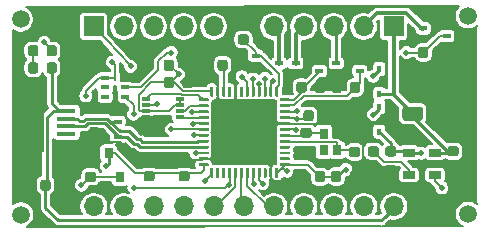
<source format=gbr>
G04 #@! TF.GenerationSoftware,KiCad,Pcbnew,(5.1.8-0-10_14)*
G04 #@! TF.CreationDate,2021-01-26T20:48:40-08:00*
G04 #@! TF.ProjectId,Compact,436f6d70-6163-4742-9e6b-696361645f70,rev?*
G04 #@! TF.SameCoordinates,Original*
G04 #@! TF.FileFunction,Copper,L1,Top*
G04 #@! TF.FilePolarity,Positive*
%FSLAX46Y46*%
G04 Gerber Fmt 4.6, Leading zero omitted, Abs format (unit mm)*
G04 Created by KiCad (PCBNEW (5.1.8-0-10_14)) date 2021-01-26 20:48:40*
%MOMM*%
%LPD*%
G01*
G04 APERTURE LIST*
G04 #@! TA.AperFunction,SMDPad,CuDef*
%ADD10R,0.700000X0.450000*%
G04 #@! TD*
G04 #@! TA.AperFunction,SMDPad,CuDef*
%ADD11R,0.250000X0.600000*%
G04 #@! TD*
G04 #@! TA.AperFunction,SMDPad,CuDef*
%ADD12R,0.700000X0.400000*%
G04 #@! TD*
G04 #@! TA.AperFunction,SMDPad,CuDef*
%ADD13R,0.800000X0.350000*%
G04 #@! TD*
G04 #@! TA.AperFunction,ComponentPad*
%ADD14O,1.750000X1.200000*%
G04 #@! TD*
G04 #@! TA.AperFunction,SMDPad,CuDef*
%ADD15R,0.450000X0.600000*%
G04 #@! TD*
G04 #@! TA.AperFunction,ComponentPad*
%ADD16C,1.500000*%
G04 #@! TD*
G04 #@! TA.AperFunction,SMDPad,CuDef*
%ADD17R,0.750000X0.300000*%
G04 #@! TD*
G04 #@! TA.AperFunction,ComponentPad*
%ADD18R,1.700000X1.700000*%
G04 #@! TD*
G04 #@! TA.AperFunction,ComponentPad*
%ADD19O,1.700000X1.700000*%
G04 #@! TD*
G04 #@! TA.AperFunction,SMDPad,CuDef*
%ADD20R,1.060000X0.650000*%
G04 #@! TD*
G04 #@! TA.AperFunction,SMDPad,CuDef*
%ADD21R,0.800000X0.900000*%
G04 #@! TD*
G04 #@! TA.AperFunction,SMDPad,CuDef*
%ADD22R,2.500000X4.400000*%
G04 #@! TD*
G04 #@! TA.AperFunction,ComponentPad*
%ADD23O,1.700000X1.350000*%
G04 #@! TD*
G04 #@! TA.AperFunction,ComponentPad*
%ADD24O,1.500000X1.100000*%
G04 #@! TD*
G04 #@! TA.AperFunction,SMDPad,CuDef*
%ADD25R,1.650000X0.400000*%
G04 #@! TD*
G04 #@! TA.AperFunction,SMDPad,CuDef*
%ADD26R,1.500000X2.000000*%
G04 #@! TD*
G04 #@! TA.AperFunction,ViaPad*
%ADD27C,0.508000*%
G04 #@! TD*
G04 #@! TA.AperFunction,Conductor*
%ADD28C,0.254000*%
G04 #@! TD*
G04 #@! TA.AperFunction,Conductor*
%ADD29C,0.152400*%
G04 #@! TD*
G04 #@! TA.AperFunction,Conductor*
%ADD30C,0.310000*%
G04 #@! TD*
G04 #@! TA.AperFunction,Conductor*
%ADD31C,0.152000*%
G04 #@! TD*
G04 #@! TA.AperFunction,Conductor*
%ADD32C,0.100000*%
G04 #@! TD*
G04 APERTURE END LIST*
D10*
X134950000Y-100820000D03*
X134950000Y-99520000D03*
X132950000Y-100170000D03*
D11*
X134710000Y-97425000D03*
X134710000Y-95825000D03*
D12*
X135560000Y-95825000D03*
X135560000Y-97425000D03*
D13*
X135560000Y-96625000D03*
D12*
X133860000Y-97425000D03*
D13*
X133860000Y-96625000D03*
D12*
X133860000Y-95825000D03*
D14*
X159900000Y-96850000D03*
G04 #@! TA.AperFunction,ComponentPad*
G36*
G01*
X160525001Y-99450000D02*
X159274999Y-99450000D01*
G75*
G02*
X159025000Y-99200001I0J249999D01*
G01*
X159025000Y-98499999D01*
G75*
G02*
X159274999Y-98250000I249999J0D01*
G01*
X160525001Y-98250000D01*
G75*
G02*
X160775000Y-98499999I0J-249999D01*
G01*
X160775000Y-99200001D01*
G75*
G02*
X160525001Y-99450000I-249999J0D01*
G01*
G37*
G04 #@! TD.AperFunction*
D15*
X157075000Y-100375000D03*
X157075000Y-98275000D03*
X157075000Y-97175000D03*
X157075000Y-95075000D03*
D16*
X126725000Y-107400000D03*
X164595000Y-107355000D03*
X126700000Y-90850000D03*
X164580000Y-90590000D03*
D17*
X140200000Y-97600000D03*
X140200000Y-98100000D03*
X140200000Y-98600000D03*
X140200000Y-99100000D03*
X137300000Y-99100000D03*
X137300000Y-98600000D03*
X137300000Y-98100000D03*
X137300000Y-97600000D03*
G04 #@! TA.AperFunction,SMDPad,CuDef*
G36*
G01*
X148525000Y-103487500D02*
X148525000Y-104237500D01*
G75*
G02*
X148462500Y-104300000I-62500J0D01*
G01*
X148337500Y-104300000D01*
G75*
G02*
X148275000Y-104237500I0J62500D01*
G01*
X148275000Y-103487500D01*
G75*
G02*
X148337500Y-103425000I62500J0D01*
G01*
X148462500Y-103425000D01*
G75*
G02*
X148525000Y-103487500I0J-62500D01*
G01*
G37*
G04 #@! TD.AperFunction*
G04 #@! TA.AperFunction,SMDPad,CuDef*
G36*
G01*
X148025000Y-103487500D02*
X148025000Y-104237500D01*
G75*
G02*
X147962500Y-104300000I-62500J0D01*
G01*
X147837500Y-104300000D01*
G75*
G02*
X147775000Y-104237500I0J62500D01*
G01*
X147775000Y-103487500D01*
G75*
G02*
X147837500Y-103425000I62500J0D01*
G01*
X147962500Y-103425000D01*
G75*
G02*
X148025000Y-103487500I0J-62500D01*
G01*
G37*
G04 #@! TD.AperFunction*
G04 #@! TA.AperFunction,SMDPad,CuDef*
G36*
G01*
X147525000Y-103487500D02*
X147525000Y-104237500D01*
G75*
G02*
X147462500Y-104300000I-62500J0D01*
G01*
X147337500Y-104300000D01*
G75*
G02*
X147275000Y-104237500I0J62500D01*
G01*
X147275000Y-103487500D01*
G75*
G02*
X147337500Y-103425000I62500J0D01*
G01*
X147462500Y-103425000D01*
G75*
G02*
X147525000Y-103487500I0J-62500D01*
G01*
G37*
G04 #@! TD.AperFunction*
G04 #@! TA.AperFunction,SMDPad,CuDef*
G36*
G01*
X147025000Y-103487500D02*
X147025000Y-104237500D01*
G75*
G02*
X146962500Y-104300000I-62500J0D01*
G01*
X146837500Y-104300000D01*
G75*
G02*
X146775000Y-104237500I0J62500D01*
G01*
X146775000Y-103487500D01*
G75*
G02*
X146837500Y-103425000I62500J0D01*
G01*
X146962500Y-103425000D01*
G75*
G02*
X147025000Y-103487500I0J-62500D01*
G01*
G37*
G04 #@! TD.AperFunction*
G04 #@! TA.AperFunction,SMDPad,CuDef*
G36*
G01*
X146525000Y-103487500D02*
X146525000Y-104237500D01*
G75*
G02*
X146462500Y-104300000I-62500J0D01*
G01*
X146337500Y-104300000D01*
G75*
G02*
X146275000Y-104237500I0J62500D01*
G01*
X146275000Y-103487500D01*
G75*
G02*
X146337500Y-103425000I62500J0D01*
G01*
X146462500Y-103425000D01*
G75*
G02*
X146525000Y-103487500I0J-62500D01*
G01*
G37*
G04 #@! TD.AperFunction*
G04 #@! TA.AperFunction,SMDPad,CuDef*
G36*
G01*
X146025000Y-103487500D02*
X146025000Y-104237500D01*
G75*
G02*
X145962500Y-104300000I-62500J0D01*
G01*
X145837500Y-104300000D01*
G75*
G02*
X145775000Y-104237500I0J62500D01*
G01*
X145775000Y-103487500D01*
G75*
G02*
X145837500Y-103425000I62500J0D01*
G01*
X145962500Y-103425000D01*
G75*
G02*
X146025000Y-103487500I0J-62500D01*
G01*
G37*
G04 #@! TD.AperFunction*
G04 #@! TA.AperFunction,SMDPad,CuDef*
G36*
G01*
X145525000Y-103487500D02*
X145525000Y-104237500D01*
G75*
G02*
X145462500Y-104300000I-62500J0D01*
G01*
X145337500Y-104300000D01*
G75*
G02*
X145275000Y-104237500I0J62500D01*
G01*
X145275000Y-103487500D01*
G75*
G02*
X145337500Y-103425000I62500J0D01*
G01*
X145462500Y-103425000D01*
G75*
G02*
X145525000Y-103487500I0J-62500D01*
G01*
G37*
G04 #@! TD.AperFunction*
G04 #@! TA.AperFunction,SMDPad,CuDef*
G36*
G01*
X145025000Y-103487500D02*
X145025000Y-104237500D01*
G75*
G02*
X144962500Y-104300000I-62500J0D01*
G01*
X144837500Y-104300000D01*
G75*
G02*
X144775000Y-104237500I0J62500D01*
G01*
X144775000Y-103487500D01*
G75*
G02*
X144837500Y-103425000I62500J0D01*
G01*
X144962500Y-103425000D01*
G75*
G02*
X145025000Y-103487500I0J-62500D01*
G01*
G37*
G04 #@! TD.AperFunction*
G04 #@! TA.AperFunction,SMDPad,CuDef*
G36*
G01*
X144525000Y-103487500D02*
X144525000Y-104237500D01*
G75*
G02*
X144462500Y-104300000I-62500J0D01*
G01*
X144337500Y-104300000D01*
G75*
G02*
X144275000Y-104237500I0J62500D01*
G01*
X144275000Y-103487500D01*
G75*
G02*
X144337500Y-103425000I62500J0D01*
G01*
X144462500Y-103425000D01*
G75*
G02*
X144525000Y-103487500I0J-62500D01*
G01*
G37*
G04 #@! TD.AperFunction*
G04 #@! TA.AperFunction,SMDPad,CuDef*
G36*
G01*
X144025000Y-103487500D02*
X144025000Y-104237500D01*
G75*
G02*
X143962500Y-104300000I-62500J0D01*
G01*
X143837500Y-104300000D01*
G75*
G02*
X143775000Y-104237500I0J62500D01*
G01*
X143775000Y-103487500D01*
G75*
G02*
X143837500Y-103425000I62500J0D01*
G01*
X143962500Y-103425000D01*
G75*
G02*
X144025000Y-103487500I0J-62500D01*
G01*
G37*
G04 #@! TD.AperFunction*
G04 #@! TA.AperFunction,SMDPad,CuDef*
G36*
G01*
X143525000Y-103487500D02*
X143525000Y-104237500D01*
G75*
G02*
X143462500Y-104300000I-62500J0D01*
G01*
X143337500Y-104300000D01*
G75*
G02*
X143275000Y-104237500I0J62500D01*
G01*
X143275000Y-103487500D01*
G75*
G02*
X143337500Y-103425000I62500J0D01*
G01*
X143462500Y-103425000D01*
G75*
G02*
X143525000Y-103487500I0J-62500D01*
G01*
G37*
G04 #@! TD.AperFunction*
G04 #@! TA.AperFunction,SMDPad,CuDef*
G36*
G01*
X143025000Y-103487500D02*
X143025000Y-104237500D01*
G75*
G02*
X142962500Y-104300000I-62500J0D01*
G01*
X142837500Y-104300000D01*
G75*
G02*
X142775000Y-104237500I0J62500D01*
G01*
X142775000Y-103487500D01*
G75*
G02*
X142837500Y-103425000I62500J0D01*
G01*
X142962500Y-103425000D01*
G75*
G02*
X143025000Y-103487500I0J-62500D01*
G01*
G37*
G04 #@! TD.AperFunction*
G04 #@! TA.AperFunction,SMDPad,CuDef*
G36*
G01*
X142650000Y-103112500D02*
X142650000Y-103237500D01*
G75*
G02*
X142587500Y-103300000I-62500J0D01*
G01*
X141837500Y-103300000D01*
G75*
G02*
X141775000Y-103237500I0J62500D01*
G01*
X141775000Y-103112500D01*
G75*
G02*
X141837500Y-103050000I62500J0D01*
G01*
X142587500Y-103050000D01*
G75*
G02*
X142650000Y-103112500I0J-62500D01*
G01*
G37*
G04 #@! TD.AperFunction*
G04 #@! TA.AperFunction,SMDPad,CuDef*
G36*
G01*
X142650000Y-102612500D02*
X142650000Y-102737500D01*
G75*
G02*
X142587500Y-102800000I-62500J0D01*
G01*
X141837500Y-102800000D01*
G75*
G02*
X141775000Y-102737500I0J62500D01*
G01*
X141775000Y-102612500D01*
G75*
G02*
X141837500Y-102550000I62500J0D01*
G01*
X142587500Y-102550000D01*
G75*
G02*
X142650000Y-102612500I0J-62500D01*
G01*
G37*
G04 #@! TD.AperFunction*
G04 #@! TA.AperFunction,SMDPad,CuDef*
G36*
G01*
X142650000Y-102112500D02*
X142650000Y-102237500D01*
G75*
G02*
X142587500Y-102300000I-62500J0D01*
G01*
X141837500Y-102300000D01*
G75*
G02*
X141775000Y-102237500I0J62500D01*
G01*
X141775000Y-102112500D01*
G75*
G02*
X141837500Y-102050000I62500J0D01*
G01*
X142587500Y-102050000D01*
G75*
G02*
X142650000Y-102112500I0J-62500D01*
G01*
G37*
G04 #@! TD.AperFunction*
G04 #@! TA.AperFunction,SMDPad,CuDef*
G36*
G01*
X142650000Y-101612500D02*
X142650000Y-101737500D01*
G75*
G02*
X142587500Y-101800000I-62500J0D01*
G01*
X141837500Y-101800000D01*
G75*
G02*
X141775000Y-101737500I0J62500D01*
G01*
X141775000Y-101612500D01*
G75*
G02*
X141837500Y-101550000I62500J0D01*
G01*
X142587500Y-101550000D01*
G75*
G02*
X142650000Y-101612500I0J-62500D01*
G01*
G37*
G04 #@! TD.AperFunction*
G04 #@! TA.AperFunction,SMDPad,CuDef*
G36*
G01*
X142650000Y-101112500D02*
X142650000Y-101237500D01*
G75*
G02*
X142587500Y-101300000I-62500J0D01*
G01*
X141837500Y-101300000D01*
G75*
G02*
X141775000Y-101237500I0J62500D01*
G01*
X141775000Y-101112500D01*
G75*
G02*
X141837500Y-101050000I62500J0D01*
G01*
X142587500Y-101050000D01*
G75*
G02*
X142650000Y-101112500I0J-62500D01*
G01*
G37*
G04 #@! TD.AperFunction*
G04 #@! TA.AperFunction,SMDPad,CuDef*
G36*
G01*
X142650000Y-100612500D02*
X142650000Y-100737500D01*
G75*
G02*
X142587500Y-100800000I-62500J0D01*
G01*
X141837500Y-100800000D01*
G75*
G02*
X141775000Y-100737500I0J62500D01*
G01*
X141775000Y-100612500D01*
G75*
G02*
X141837500Y-100550000I62500J0D01*
G01*
X142587500Y-100550000D01*
G75*
G02*
X142650000Y-100612500I0J-62500D01*
G01*
G37*
G04 #@! TD.AperFunction*
G04 #@! TA.AperFunction,SMDPad,CuDef*
G36*
G01*
X142650000Y-100112500D02*
X142650000Y-100237500D01*
G75*
G02*
X142587500Y-100300000I-62500J0D01*
G01*
X141837500Y-100300000D01*
G75*
G02*
X141775000Y-100237500I0J62500D01*
G01*
X141775000Y-100112500D01*
G75*
G02*
X141837500Y-100050000I62500J0D01*
G01*
X142587500Y-100050000D01*
G75*
G02*
X142650000Y-100112500I0J-62500D01*
G01*
G37*
G04 #@! TD.AperFunction*
G04 #@! TA.AperFunction,SMDPad,CuDef*
G36*
G01*
X142650000Y-99612500D02*
X142650000Y-99737500D01*
G75*
G02*
X142587500Y-99800000I-62500J0D01*
G01*
X141837500Y-99800000D01*
G75*
G02*
X141775000Y-99737500I0J62500D01*
G01*
X141775000Y-99612500D01*
G75*
G02*
X141837500Y-99550000I62500J0D01*
G01*
X142587500Y-99550000D01*
G75*
G02*
X142650000Y-99612500I0J-62500D01*
G01*
G37*
G04 #@! TD.AperFunction*
G04 #@! TA.AperFunction,SMDPad,CuDef*
G36*
G01*
X142650000Y-99112500D02*
X142650000Y-99237500D01*
G75*
G02*
X142587500Y-99300000I-62500J0D01*
G01*
X141837500Y-99300000D01*
G75*
G02*
X141775000Y-99237500I0J62500D01*
G01*
X141775000Y-99112500D01*
G75*
G02*
X141837500Y-99050000I62500J0D01*
G01*
X142587500Y-99050000D01*
G75*
G02*
X142650000Y-99112500I0J-62500D01*
G01*
G37*
G04 #@! TD.AperFunction*
G04 #@! TA.AperFunction,SMDPad,CuDef*
G36*
G01*
X142650000Y-98612500D02*
X142650000Y-98737500D01*
G75*
G02*
X142587500Y-98800000I-62500J0D01*
G01*
X141837500Y-98800000D01*
G75*
G02*
X141775000Y-98737500I0J62500D01*
G01*
X141775000Y-98612500D01*
G75*
G02*
X141837500Y-98550000I62500J0D01*
G01*
X142587500Y-98550000D01*
G75*
G02*
X142650000Y-98612500I0J-62500D01*
G01*
G37*
G04 #@! TD.AperFunction*
G04 #@! TA.AperFunction,SMDPad,CuDef*
G36*
G01*
X142650000Y-98112500D02*
X142650000Y-98237500D01*
G75*
G02*
X142587500Y-98300000I-62500J0D01*
G01*
X141837500Y-98300000D01*
G75*
G02*
X141775000Y-98237500I0J62500D01*
G01*
X141775000Y-98112500D01*
G75*
G02*
X141837500Y-98050000I62500J0D01*
G01*
X142587500Y-98050000D01*
G75*
G02*
X142650000Y-98112500I0J-62500D01*
G01*
G37*
G04 #@! TD.AperFunction*
G04 #@! TA.AperFunction,SMDPad,CuDef*
G36*
G01*
X142650000Y-97612500D02*
X142650000Y-97737500D01*
G75*
G02*
X142587500Y-97800000I-62500J0D01*
G01*
X141837500Y-97800000D01*
G75*
G02*
X141775000Y-97737500I0J62500D01*
G01*
X141775000Y-97612500D01*
G75*
G02*
X141837500Y-97550000I62500J0D01*
G01*
X142587500Y-97550000D01*
G75*
G02*
X142650000Y-97612500I0J-62500D01*
G01*
G37*
G04 #@! TD.AperFunction*
G04 #@! TA.AperFunction,SMDPad,CuDef*
G36*
G01*
X143025000Y-96612500D02*
X143025000Y-97362500D01*
G75*
G02*
X142962500Y-97425000I-62500J0D01*
G01*
X142837500Y-97425000D01*
G75*
G02*
X142775000Y-97362500I0J62500D01*
G01*
X142775000Y-96612500D01*
G75*
G02*
X142837500Y-96550000I62500J0D01*
G01*
X142962500Y-96550000D01*
G75*
G02*
X143025000Y-96612500I0J-62500D01*
G01*
G37*
G04 #@! TD.AperFunction*
G04 #@! TA.AperFunction,SMDPad,CuDef*
G36*
G01*
X143525000Y-96612500D02*
X143525000Y-97362500D01*
G75*
G02*
X143462500Y-97425000I-62500J0D01*
G01*
X143337500Y-97425000D01*
G75*
G02*
X143275000Y-97362500I0J62500D01*
G01*
X143275000Y-96612500D01*
G75*
G02*
X143337500Y-96550000I62500J0D01*
G01*
X143462500Y-96550000D01*
G75*
G02*
X143525000Y-96612500I0J-62500D01*
G01*
G37*
G04 #@! TD.AperFunction*
G04 #@! TA.AperFunction,SMDPad,CuDef*
G36*
G01*
X144025000Y-96612500D02*
X144025000Y-97362500D01*
G75*
G02*
X143962500Y-97425000I-62500J0D01*
G01*
X143837500Y-97425000D01*
G75*
G02*
X143775000Y-97362500I0J62500D01*
G01*
X143775000Y-96612500D01*
G75*
G02*
X143837500Y-96550000I62500J0D01*
G01*
X143962500Y-96550000D01*
G75*
G02*
X144025000Y-96612500I0J-62500D01*
G01*
G37*
G04 #@! TD.AperFunction*
G04 #@! TA.AperFunction,SMDPad,CuDef*
G36*
G01*
X144525000Y-96612500D02*
X144525000Y-97362500D01*
G75*
G02*
X144462500Y-97425000I-62500J0D01*
G01*
X144337500Y-97425000D01*
G75*
G02*
X144275000Y-97362500I0J62500D01*
G01*
X144275000Y-96612500D01*
G75*
G02*
X144337500Y-96550000I62500J0D01*
G01*
X144462500Y-96550000D01*
G75*
G02*
X144525000Y-96612500I0J-62500D01*
G01*
G37*
G04 #@! TD.AperFunction*
G04 #@! TA.AperFunction,SMDPad,CuDef*
G36*
G01*
X145025000Y-96612500D02*
X145025000Y-97362500D01*
G75*
G02*
X144962500Y-97425000I-62500J0D01*
G01*
X144837500Y-97425000D01*
G75*
G02*
X144775000Y-97362500I0J62500D01*
G01*
X144775000Y-96612500D01*
G75*
G02*
X144837500Y-96550000I62500J0D01*
G01*
X144962500Y-96550000D01*
G75*
G02*
X145025000Y-96612500I0J-62500D01*
G01*
G37*
G04 #@! TD.AperFunction*
G04 #@! TA.AperFunction,SMDPad,CuDef*
G36*
G01*
X145525000Y-96612500D02*
X145525000Y-97362500D01*
G75*
G02*
X145462500Y-97425000I-62500J0D01*
G01*
X145337500Y-97425000D01*
G75*
G02*
X145275000Y-97362500I0J62500D01*
G01*
X145275000Y-96612500D01*
G75*
G02*
X145337500Y-96550000I62500J0D01*
G01*
X145462500Y-96550000D01*
G75*
G02*
X145525000Y-96612500I0J-62500D01*
G01*
G37*
G04 #@! TD.AperFunction*
G04 #@! TA.AperFunction,SMDPad,CuDef*
G36*
G01*
X146025000Y-96612500D02*
X146025000Y-97362500D01*
G75*
G02*
X145962500Y-97425000I-62500J0D01*
G01*
X145837500Y-97425000D01*
G75*
G02*
X145775000Y-97362500I0J62500D01*
G01*
X145775000Y-96612500D01*
G75*
G02*
X145837500Y-96550000I62500J0D01*
G01*
X145962500Y-96550000D01*
G75*
G02*
X146025000Y-96612500I0J-62500D01*
G01*
G37*
G04 #@! TD.AperFunction*
G04 #@! TA.AperFunction,SMDPad,CuDef*
G36*
G01*
X146525000Y-96612500D02*
X146525000Y-97362500D01*
G75*
G02*
X146462500Y-97425000I-62500J0D01*
G01*
X146337500Y-97425000D01*
G75*
G02*
X146275000Y-97362500I0J62500D01*
G01*
X146275000Y-96612500D01*
G75*
G02*
X146337500Y-96550000I62500J0D01*
G01*
X146462500Y-96550000D01*
G75*
G02*
X146525000Y-96612500I0J-62500D01*
G01*
G37*
G04 #@! TD.AperFunction*
G04 #@! TA.AperFunction,SMDPad,CuDef*
G36*
G01*
X147025000Y-96612500D02*
X147025000Y-97362500D01*
G75*
G02*
X146962500Y-97425000I-62500J0D01*
G01*
X146837500Y-97425000D01*
G75*
G02*
X146775000Y-97362500I0J62500D01*
G01*
X146775000Y-96612500D01*
G75*
G02*
X146837500Y-96550000I62500J0D01*
G01*
X146962500Y-96550000D01*
G75*
G02*
X147025000Y-96612500I0J-62500D01*
G01*
G37*
G04 #@! TD.AperFunction*
G04 #@! TA.AperFunction,SMDPad,CuDef*
G36*
G01*
X147525000Y-96612500D02*
X147525000Y-97362500D01*
G75*
G02*
X147462500Y-97425000I-62500J0D01*
G01*
X147337500Y-97425000D01*
G75*
G02*
X147275000Y-97362500I0J62500D01*
G01*
X147275000Y-96612500D01*
G75*
G02*
X147337500Y-96550000I62500J0D01*
G01*
X147462500Y-96550000D01*
G75*
G02*
X147525000Y-96612500I0J-62500D01*
G01*
G37*
G04 #@! TD.AperFunction*
G04 #@! TA.AperFunction,SMDPad,CuDef*
G36*
G01*
X148025000Y-96612500D02*
X148025000Y-97362500D01*
G75*
G02*
X147962500Y-97425000I-62500J0D01*
G01*
X147837500Y-97425000D01*
G75*
G02*
X147775000Y-97362500I0J62500D01*
G01*
X147775000Y-96612500D01*
G75*
G02*
X147837500Y-96550000I62500J0D01*
G01*
X147962500Y-96550000D01*
G75*
G02*
X148025000Y-96612500I0J-62500D01*
G01*
G37*
G04 #@! TD.AperFunction*
G04 #@! TA.AperFunction,SMDPad,CuDef*
G36*
G01*
X148525000Y-96612500D02*
X148525000Y-97362500D01*
G75*
G02*
X148462500Y-97425000I-62500J0D01*
G01*
X148337500Y-97425000D01*
G75*
G02*
X148275000Y-97362500I0J62500D01*
G01*
X148275000Y-96612500D01*
G75*
G02*
X148337500Y-96550000I62500J0D01*
G01*
X148462500Y-96550000D01*
G75*
G02*
X148525000Y-96612500I0J-62500D01*
G01*
G37*
G04 #@! TD.AperFunction*
G04 #@! TA.AperFunction,SMDPad,CuDef*
G36*
G01*
X149525000Y-97612500D02*
X149525000Y-97737500D01*
G75*
G02*
X149462500Y-97800000I-62500J0D01*
G01*
X148712500Y-97800000D01*
G75*
G02*
X148650000Y-97737500I0J62500D01*
G01*
X148650000Y-97612500D01*
G75*
G02*
X148712500Y-97550000I62500J0D01*
G01*
X149462500Y-97550000D01*
G75*
G02*
X149525000Y-97612500I0J-62500D01*
G01*
G37*
G04 #@! TD.AperFunction*
G04 #@! TA.AperFunction,SMDPad,CuDef*
G36*
G01*
X149525000Y-98112500D02*
X149525000Y-98237500D01*
G75*
G02*
X149462500Y-98300000I-62500J0D01*
G01*
X148712500Y-98300000D01*
G75*
G02*
X148650000Y-98237500I0J62500D01*
G01*
X148650000Y-98112500D01*
G75*
G02*
X148712500Y-98050000I62500J0D01*
G01*
X149462500Y-98050000D01*
G75*
G02*
X149525000Y-98112500I0J-62500D01*
G01*
G37*
G04 #@! TD.AperFunction*
G04 #@! TA.AperFunction,SMDPad,CuDef*
G36*
G01*
X149525000Y-98612500D02*
X149525000Y-98737500D01*
G75*
G02*
X149462500Y-98800000I-62500J0D01*
G01*
X148712500Y-98800000D01*
G75*
G02*
X148650000Y-98737500I0J62500D01*
G01*
X148650000Y-98612500D01*
G75*
G02*
X148712500Y-98550000I62500J0D01*
G01*
X149462500Y-98550000D01*
G75*
G02*
X149525000Y-98612500I0J-62500D01*
G01*
G37*
G04 #@! TD.AperFunction*
G04 #@! TA.AperFunction,SMDPad,CuDef*
G36*
G01*
X149525000Y-99112500D02*
X149525000Y-99237500D01*
G75*
G02*
X149462500Y-99300000I-62500J0D01*
G01*
X148712500Y-99300000D01*
G75*
G02*
X148650000Y-99237500I0J62500D01*
G01*
X148650000Y-99112500D01*
G75*
G02*
X148712500Y-99050000I62500J0D01*
G01*
X149462500Y-99050000D01*
G75*
G02*
X149525000Y-99112500I0J-62500D01*
G01*
G37*
G04 #@! TD.AperFunction*
G04 #@! TA.AperFunction,SMDPad,CuDef*
G36*
G01*
X149525000Y-99612500D02*
X149525000Y-99737500D01*
G75*
G02*
X149462500Y-99800000I-62500J0D01*
G01*
X148712500Y-99800000D01*
G75*
G02*
X148650000Y-99737500I0J62500D01*
G01*
X148650000Y-99612500D01*
G75*
G02*
X148712500Y-99550000I62500J0D01*
G01*
X149462500Y-99550000D01*
G75*
G02*
X149525000Y-99612500I0J-62500D01*
G01*
G37*
G04 #@! TD.AperFunction*
G04 #@! TA.AperFunction,SMDPad,CuDef*
G36*
G01*
X149525000Y-100112500D02*
X149525000Y-100237500D01*
G75*
G02*
X149462500Y-100300000I-62500J0D01*
G01*
X148712500Y-100300000D01*
G75*
G02*
X148650000Y-100237500I0J62500D01*
G01*
X148650000Y-100112500D01*
G75*
G02*
X148712500Y-100050000I62500J0D01*
G01*
X149462500Y-100050000D01*
G75*
G02*
X149525000Y-100112500I0J-62500D01*
G01*
G37*
G04 #@! TD.AperFunction*
G04 #@! TA.AperFunction,SMDPad,CuDef*
G36*
G01*
X149525000Y-100612500D02*
X149525000Y-100737500D01*
G75*
G02*
X149462500Y-100800000I-62500J0D01*
G01*
X148712500Y-100800000D01*
G75*
G02*
X148650000Y-100737500I0J62500D01*
G01*
X148650000Y-100612500D01*
G75*
G02*
X148712500Y-100550000I62500J0D01*
G01*
X149462500Y-100550000D01*
G75*
G02*
X149525000Y-100612500I0J-62500D01*
G01*
G37*
G04 #@! TD.AperFunction*
G04 #@! TA.AperFunction,SMDPad,CuDef*
G36*
G01*
X149525000Y-101112500D02*
X149525000Y-101237500D01*
G75*
G02*
X149462500Y-101300000I-62500J0D01*
G01*
X148712500Y-101300000D01*
G75*
G02*
X148650000Y-101237500I0J62500D01*
G01*
X148650000Y-101112500D01*
G75*
G02*
X148712500Y-101050000I62500J0D01*
G01*
X149462500Y-101050000D01*
G75*
G02*
X149525000Y-101112500I0J-62500D01*
G01*
G37*
G04 #@! TD.AperFunction*
G04 #@! TA.AperFunction,SMDPad,CuDef*
G36*
G01*
X149525000Y-101612500D02*
X149525000Y-101737500D01*
G75*
G02*
X149462500Y-101800000I-62500J0D01*
G01*
X148712500Y-101800000D01*
G75*
G02*
X148650000Y-101737500I0J62500D01*
G01*
X148650000Y-101612500D01*
G75*
G02*
X148712500Y-101550000I62500J0D01*
G01*
X149462500Y-101550000D01*
G75*
G02*
X149525000Y-101612500I0J-62500D01*
G01*
G37*
G04 #@! TD.AperFunction*
G04 #@! TA.AperFunction,SMDPad,CuDef*
G36*
G01*
X149525000Y-102112500D02*
X149525000Y-102237500D01*
G75*
G02*
X149462500Y-102300000I-62500J0D01*
G01*
X148712500Y-102300000D01*
G75*
G02*
X148650000Y-102237500I0J62500D01*
G01*
X148650000Y-102112500D01*
G75*
G02*
X148712500Y-102050000I62500J0D01*
G01*
X149462500Y-102050000D01*
G75*
G02*
X149525000Y-102112500I0J-62500D01*
G01*
G37*
G04 #@! TD.AperFunction*
G04 #@! TA.AperFunction,SMDPad,CuDef*
G36*
G01*
X149525000Y-102612500D02*
X149525000Y-102737500D01*
G75*
G02*
X149462500Y-102800000I-62500J0D01*
G01*
X148712500Y-102800000D01*
G75*
G02*
X148650000Y-102737500I0J62500D01*
G01*
X148650000Y-102612500D01*
G75*
G02*
X148712500Y-102550000I62500J0D01*
G01*
X149462500Y-102550000D01*
G75*
G02*
X149525000Y-102612500I0J-62500D01*
G01*
G37*
G04 #@! TD.AperFunction*
G04 #@! TA.AperFunction,SMDPad,CuDef*
G36*
G01*
X149525000Y-103112500D02*
X149525000Y-103237500D01*
G75*
G02*
X149462500Y-103300000I-62500J0D01*
G01*
X148712500Y-103300000D01*
G75*
G02*
X148650000Y-103237500I0J62500D01*
G01*
X148650000Y-103112500D01*
G75*
G02*
X148712500Y-103050000I62500J0D01*
G01*
X149462500Y-103050000D01*
G75*
G02*
X149525000Y-103112500I0J-62500D01*
G01*
G37*
G04 #@! TD.AperFunction*
G04 #@! TA.AperFunction,SMDPad,CuDef*
G36*
G01*
X148450000Y-97874999D02*
X148450000Y-102975001D01*
G75*
G02*
X148200001Y-103225000I-249999J0D01*
G01*
X143099999Y-103225000D01*
G75*
G02*
X142850000Y-102975001I0J249999D01*
G01*
X142850000Y-97874999D01*
G75*
G02*
X143099999Y-97625000I249999J0D01*
G01*
X148200001Y-97625000D01*
G75*
G02*
X148450000Y-97874999I0J-249999D01*
G01*
G37*
G04 #@! TD.AperFunction*
D18*
X160840000Y-106700000D03*
D19*
X158300000Y-106700000D03*
X155760000Y-106700000D03*
X153220000Y-106700000D03*
X150680000Y-106700000D03*
X148140000Y-106700000D03*
X145600000Y-106700000D03*
X143060000Y-106700000D03*
X140520000Y-106700000D03*
X137980000Y-106700000D03*
X135440000Y-106700000D03*
X132900000Y-106700000D03*
X148130000Y-91460000D03*
X150670000Y-91460000D03*
X153210000Y-91460000D03*
X155750000Y-91460000D03*
D18*
X158290000Y-91460000D03*
D10*
X153425000Y-94575000D03*
X155425000Y-93925000D03*
X155425000Y-95225000D03*
G04 #@! TA.AperFunction,SMDPad,CuDef*
G36*
G01*
X145831250Y-91425000D02*
X145318750Y-91425000D01*
G75*
G02*
X145100000Y-91206250I0J218750D01*
G01*
X145100000Y-90768750D01*
G75*
G02*
X145318750Y-90550000I218750J0D01*
G01*
X145831250Y-90550000D01*
G75*
G02*
X146050000Y-90768750I0J-218750D01*
G01*
X146050000Y-91206250D01*
G75*
G02*
X145831250Y-91425000I-218750J0D01*
G01*
G37*
G04 #@! TD.AperFunction*
G04 #@! TA.AperFunction,SMDPad,CuDef*
G36*
G01*
X145831250Y-93000000D02*
X145318750Y-93000000D01*
G75*
G02*
X145100000Y-92781250I0J218750D01*
G01*
X145100000Y-92343750D01*
G75*
G02*
X145318750Y-92125000I218750J0D01*
G01*
X145831250Y-92125000D01*
G75*
G02*
X146050000Y-92343750I0J-218750D01*
G01*
X146050000Y-92781250D01*
G75*
G02*
X145831250Y-93000000I-218750J0D01*
G01*
G37*
G04 #@! TD.AperFunction*
G04 #@! TA.AperFunction,SMDPad,CuDef*
G36*
G01*
X151625000Y-96881250D02*
X151625000Y-96368750D01*
G75*
G02*
X151843750Y-96150000I218750J0D01*
G01*
X152281250Y-96150000D01*
G75*
G02*
X152500000Y-96368750I0J-218750D01*
G01*
X152500000Y-96881250D01*
G75*
G02*
X152281250Y-97100000I-218750J0D01*
G01*
X151843750Y-97100000D01*
G75*
G02*
X151625000Y-96881250I0J218750D01*
G01*
G37*
G04 #@! TD.AperFunction*
G04 #@! TA.AperFunction,SMDPad,CuDef*
G36*
G01*
X150050000Y-96881250D02*
X150050000Y-96368750D01*
G75*
G02*
X150268750Y-96150000I218750J0D01*
G01*
X150706250Y-96150000D01*
G75*
G02*
X150925000Y-96368750I0J-218750D01*
G01*
X150925000Y-96881250D01*
G75*
G02*
X150706250Y-97100000I-218750J0D01*
G01*
X150268750Y-97100000D01*
G75*
G02*
X150050000Y-96881250I0J218750D01*
G01*
G37*
G04 #@! TD.AperFunction*
G04 #@! TA.AperFunction,SMDPad,CuDef*
G36*
G01*
X153895000Y-96368750D02*
X153895000Y-96881250D01*
G75*
G02*
X153676250Y-97100000I-218750J0D01*
G01*
X153238750Y-97100000D01*
G75*
G02*
X153020000Y-96881250I0J218750D01*
G01*
X153020000Y-96368750D01*
G75*
G02*
X153238750Y-96150000I218750J0D01*
G01*
X153676250Y-96150000D01*
G75*
G02*
X153895000Y-96368750I0J-218750D01*
G01*
G37*
G04 #@! TD.AperFunction*
G04 #@! TA.AperFunction,SMDPad,CuDef*
G36*
G01*
X155470000Y-96368750D02*
X155470000Y-96881250D01*
G75*
G02*
X155251250Y-97100000I-218750J0D01*
G01*
X154813750Y-97100000D01*
G75*
G02*
X154595000Y-96881250I0J218750D01*
G01*
X154595000Y-96368750D01*
G75*
G02*
X154813750Y-96150000I218750J0D01*
G01*
X155251250Y-96150000D01*
G75*
G02*
X155470000Y-96368750I0J-218750D01*
G01*
G37*
G04 #@! TD.AperFunction*
G04 #@! TA.AperFunction,SMDPad,CuDef*
G36*
G01*
X161930000Y-93926250D02*
X161930000Y-93413750D01*
G75*
G02*
X162148750Y-93195000I218750J0D01*
G01*
X162586250Y-93195000D01*
G75*
G02*
X162805000Y-93413750I0J-218750D01*
G01*
X162805000Y-93926250D01*
G75*
G02*
X162586250Y-94145000I-218750J0D01*
G01*
X162148750Y-94145000D01*
G75*
G02*
X161930000Y-93926250I0J218750D01*
G01*
G37*
G04 #@! TD.AperFunction*
G04 #@! TA.AperFunction,SMDPad,CuDef*
G36*
G01*
X160355000Y-93926250D02*
X160355000Y-93413750D01*
G75*
G02*
X160573750Y-93195000I218750J0D01*
G01*
X161011250Y-93195000D01*
G75*
G02*
X161230000Y-93413750I0J-218750D01*
G01*
X161230000Y-93926250D01*
G75*
G02*
X161011250Y-94145000I-218750J0D01*
G01*
X160573750Y-94145000D01*
G75*
G02*
X160355000Y-93926250I0J218750D01*
G01*
G37*
G04 #@! TD.AperFunction*
X148600000Y-94575000D03*
X146600000Y-95225000D03*
X146600000Y-93925000D03*
X150000000Y-94575000D03*
X152000000Y-93925000D03*
X152000000Y-95225000D03*
X160790000Y-91630000D03*
X162790000Y-90980000D03*
X162790000Y-92280000D03*
D20*
X159590000Y-104050000D03*
X159590000Y-102150000D03*
X161790000Y-102150000D03*
X161790000Y-103100000D03*
X161790000Y-104050000D03*
G04 #@! TA.AperFunction,SMDPad,CuDef*
G36*
G01*
X128900000Y-93771250D02*
X128900000Y-93258750D01*
G75*
G02*
X129118750Y-93040000I218750J0D01*
G01*
X129556250Y-93040000D01*
G75*
G02*
X129775000Y-93258750I0J-218750D01*
G01*
X129775000Y-93771250D01*
G75*
G02*
X129556250Y-93990000I-218750J0D01*
G01*
X129118750Y-93990000D01*
G75*
G02*
X128900000Y-93771250I0J218750D01*
G01*
G37*
G04 #@! TD.AperFunction*
G04 #@! TA.AperFunction,SMDPad,CuDef*
G36*
G01*
X127325000Y-93771250D02*
X127325000Y-93258750D01*
G75*
G02*
X127543750Y-93040000I218750J0D01*
G01*
X127981250Y-93040000D01*
G75*
G02*
X128200000Y-93258750I0J-218750D01*
G01*
X128200000Y-93771250D01*
G75*
G02*
X127981250Y-93990000I-218750J0D01*
G01*
X127543750Y-93990000D01*
G75*
G02*
X127325000Y-93771250I0J218750D01*
G01*
G37*
G04 #@! TD.AperFunction*
G04 #@! TA.AperFunction,SMDPad,CuDef*
G36*
G01*
X156318750Y-103175000D02*
X156831250Y-103175000D01*
G75*
G02*
X157050000Y-103393750I0J-218750D01*
G01*
X157050000Y-103831250D01*
G75*
G02*
X156831250Y-104050000I-218750J0D01*
G01*
X156318750Y-104050000D01*
G75*
G02*
X156100000Y-103831250I0J218750D01*
G01*
X156100000Y-103393750D01*
G75*
G02*
X156318750Y-103175000I218750J0D01*
G01*
G37*
G04 #@! TD.AperFunction*
G04 #@! TA.AperFunction,SMDPad,CuDef*
G36*
G01*
X156318750Y-101600000D02*
X156831250Y-101600000D01*
G75*
G02*
X157050000Y-101818750I0J-218750D01*
G01*
X157050000Y-102256250D01*
G75*
G02*
X156831250Y-102475000I-218750J0D01*
G01*
X156318750Y-102475000D01*
G75*
G02*
X156100000Y-102256250I0J218750D01*
G01*
X156100000Y-101818750D01*
G75*
G02*
X156318750Y-101600000I218750J0D01*
G01*
G37*
G04 #@! TD.AperFunction*
G04 #@! TA.AperFunction,SMDPad,CuDef*
G36*
G01*
X128900000Y-95231250D02*
X128900000Y-94718750D01*
G75*
G02*
X129118750Y-94500000I218750J0D01*
G01*
X129556250Y-94500000D01*
G75*
G02*
X129775000Y-94718750I0J-218750D01*
G01*
X129775000Y-95231250D01*
G75*
G02*
X129556250Y-95450000I-218750J0D01*
G01*
X129118750Y-95450000D01*
G75*
G02*
X128900000Y-95231250I0J218750D01*
G01*
G37*
G04 #@! TD.AperFunction*
G04 #@! TA.AperFunction,SMDPad,CuDef*
G36*
G01*
X127325000Y-95231250D02*
X127325000Y-94718750D01*
G75*
G02*
X127543750Y-94500000I218750J0D01*
G01*
X127981250Y-94500000D01*
G75*
G02*
X128200000Y-94718750I0J-218750D01*
G01*
X128200000Y-95231250D01*
G75*
G02*
X127981250Y-95450000I-218750J0D01*
G01*
X127543750Y-95450000D01*
G75*
G02*
X127325000Y-95231250I0J218750D01*
G01*
G37*
G04 #@! TD.AperFunction*
G04 #@! TA.AperFunction,SMDPad,CuDef*
G36*
G01*
X163068750Y-103155000D02*
X163581250Y-103155000D01*
G75*
G02*
X163800000Y-103373750I0J-218750D01*
G01*
X163800000Y-103811250D01*
G75*
G02*
X163581250Y-104030000I-218750J0D01*
G01*
X163068750Y-104030000D01*
G75*
G02*
X162850000Y-103811250I0J218750D01*
G01*
X162850000Y-103373750D01*
G75*
G02*
X163068750Y-103155000I218750J0D01*
G01*
G37*
G04 #@! TD.AperFunction*
G04 #@! TA.AperFunction,SMDPad,CuDef*
G36*
G01*
X163068750Y-101580000D02*
X163581250Y-101580000D01*
G75*
G02*
X163800000Y-101798750I0J-218750D01*
G01*
X163800000Y-102236250D01*
G75*
G02*
X163581250Y-102455000I-218750J0D01*
G01*
X163068750Y-102455000D01*
G75*
G02*
X162850000Y-102236250I0J218750D01*
G01*
X162850000Y-101798750D01*
G75*
G02*
X163068750Y-101580000I218750J0D01*
G01*
G37*
G04 #@! TD.AperFunction*
G04 #@! TA.AperFunction,SMDPad,CuDef*
G36*
G01*
X157793750Y-103175000D02*
X158306250Y-103175000D01*
G75*
G02*
X158525000Y-103393750I0J-218750D01*
G01*
X158525000Y-103831250D01*
G75*
G02*
X158306250Y-104050000I-218750J0D01*
G01*
X157793750Y-104050000D01*
G75*
G02*
X157575000Y-103831250I0J218750D01*
G01*
X157575000Y-103393750D01*
G75*
G02*
X157793750Y-103175000I218750J0D01*
G01*
G37*
G04 #@! TD.AperFunction*
G04 #@! TA.AperFunction,SMDPad,CuDef*
G36*
G01*
X157793750Y-101600000D02*
X158306250Y-101600000D01*
G75*
G02*
X158525000Y-101818750I0J-218750D01*
G01*
X158525000Y-102256250D01*
G75*
G02*
X158306250Y-102475000I-218750J0D01*
G01*
X157793750Y-102475000D01*
G75*
G02*
X157575000Y-102256250I0J218750D01*
G01*
X157575000Y-101818750D01*
G75*
G02*
X157793750Y-101600000I218750J0D01*
G01*
G37*
G04 #@! TD.AperFunction*
D19*
X143040000Y-91460000D03*
X140500000Y-91460000D03*
X137960000Y-91460000D03*
X135420000Y-91460000D03*
D18*
X132880000Y-91460000D03*
G04 #@! TA.AperFunction,SMDPad,CuDef*
G36*
G01*
X140806250Y-103000000D02*
X140293750Y-103000000D01*
G75*
G02*
X140075000Y-102781250I0J218750D01*
G01*
X140075000Y-102343750D01*
G75*
G02*
X140293750Y-102125000I218750J0D01*
G01*
X140806250Y-102125000D01*
G75*
G02*
X141025000Y-102343750I0J-218750D01*
G01*
X141025000Y-102781250D01*
G75*
G02*
X140806250Y-103000000I-218750J0D01*
G01*
G37*
G04 #@! TD.AperFunction*
G04 #@! TA.AperFunction,SMDPad,CuDef*
G36*
G01*
X140806250Y-104575000D02*
X140293750Y-104575000D01*
G75*
G02*
X140075000Y-104356250I0J218750D01*
G01*
X140075000Y-103918750D01*
G75*
G02*
X140293750Y-103700000I218750J0D01*
G01*
X140806250Y-103700000D01*
G75*
G02*
X141025000Y-103918750I0J-218750D01*
G01*
X141025000Y-104356250D01*
G75*
G02*
X140806250Y-104575000I-218750J0D01*
G01*
G37*
G04 #@! TD.AperFunction*
G04 #@! TA.AperFunction,SMDPad,CuDef*
G36*
G01*
X137846250Y-103000000D02*
X137333750Y-103000000D01*
G75*
G02*
X137115000Y-102781250I0J218750D01*
G01*
X137115000Y-102343750D01*
G75*
G02*
X137333750Y-102125000I218750J0D01*
G01*
X137846250Y-102125000D01*
G75*
G02*
X138065000Y-102343750I0J-218750D01*
G01*
X138065000Y-102781250D01*
G75*
G02*
X137846250Y-103000000I-218750J0D01*
G01*
G37*
G04 #@! TD.AperFunction*
G04 #@! TA.AperFunction,SMDPad,CuDef*
G36*
G01*
X137846250Y-104575000D02*
X137333750Y-104575000D01*
G75*
G02*
X137115000Y-104356250I0J218750D01*
G01*
X137115000Y-103918750D01*
G75*
G02*
X137333750Y-103700000I218750J0D01*
G01*
X137846250Y-103700000D01*
G75*
G02*
X138065000Y-103918750I0J-218750D01*
G01*
X138065000Y-104356250D01*
G75*
G02*
X137846250Y-104575000I-218750J0D01*
G01*
G37*
G04 #@! TD.AperFunction*
D21*
X152375000Y-101925000D03*
X152375000Y-100525000D03*
X153475000Y-100525000D03*
X153475000Y-101925000D03*
X135105000Y-104195000D03*
X134155000Y-102195000D03*
X136055000Y-102195000D03*
D22*
X127440000Y-99930000D03*
D23*
X127710000Y-102635000D03*
X127710000Y-97175000D03*
D24*
X130710000Y-102325000D03*
X130710000Y-97485000D03*
D25*
X130590000Y-101205000D03*
X130590000Y-100555000D03*
X130590000Y-99905000D03*
X130590000Y-99255000D03*
X130590000Y-98605000D03*
D26*
X130710000Y-102805000D03*
X130690000Y-97055000D03*
G04 #@! TA.AperFunction,SMDPad,CuDef*
G36*
G01*
X154560000Y-104421250D02*
X154560000Y-103908750D01*
G75*
G02*
X154778750Y-103690000I218750J0D01*
G01*
X155216250Y-103690000D01*
G75*
G02*
X155435000Y-103908750I0J-218750D01*
G01*
X155435000Y-104421250D01*
G75*
G02*
X155216250Y-104640000I-218750J0D01*
G01*
X154778750Y-104640000D01*
G75*
G02*
X154560000Y-104421250I0J218750D01*
G01*
G37*
G04 #@! TD.AperFunction*
G04 #@! TA.AperFunction,SMDPad,CuDef*
G36*
G01*
X152985000Y-104421250D02*
X152985000Y-103908750D01*
G75*
G02*
X153203750Y-103690000I218750J0D01*
G01*
X153641250Y-103690000D01*
G75*
G02*
X153860000Y-103908750I0J-218750D01*
G01*
X153860000Y-104421250D01*
G75*
G02*
X153641250Y-104640000I-218750J0D01*
G01*
X153203750Y-104640000D01*
G75*
G02*
X152985000Y-104421250I0J218750D01*
G01*
G37*
G04 #@! TD.AperFunction*
G04 #@! TA.AperFunction,SMDPad,CuDef*
G36*
G01*
X142675000Y-94493750D02*
X142675000Y-95006250D01*
G75*
G02*
X142456250Y-95225000I-218750J0D01*
G01*
X142018750Y-95225000D01*
G75*
G02*
X141800000Y-95006250I0J218750D01*
G01*
X141800000Y-94493750D01*
G75*
G02*
X142018750Y-94275000I218750J0D01*
G01*
X142456250Y-94275000D01*
G75*
G02*
X142675000Y-94493750I0J-218750D01*
G01*
G37*
G04 #@! TD.AperFunction*
G04 #@! TA.AperFunction,SMDPad,CuDef*
G36*
G01*
X144250000Y-94493750D02*
X144250000Y-95006250D01*
G75*
G02*
X144031250Y-95225000I-218750J0D01*
G01*
X143593750Y-95225000D01*
G75*
G02*
X143375000Y-95006250I0J218750D01*
G01*
X143375000Y-94493750D01*
G75*
G02*
X143593750Y-94275000I218750J0D01*
G01*
X144031250Y-94275000D01*
G75*
G02*
X144250000Y-94493750I0J-218750D01*
G01*
G37*
G04 #@! TD.AperFunction*
G04 #@! TA.AperFunction,SMDPad,CuDef*
G36*
G01*
X130825000Y-104643750D02*
X130825000Y-105156250D01*
G75*
G02*
X130606250Y-105375000I-218750J0D01*
G01*
X130168750Y-105375000D01*
G75*
G02*
X129950000Y-105156250I0J218750D01*
G01*
X129950000Y-104643750D01*
G75*
G02*
X130168750Y-104425000I218750J0D01*
G01*
X130606250Y-104425000D01*
G75*
G02*
X130825000Y-104643750I0J-218750D01*
G01*
G37*
G04 #@! TD.AperFunction*
G04 #@! TA.AperFunction,SMDPad,CuDef*
G36*
G01*
X129250000Y-104643750D02*
X129250000Y-105156250D01*
G75*
G02*
X129031250Y-105375000I-218750J0D01*
G01*
X128593750Y-105375000D01*
G75*
G02*
X128375000Y-105156250I0J218750D01*
G01*
X128375000Y-104643750D01*
G75*
G02*
X128593750Y-104425000I218750J0D01*
G01*
X129031250Y-104425000D01*
G75*
G02*
X129250000Y-104643750I0J-218750D01*
G01*
G37*
G04 #@! TD.AperFunction*
G04 #@! TA.AperFunction,SMDPad,CuDef*
G36*
G01*
X150618750Y-101600000D02*
X151131250Y-101600000D01*
G75*
G02*
X151350000Y-101818750I0J-218750D01*
G01*
X151350000Y-102256250D01*
G75*
G02*
X151131250Y-102475000I-218750J0D01*
G01*
X150618750Y-102475000D01*
G75*
G02*
X150400000Y-102256250I0J218750D01*
G01*
X150400000Y-101818750D01*
G75*
G02*
X150618750Y-101600000I218750J0D01*
G01*
G37*
G04 #@! TD.AperFunction*
G04 #@! TA.AperFunction,SMDPad,CuDef*
G36*
G01*
X150618750Y-100025000D02*
X151131250Y-100025000D01*
G75*
G02*
X151350000Y-100243750I0J-218750D01*
G01*
X151350000Y-100681250D01*
G75*
G02*
X151131250Y-100900000I-218750J0D01*
G01*
X150618750Y-100900000D01*
G75*
G02*
X150400000Y-100681250I0J218750D01*
G01*
X150400000Y-100243750D01*
G75*
G02*
X150618750Y-100025000I218750J0D01*
G01*
G37*
G04 #@! TD.AperFunction*
G04 #@! TA.AperFunction,SMDPad,CuDef*
G36*
G01*
X155231250Y-102525000D02*
X154718750Y-102525000D01*
G75*
G02*
X154500000Y-102306250I0J218750D01*
G01*
X154500000Y-101868750D01*
G75*
G02*
X154718750Y-101650000I218750J0D01*
G01*
X155231250Y-101650000D01*
G75*
G02*
X155450000Y-101868750I0J-218750D01*
G01*
X155450000Y-102306250D01*
G75*
G02*
X155231250Y-102525000I-218750J0D01*
G01*
G37*
G04 #@! TD.AperFunction*
G04 #@! TA.AperFunction,SMDPad,CuDef*
G36*
G01*
X155231250Y-100950000D02*
X154718750Y-100950000D01*
G75*
G02*
X154500000Y-100731250I0J218750D01*
G01*
X154500000Y-100293750D01*
G75*
G02*
X154718750Y-100075000I218750J0D01*
G01*
X155231250Y-100075000D01*
G75*
G02*
X155450000Y-100293750I0J-218750D01*
G01*
X155450000Y-100731250D01*
G75*
G02*
X155231250Y-100950000I-218750J0D01*
G01*
G37*
G04 #@! TD.AperFunction*
G04 #@! TA.AperFunction,SMDPad,CuDef*
G36*
G01*
X150900000Y-103913750D02*
X150900000Y-104426250D01*
G75*
G02*
X150681250Y-104645000I-218750J0D01*
G01*
X150243750Y-104645000D01*
G75*
G02*
X150025000Y-104426250I0J218750D01*
G01*
X150025000Y-103913750D01*
G75*
G02*
X150243750Y-103695000I218750J0D01*
G01*
X150681250Y-103695000D01*
G75*
G02*
X150900000Y-103913750I0J-218750D01*
G01*
G37*
G04 #@! TD.AperFunction*
G04 #@! TA.AperFunction,SMDPad,CuDef*
G36*
G01*
X152475000Y-103913750D02*
X152475000Y-104426250D01*
G75*
G02*
X152256250Y-104645000I-218750J0D01*
G01*
X151818750Y-104645000D01*
G75*
G02*
X151600000Y-104426250I0J218750D01*
G01*
X151600000Y-103913750D01*
G75*
G02*
X151818750Y-103695000I218750J0D01*
G01*
X152256250Y-103695000D01*
G75*
G02*
X152475000Y-103913750I0J-218750D01*
G01*
G37*
G04 #@! TD.AperFunction*
G04 #@! TA.AperFunction,SMDPad,CuDef*
G36*
G01*
X132881250Y-103050000D02*
X132368750Y-103050000D01*
G75*
G02*
X132150000Y-102831250I0J218750D01*
G01*
X132150000Y-102393750D01*
G75*
G02*
X132368750Y-102175000I218750J0D01*
G01*
X132881250Y-102175000D01*
G75*
G02*
X133100000Y-102393750I0J-218750D01*
G01*
X133100000Y-102831250D01*
G75*
G02*
X132881250Y-103050000I-218750J0D01*
G01*
G37*
G04 #@! TD.AperFunction*
G04 #@! TA.AperFunction,SMDPad,CuDef*
G36*
G01*
X132881250Y-104625000D02*
X132368750Y-104625000D01*
G75*
G02*
X132150000Y-104406250I0J218750D01*
G01*
X132150000Y-103968750D01*
G75*
G02*
X132368750Y-103750000I218750J0D01*
G01*
X132881250Y-103750000D01*
G75*
G02*
X133100000Y-103968750I0J-218750D01*
G01*
X133100000Y-104406250D01*
G75*
G02*
X132881250Y-104625000I-218750J0D01*
G01*
G37*
G04 #@! TD.AperFunction*
G04 #@! TA.AperFunction,SMDPad,CuDef*
G36*
G01*
X140400000Y-95006250D02*
X140400000Y-94493750D01*
G75*
G02*
X140618750Y-94275000I218750J0D01*
G01*
X141056250Y-94275000D01*
G75*
G02*
X141275000Y-94493750I0J-218750D01*
G01*
X141275000Y-95006250D01*
G75*
G02*
X141056250Y-95225000I-218750J0D01*
G01*
X140618750Y-95225000D01*
G75*
G02*
X140400000Y-95006250I0J218750D01*
G01*
G37*
G04 #@! TD.AperFunction*
G04 #@! TA.AperFunction,SMDPad,CuDef*
G36*
G01*
X138825000Y-95006250D02*
X138825000Y-94493750D01*
G75*
G02*
X139043750Y-94275000I218750J0D01*
G01*
X139481250Y-94275000D01*
G75*
G02*
X139700000Y-94493750I0J-218750D01*
G01*
X139700000Y-95006250D01*
G75*
G02*
X139481250Y-95225000I-218750J0D01*
G01*
X139043750Y-95225000D01*
G75*
G02*
X138825000Y-95006250I0J218750D01*
G01*
G37*
G04 #@! TD.AperFunction*
G04 #@! TA.AperFunction,SMDPad,CuDef*
G36*
G01*
X140400000Y-96466250D02*
X140400000Y-95953750D01*
G75*
G02*
X140618750Y-95735000I218750J0D01*
G01*
X141056250Y-95735000D01*
G75*
G02*
X141275000Y-95953750I0J-218750D01*
G01*
X141275000Y-96466250D01*
G75*
G02*
X141056250Y-96685000I-218750J0D01*
G01*
X140618750Y-96685000D01*
G75*
G02*
X140400000Y-96466250I0J218750D01*
G01*
G37*
G04 #@! TD.AperFunction*
G04 #@! TA.AperFunction,SMDPad,CuDef*
G36*
G01*
X138825000Y-96466250D02*
X138825000Y-95953750D01*
G75*
G02*
X139043750Y-95735000I218750J0D01*
G01*
X139481250Y-95735000D01*
G75*
G02*
X139700000Y-95953750I0J-218750D01*
G01*
X139700000Y-96466250D01*
G75*
G02*
X139481250Y-96685000I-218750J0D01*
G01*
X139043750Y-96685000D01*
G75*
G02*
X138825000Y-96466250I0J218750D01*
G01*
G37*
G04 #@! TD.AperFunction*
G04 #@! TA.AperFunction,SMDPad,CuDef*
G36*
G01*
X152225000Y-99281250D02*
X152225000Y-98768750D01*
G75*
G02*
X152443750Y-98550000I218750J0D01*
G01*
X152881250Y-98550000D01*
G75*
G02*
X153100000Y-98768750I0J-218750D01*
G01*
X153100000Y-99281250D01*
G75*
G02*
X152881250Y-99500000I-218750J0D01*
G01*
X152443750Y-99500000D01*
G75*
G02*
X152225000Y-99281250I0J218750D01*
G01*
G37*
G04 #@! TD.AperFunction*
G04 #@! TA.AperFunction,SMDPad,CuDef*
G36*
G01*
X150650000Y-99281250D02*
X150650000Y-98768750D01*
G75*
G02*
X150868750Y-98550000I218750J0D01*
G01*
X151306250Y-98550000D01*
G75*
G02*
X151525000Y-98768750I0J-218750D01*
G01*
X151525000Y-99281250D01*
G75*
G02*
X151306250Y-99500000I-218750J0D01*
G01*
X150868750Y-99500000D01*
G75*
G02*
X150650000Y-99281250I0J218750D01*
G01*
G37*
G04 #@! TD.AperFunction*
D27*
X154400000Y-101250000D03*
X142793750Y-95681250D03*
X130350000Y-105800000D03*
X136910000Y-100440000D03*
X146425000Y-104800000D03*
X144325000Y-104900000D03*
X136300000Y-105100000D03*
X154250000Y-103575000D03*
X149250000Y-103725000D03*
X150100000Y-99275000D03*
X133975000Y-103275000D03*
X140075000Y-95525000D03*
X134475000Y-94475000D03*
X132225000Y-97350000D03*
X131850000Y-104900000D03*
X160625000Y-102200000D03*
X148070627Y-96111323D03*
X147400000Y-95875000D03*
X146900000Y-96325000D03*
X146375000Y-95900000D03*
X141325000Y-99692390D03*
X136025000Y-94850000D03*
X149987028Y-100240212D03*
X142300000Y-104550000D03*
X141532610Y-102204693D03*
X162375000Y-105141031D03*
X128700000Y-92800000D03*
X138250000Y-98042390D03*
X141226424Y-98681091D03*
X136275000Y-98900000D03*
X147200000Y-104790000D03*
X139450000Y-93675000D03*
X145450000Y-95713590D03*
X141425000Y-100675000D03*
X139465000Y-100175000D03*
X150078204Y-98582604D03*
X159360000Y-93670000D03*
X156550000Y-95675000D03*
X156575000Y-98925000D03*
D28*
X162902500Y-103105000D02*
X161865000Y-103105000D01*
X163390000Y-103592500D02*
X162902500Y-103105000D01*
X160930000Y-105646000D02*
X160930000Y-106750000D01*
X160664000Y-105380000D02*
X160930000Y-105646000D01*
X161001000Y-103110000D02*
X161785000Y-103110000D01*
X160664000Y-103447000D02*
X161001000Y-103110000D01*
X160664000Y-105380000D02*
X160664000Y-103447000D01*
D29*
X136162500Y-102322500D02*
X135975000Y-102135000D01*
X137600000Y-102322500D02*
X136162500Y-102322500D01*
X153487500Y-100512500D02*
X153475000Y-100525000D01*
X154975000Y-100512500D02*
X153487500Y-100512500D01*
X143400000Y-103050000D02*
X145650000Y-100800000D01*
X147900000Y-102675000D02*
X145650000Y-100425000D01*
X147900000Y-103862500D02*
X147900000Y-102675000D01*
X146400000Y-99675000D02*
X145650000Y-100425000D01*
X149087500Y-99675000D02*
X146400000Y-99675000D01*
X144900000Y-99675000D02*
X145650000Y-100425000D01*
X144900000Y-96987500D02*
X144900000Y-99675000D01*
X143400000Y-98175000D02*
X145650000Y-100425000D01*
X143400000Y-96987500D02*
X143400000Y-98175000D01*
X150133890Y-104528610D02*
X150457500Y-104205000D01*
X148128610Y-104528610D02*
X150133890Y-104528610D01*
X147900000Y-104300000D02*
X148128610Y-104528610D01*
X147900000Y-103862500D02*
X147900000Y-104300000D01*
X149087500Y-99675000D02*
X149170102Y-99757602D01*
X149170102Y-99757602D02*
X151929898Y-99757602D01*
X151929898Y-99757602D02*
X152662500Y-99025000D01*
X143400000Y-96287500D02*
X143400000Y-96987500D01*
X140837500Y-94750000D02*
X142237500Y-94750000D01*
X143400000Y-102675000D02*
X145650000Y-100425000D01*
X142212500Y-102675000D02*
X143400000Y-102675000D01*
X145650000Y-100425000D02*
X142811694Y-100425000D01*
D28*
X130590000Y-102685000D02*
X130710000Y-102805000D01*
X130590000Y-101205000D02*
X130590000Y-102685000D01*
D29*
X142087500Y-102800000D02*
X140992500Y-102800000D01*
X142212500Y-102675000D02*
X142087500Y-102800000D01*
X140992500Y-102800000D02*
X140515000Y-102322500D01*
D28*
X153437500Y-96610000D02*
X153457500Y-96590000D01*
X152062500Y-96610000D02*
X153437500Y-96610000D01*
D29*
X154975000Y-100675000D02*
X154400000Y-101250000D01*
X154975000Y-100512500D02*
X154975000Y-100675000D01*
X142793750Y-95681250D02*
X143400000Y-96287500D01*
X142237500Y-95125000D02*
X142793750Y-95681250D01*
X130387500Y-105762500D02*
X130350000Y-105800000D01*
X130387500Y-104900000D02*
X130387500Y-105762500D01*
X137050000Y-100200000D02*
X137050000Y-99350000D01*
X137050000Y-99350000D02*
X137300000Y-99100000D01*
X136785000Y-100440000D02*
X136910000Y-100440000D01*
X131915000Y-101205000D02*
X132950000Y-100170000D01*
X130590000Y-101205000D02*
X131915000Y-101205000D01*
X135133601Y-101273601D02*
X136055000Y-102195000D01*
X134053601Y-101273601D02*
X135133601Y-101273601D01*
X132950000Y-100170000D02*
X134053601Y-101273601D01*
X155678610Y-103191110D02*
X155678610Y-101216110D01*
X155678610Y-101216110D02*
X154975000Y-100512500D01*
X156100000Y-103612500D02*
X155678610Y-103191110D01*
X156575000Y-103612500D02*
X156100000Y-103612500D01*
X146400000Y-103862500D02*
X146400000Y-104275000D01*
X146400000Y-104775000D02*
X146425000Y-104800000D01*
X146400000Y-104275000D02*
X146400000Y-104775000D01*
X144400000Y-104825000D02*
X144325000Y-104900000D01*
X144400000Y-103862500D02*
X144400000Y-104825000D01*
X144250000Y-104900000D02*
X144325000Y-104900000D01*
X144050000Y-105100000D02*
X144250000Y-104900000D01*
X136300000Y-105100000D02*
X144050000Y-105100000D01*
X152032500Y-104205000D02*
X153432500Y-104205000D01*
D28*
X154062500Y-103575000D02*
X153432500Y-104205000D01*
X154250000Y-103575000D02*
X154062500Y-103575000D01*
D29*
X142212500Y-103175000D02*
X142212500Y-103637500D01*
X141952500Y-103897500D02*
X141975000Y-103875000D01*
X140515000Y-103897500D02*
X141952500Y-103897500D01*
X142212500Y-103637500D02*
X141975000Y-103875000D01*
X151002500Y-103175000D02*
X152032500Y-104205000D01*
X149087500Y-103175000D02*
X151002500Y-103175000D01*
X149018750Y-103493750D02*
X149250000Y-103725000D01*
X148768750Y-103493750D02*
X149018750Y-103493750D01*
X148400000Y-103862500D02*
X148768750Y-103493750D01*
X148768750Y-103493750D02*
X149087500Y-103175000D01*
X149087500Y-99175000D02*
X149400000Y-99175000D01*
X149400000Y-99175000D02*
X150000000Y-99175000D01*
X150000000Y-99175000D02*
X150100000Y-99275000D01*
X150837500Y-99275000D02*
X151087500Y-99025000D01*
X150100000Y-99275000D02*
X150837500Y-99275000D01*
X140225000Y-98025000D02*
X140225000Y-97525000D01*
D28*
X134155000Y-103095000D02*
X133975000Y-103275000D01*
X134155000Y-102195000D02*
X134155000Y-103095000D01*
D29*
X136409900Y-103897500D02*
X137590000Y-103897500D01*
X134155000Y-102195000D02*
X134707400Y-102195000D01*
X134707400Y-102195000D02*
X136409900Y-103897500D01*
X139400000Y-96200000D02*
X140075000Y-95525000D01*
X139262500Y-96200000D02*
X139400000Y-96200000D01*
X139300000Y-94750000D02*
X140075000Y-95525000D01*
X139262500Y-94750000D02*
X139300000Y-94750000D01*
X142816110Y-96903610D02*
X142900000Y-96987500D01*
X139788518Y-98100000D02*
X140225000Y-98100000D01*
X139288518Y-98600000D02*
X139788518Y-98100000D01*
X137325000Y-98600000D02*
X139288518Y-98600000D01*
X136696399Y-97267119D02*
X137763518Y-96200000D01*
X137763518Y-96200000D02*
X139262500Y-96200000D01*
X136696399Y-98523799D02*
X136696399Y-97267119D01*
X136772600Y-98600000D02*
X136696399Y-98523799D01*
X137300000Y-98600000D02*
X136772600Y-98600000D01*
X142826110Y-96913610D02*
X142900000Y-96987500D01*
X140413610Y-96913610D02*
X142826110Y-96913610D01*
X139700000Y-96200000D02*
X140413610Y-96913610D01*
X139262500Y-96200000D02*
X139700000Y-96200000D01*
X140550000Y-103897500D02*
X137590000Y-103897500D01*
X133860000Y-95825000D02*
X134710000Y-95825000D01*
X134710000Y-94710000D02*
X134475000Y-94475000D01*
X134710000Y-95825000D02*
X134710000Y-94710000D01*
X132225000Y-96957600D02*
X132225000Y-97350000D01*
X133860000Y-95825000D02*
X133357600Y-95825000D01*
X133357600Y-95825000D02*
X132225000Y-96957600D01*
X132637500Y-104195000D02*
X132630000Y-104187500D01*
X135105000Y-104195000D02*
X132637500Y-104195000D01*
X131912500Y-104900000D02*
X132625000Y-104187500D01*
X131850000Y-104900000D02*
X131912500Y-104900000D01*
D28*
X157540001Y-107599999D02*
X158390000Y-106750000D01*
X157260599Y-107879401D02*
X157540001Y-107599999D01*
X134979401Y-107879401D02*
X134739401Y-107879401D01*
X135440599Y-107879401D02*
X157260599Y-107879401D01*
X135440599Y-107879401D02*
X134979401Y-107879401D01*
X134979401Y-107879401D02*
X133521780Y-107879401D01*
X159442500Y-102017500D02*
X159585000Y-102160000D01*
X158040000Y-102017500D02*
X159442500Y-102017500D01*
X129867051Y-107869389D02*
X133511769Y-107869389D01*
X133511769Y-107869389D02*
X133519482Y-107877103D01*
X160625000Y-102200000D02*
X159625000Y-102200000D01*
X159625000Y-102200000D02*
X159585000Y-102160000D01*
X128812500Y-106814838D02*
X129867051Y-107869389D01*
X128812500Y-104900000D02*
X128812500Y-106814838D01*
X128969401Y-104743099D02*
X128812500Y-104900000D01*
X128969401Y-99146599D02*
X128969401Y-104743099D01*
X129511000Y-98605000D02*
X128969401Y-99146599D01*
X130590000Y-98605000D02*
X129511000Y-98605000D01*
X129337500Y-97955422D02*
X129337500Y-94975000D01*
X129987078Y-98605000D02*
X129337500Y-97955422D01*
X130590000Y-98605000D02*
X129987078Y-98605000D01*
X158050000Y-101350000D02*
X157075000Y-100375000D01*
X158050000Y-102037500D02*
X158050000Y-101350000D01*
X163252500Y-102155000D02*
X163390000Y-102017500D01*
X161865000Y-102155000D02*
X163252500Y-102155000D01*
X163325000Y-102017500D02*
X162842500Y-102017500D01*
D30*
X163325000Y-102017500D02*
X163362500Y-102017500D01*
X158290000Y-91460000D02*
X158290000Y-97240000D01*
D28*
X157075000Y-97175000D02*
X158225000Y-97175000D01*
D30*
X158290000Y-97240000D02*
X159900000Y-98850000D01*
D28*
X158225000Y-97175000D02*
X159900000Y-98850000D01*
X162842500Y-102017500D02*
X159675000Y-98850000D01*
D29*
X143900000Y-95212500D02*
X143812500Y-95125000D01*
X143900000Y-96987500D02*
X143900000Y-95212500D01*
X127737500Y-95075000D02*
X127737500Y-93615000D01*
X147900000Y-96987500D02*
X147900000Y-96575000D01*
X147900000Y-96281950D02*
X148070627Y-96111323D01*
X147900000Y-96575000D02*
X147900000Y-96281950D01*
X147400000Y-96987500D02*
X147400000Y-96625000D01*
X147400000Y-96625000D02*
X147400000Y-95875000D01*
X146900000Y-96987500D02*
X146900000Y-96600000D01*
X146900000Y-96600000D02*
X146900000Y-96325000D01*
X146400000Y-96987500D02*
X146400000Y-96625000D01*
X146400000Y-95925000D02*
X146375000Y-95900000D01*
X146400000Y-96987500D02*
X146400000Y-95925000D01*
X142212500Y-99675000D02*
X141342390Y-99675000D01*
X141342390Y-99675000D02*
X141325000Y-99692390D01*
X132880000Y-91460000D02*
X136025000Y-94850000D01*
D28*
X130590000Y-99905000D02*
X130590000Y-99850000D01*
X133855599Y-99665599D02*
X133997368Y-99807368D01*
X133997368Y-99807368D02*
X135010000Y-100820000D01*
X132197078Y-99905000D02*
X132436479Y-99665599D01*
X132436479Y-99665599D02*
X133855599Y-99665599D01*
X130590000Y-99905000D02*
X132197078Y-99905000D01*
X135735263Y-100820000D02*
X135010000Y-100820000D01*
X141824365Y-101639792D02*
X136839792Y-101639792D01*
X136315263Y-101400000D02*
X135735263Y-100820000D01*
X136600000Y-101400000D02*
X136315263Y-101400000D01*
X136839792Y-101639792D02*
X136600000Y-101400000D01*
X141835957Y-101628200D02*
X141824365Y-101639792D01*
X142165700Y-101628200D02*
X141835957Y-101628200D01*
X142212500Y-101675000D02*
X142165700Y-101628200D01*
X134023926Y-99259189D02*
X134284737Y-99520000D01*
X132268147Y-99256853D02*
X132270483Y-99259189D01*
X132268147Y-99259208D02*
X132268147Y-99256853D01*
X132270483Y-99259189D02*
X134023926Y-99259189D01*
X132263939Y-99255000D02*
X132268147Y-99259208D01*
X131467922Y-99255000D02*
X131694401Y-99481479D01*
X130590000Y-99255000D02*
X131467922Y-99255000D01*
X131706479Y-99481479D02*
X131723590Y-99498590D01*
X131694401Y-99481479D02*
X131706479Y-99481479D01*
X132263939Y-99263389D02*
X132263939Y-99255000D01*
X132028738Y-99498590D02*
X132263939Y-99263389D01*
X131723590Y-99498590D02*
X132028738Y-99498590D01*
X134284737Y-99520000D02*
X135010000Y-99520000D01*
X135915599Y-100315599D02*
X136593590Y-100993590D01*
X135080336Y-100315599D02*
X135915599Y-100315599D01*
X136593590Y-100993590D02*
X136781235Y-100993590D01*
X134284737Y-99520000D02*
X135080336Y-100315599D01*
X142212500Y-101175000D02*
X142200000Y-101175000D01*
X141714434Y-101175000D02*
X141656052Y-101233382D01*
X142212500Y-101175000D02*
X141714434Y-101175000D01*
X137021027Y-101233382D02*
X136781235Y-100993590D01*
X141656052Y-101233382D02*
X137021027Y-101233382D01*
D29*
X149087500Y-100175000D02*
X149921816Y-100175000D01*
X149921816Y-100175000D02*
X149987028Y-100240212D01*
X145900000Y-103862500D02*
X145900000Y-104989252D01*
X145900000Y-104989252D02*
X147610748Y-106700000D01*
X147610748Y-106700000D02*
X148140000Y-106700000D01*
X145400000Y-106500000D02*
X145600000Y-106700000D01*
X145400000Y-103862500D02*
X145400000Y-106500000D01*
X144900000Y-103862500D02*
X144900000Y-105039250D01*
X144900000Y-105039250D02*
X143239250Y-106700000D01*
X143239250Y-106700000D02*
X143060000Y-106700000D01*
X142900000Y-103950000D02*
X142300000Y-104550000D01*
X142900000Y-103862500D02*
X142900000Y-103950000D01*
X141562303Y-102175000D02*
X141532610Y-102204693D01*
X142212500Y-102175000D02*
X141562303Y-102175000D01*
X156590000Y-102017500D02*
X156590000Y-102050000D01*
X159585000Y-103582600D02*
X159585000Y-104060000D01*
X158928790Y-102926390D02*
X159585000Y-103582600D01*
X157473890Y-102926390D02*
X158928790Y-102926390D01*
X156565000Y-102017500D02*
X157473890Y-102926390D01*
X161785000Y-104060000D02*
X161785000Y-104551031D01*
X161785000Y-104551031D02*
X162375000Y-105141031D01*
X129337500Y-93437500D02*
X128700000Y-92800000D01*
X129337500Y-93515000D02*
X129337500Y-93437500D01*
X140375000Y-99175000D02*
X140225000Y-99025000D01*
X142212500Y-99175000D02*
X140375000Y-99175000D01*
X138232610Y-98025000D02*
X138250000Y-98042390D01*
X138192390Y-98100000D02*
X138250000Y-98042390D01*
X137325000Y-98100000D02*
X138192390Y-98100000D01*
X141232515Y-98675000D02*
X141226424Y-98681091D01*
X142212500Y-98675000D02*
X141232515Y-98675000D01*
X140225000Y-98600000D02*
X140500000Y-98600000D01*
X142212500Y-98175000D02*
X141875000Y-98175000D01*
X140200000Y-98600000D02*
X140625000Y-98600000D01*
X141050000Y-98175000D02*
X142212500Y-98175000D01*
X140625000Y-98600000D02*
X141050000Y-98175000D01*
X154762500Y-101925000D02*
X154950000Y-102112500D01*
X153475000Y-101925000D02*
X154762500Y-101925000D01*
X153475000Y-101322600D02*
X153475000Y-101925000D01*
X153398799Y-101246399D02*
X153475000Y-101322600D01*
X149158899Y-101246399D02*
X153398799Y-101246399D01*
X149087500Y-101175000D02*
X149158899Y-101246399D01*
X152312500Y-100462500D02*
X152375000Y-100525000D01*
X150875000Y-100462500D02*
X152312500Y-100462500D01*
X149087500Y-100675000D02*
X149445000Y-100675000D01*
X149445000Y-100675000D02*
X149500000Y-100730000D01*
X150607500Y-100730000D02*
X150875000Y-100462500D01*
X149500000Y-100730000D02*
X150607500Y-100730000D01*
X140351256Y-97220190D02*
X137704810Y-97220190D01*
X140352465Y-97221399D02*
X140351256Y-97220190D01*
X141758899Y-97221399D02*
X140352465Y-97221399D01*
X137704810Y-97220190D02*
X137325000Y-97600000D01*
X142212500Y-97675000D02*
X141758899Y-97221399D01*
X135475000Y-97350000D02*
X135550000Y-97350000D01*
X146900000Y-103862500D02*
X146900000Y-104490000D01*
X146900000Y-104490000D02*
X147200000Y-104790000D01*
X136275000Y-98140000D02*
X135560000Y-97425000D01*
X136275000Y-98900000D02*
X136275000Y-98140000D01*
X145900000Y-96987500D02*
X145900000Y-96163590D01*
X145900000Y-96163590D02*
X145450000Y-95713590D01*
X139090790Y-93675000D02*
X138375000Y-94390790D01*
X139450000Y-93675000D02*
X139090790Y-93675000D01*
X138375000Y-94390790D02*
X138375000Y-95125000D01*
X136875000Y-96625000D02*
X138375000Y-95125000D01*
X135560000Y-96625000D02*
X136875000Y-96625000D01*
D30*
X148600000Y-91930000D02*
X148130000Y-91460000D01*
X148600000Y-94600000D02*
X148600000Y-91930000D01*
X150025000Y-92105000D02*
X150670000Y-91460000D01*
X150025000Y-94600000D02*
X150025000Y-92105000D01*
D28*
X153425000Y-91675000D02*
X153210000Y-91460000D01*
X153425000Y-94575000D02*
X153425000Y-91675000D01*
D30*
X160800000Y-91640000D02*
X160690000Y-91640000D01*
X156907401Y-90302599D02*
X155750000Y-91460000D01*
X159352599Y-90302599D02*
X156907401Y-90302599D01*
X160690000Y-91640000D02*
X159352599Y-90302599D01*
D29*
X141425000Y-100675000D02*
X142212500Y-100675000D01*
X139325000Y-100175000D02*
X142212500Y-100175000D01*
X139465000Y-100175000D02*
X139325000Y-100175000D01*
X149985808Y-98675000D02*
X150078204Y-98582604D01*
X149087500Y-98675000D02*
X149985808Y-98675000D01*
X162172500Y-92290000D02*
X162800000Y-92290000D01*
X160792500Y-93670000D02*
X162172500Y-92290000D01*
X160792500Y-93670000D02*
X159360000Y-93670000D01*
X155425000Y-96232500D02*
X155032500Y-96625000D01*
X155425000Y-95225000D02*
X155425000Y-96232500D01*
X150671390Y-97328610D02*
X149850000Y-98150000D01*
X149112500Y-98150000D02*
X149087500Y-98175000D01*
X149850000Y-98150000D02*
X149112500Y-98150000D01*
X154328890Y-97328610D02*
X150671390Y-97328610D01*
X155032500Y-96625000D02*
X154328890Y-97328610D01*
X149837500Y-97675000D02*
X150912500Y-96600000D01*
X149087500Y-97675000D02*
X149837500Y-97675000D01*
X150665000Y-96610000D02*
X152025000Y-95250000D01*
X150487500Y-96610000D02*
X150665000Y-96610000D01*
X148575000Y-95475000D02*
X147025000Y-93925000D01*
X148575000Y-96425000D02*
X148575000Y-95475000D01*
X148400000Y-96600000D02*
X148575000Y-96425000D01*
X148400000Y-96987500D02*
X148400000Y-96600000D01*
X146625000Y-93925000D02*
X146600000Y-93950000D01*
X147025000Y-93925000D02*
X146625000Y-93925000D01*
X146600000Y-93612500D02*
X145575000Y-92587500D01*
X146600000Y-93950000D02*
X146600000Y-93612500D01*
D28*
X157075000Y-95150000D02*
X156550000Y-95675000D01*
X157075000Y-95075000D02*
X157075000Y-95150000D01*
X157075000Y-98425000D02*
X156575000Y-98925000D01*
X157075000Y-98275000D02*
X157075000Y-98425000D01*
D31*
X163705379Y-89872217D02*
X163582152Y-90056639D01*
X163497272Y-90261558D01*
X163454000Y-90479099D01*
X163454000Y-90700901D01*
X163497272Y-90918442D01*
X163582152Y-91123361D01*
X163705379Y-91307783D01*
X163862217Y-91464621D01*
X164046639Y-91587848D01*
X164251558Y-91672728D01*
X164469099Y-91716000D01*
X164690901Y-91716000D01*
X164908442Y-91672728D01*
X165113361Y-91587848D01*
X165297783Y-91464621D01*
X165395484Y-91366920D01*
X165345589Y-91443217D01*
X165332584Y-91459142D01*
X165290895Y-91537592D01*
X165265313Y-91622668D01*
X165258948Y-91688941D01*
X165294528Y-106351227D01*
X165301214Y-106417468D01*
X165323852Y-106491448D01*
X165312783Y-106480379D01*
X165128361Y-106357152D01*
X164923442Y-106272272D01*
X164705901Y-106229000D01*
X164484099Y-106229000D01*
X164266558Y-106272272D01*
X164061639Y-106357152D01*
X163877217Y-106480379D01*
X163720379Y-106637217D01*
X163597152Y-106821639D01*
X163512272Y-107026558D01*
X163469000Y-107244099D01*
X163469000Y-107465901D01*
X163512272Y-107683442D01*
X163597152Y-107888361D01*
X163720379Y-108072783D01*
X163877217Y-108229621D01*
X164061639Y-108352848D01*
X164125221Y-108379184D01*
X157278020Y-108383117D01*
X157285293Y-108382401D01*
X157285301Y-108382401D01*
X157359204Y-108375122D01*
X157454020Y-108346360D01*
X157541403Y-108299653D01*
X157617994Y-108236796D01*
X157633747Y-108217601D01*
X157967473Y-107883875D01*
X158179250Y-107926000D01*
X158420750Y-107926000D01*
X158657611Y-107878885D01*
X158880729Y-107786467D01*
X159081529Y-107652296D01*
X159252296Y-107481529D01*
X159386467Y-107280729D01*
X159478885Y-107057611D01*
X159526000Y-106820750D01*
X159526000Y-106579250D01*
X159478885Y-106342389D01*
X159386467Y-106119271D01*
X159252296Y-105918471D01*
X159081529Y-105747704D01*
X158880729Y-105613533D01*
X158657611Y-105521115D01*
X158420750Y-105474000D01*
X158179250Y-105474000D01*
X157942389Y-105521115D01*
X157719271Y-105613533D01*
X157518471Y-105747704D01*
X157347704Y-105918471D01*
X157213533Y-106119271D01*
X157121115Y-106342389D01*
X157074000Y-106579250D01*
X157074000Y-106820750D01*
X157121115Y-107057611D01*
X157194316Y-107234336D01*
X157052251Y-107376401D01*
X156782541Y-107376401D01*
X156846467Y-107280729D01*
X156938885Y-107057611D01*
X156986000Y-106820750D01*
X156986000Y-106579250D01*
X156938885Y-106342389D01*
X156846467Y-106119271D01*
X156712296Y-105918471D01*
X156541529Y-105747704D01*
X156340729Y-105613533D01*
X156117611Y-105521115D01*
X155880750Y-105474000D01*
X155639250Y-105474000D01*
X155402389Y-105521115D01*
X155179271Y-105613533D01*
X154978471Y-105747704D01*
X154807704Y-105918471D01*
X154673533Y-106119271D01*
X154581115Y-106342389D01*
X154534000Y-106579250D01*
X154534000Y-106820750D01*
X154581115Y-107057611D01*
X154673533Y-107280729D01*
X154737459Y-107376401D01*
X154242541Y-107376401D01*
X154306467Y-107280729D01*
X154398885Y-107057611D01*
X154446000Y-106820750D01*
X154446000Y-106579250D01*
X154398885Y-106342389D01*
X154306467Y-106119271D01*
X154172296Y-105918471D01*
X154001529Y-105747704D01*
X153800729Y-105613533D01*
X153577611Y-105521115D01*
X153340750Y-105474000D01*
X153099250Y-105474000D01*
X152862389Y-105521115D01*
X152639271Y-105613533D01*
X152438471Y-105747704D01*
X152267704Y-105918471D01*
X152133533Y-106119271D01*
X152041115Y-106342389D01*
X151994000Y-106579250D01*
X151994000Y-106820750D01*
X152041115Y-107057611D01*
X152133533Y-107280729D01*
X152197459Y-107376401D01*
X151702541Y-107376401D01*
X151766467Y-107280729D01*
X151858885Y-107057611D01*
X151906000Y-106820750D01*
X151906000Y-106579250D01*
X151858885Y-106342389D01*
X151766467Y-106119271D01*
X151632296Y-105918471D01*
X151461529Y-105747704D01*
X151260729Y-105613533D01*
X151037611Y-105521115D01*
X150800750Y-105474000D01*
X150559250Y-105474000D01*
X150322389Y-105521115D01*
X150099271Y-105613533D01*
X149898471Y-105747704D01*
X149727704Y-105918471D01*
X149593533Y-106119271D01*
X149501115Y-106342389D01*
X149454000Y-106579250D01*
X149454000Y-106820750D01*
X149501115Y-107057611D01*
X149593533Y-107280729D01*
X149657459Y-107376401D01*
X149162541Y-107376401D01*
X149226467Y-107280729D01*
X149318885Y-107057611D01*
X149366000Y-106820750D01*
X149366000Y-106579250D01*
X149318885Y-106342389D01*
X149226467Y-106119271D01*
X149092296Y-105918471D01*
X148921529Y-105747704D01*
X148720729Y-105613533D01*
X148497611Y-105521115D01*
X148260750Y-105474000D01*
X148019250Y-105474000D01*
X147782389Y-105521115D01*
X147559271Y-105613533D01*
X147358471Y-105747704D01*
X147328215Y-105777960D01*
X146892453Y-105342197D01*
X146901583Y-105348298D01*
X147016236Y-105395789D01*
X147137950Y-105420000D01*
X147262050Y-105420000D01*
X147383764Y-105395789D01*
X147498417Y-105348298D01*
X147601601Y-105279353D01*
X147689353Y-105191601D01*
X147758298Y-105088417D01*
X147805789Y-104973764D01*
X147830000Y-104852050D01*
X147830000Y-104727950D01*
X147805789Y-104606236D01*
X147779281Y-104542239D01*
X147828612Y-104482128D01*
X147869302Y-104406003D01*
X147894358Y-104323402D01*
X147900000Y-104266120D01*
X147905642Y-104323402D01*
X147930698Y-104406003D01*
X147971388Y-104482128D01*
X148026147Y-104548853D01*
X148092872Y-104603612D01*
X148168997Y-104644302D01*
X148251598Y-104669358D01*
X148337500Y-104677819D01*
X148462500Y-104677819D01*
X148548402Y-104669358D01*
X148631003Y-104644302D01*
X148707128Y-104603612D01*
X148773853Y-104548853D01*
X148828612Y-104482128D01*
X148869302Y-104406003D01*
X148894358Y-104323402D01*
X148901598Y-104249899D01*
X148951583Y-104283298D01*
X149066236Y-104330789D01*
X149187950Y-104355000D01*
X149312050Y-104355000D01*
X149433764Y-104330789D01*
X149548417Y-104283298D01*
X149651601Y-104214353D01*
X149739353Y-104126601D01*
X149808298Y-104023417D01*
X149855789Y-103908764D01*
X149880000Y-103787050D01*
X149880000Y-103662950D01*
X149872889Y-103627200D01*
X150815193Y-103627200D01*
X151222181Y-104034189D01*
X151222181Y-104426250D01*
X151233644Y-104542635D01*
X151267592Y-104654547D01*
X151322721Y-104757686D01*
X151396912Y-104848088D01*
X151487314Y-104922279D01*
X151590453Y-104977408D01*
X151702365Y-105011356D01*
X151818750Y-105022819D01*
X152256250Y-105022819D01*
X152372635Y-105011356D01*
X152484547Y-104977408D01*
X152587686Y-104922279D01*
X152678088Y-104848088D01*
X152732052Y-104782333D01*
X152781912Y-104843088D01*
X152872314Y-104917279D01*
X152975453Y-104972408D01*
X153087365Y-105006356D01*
X153203750Y-105017819D01*
X153641250Y-105017819D01*
X153757635Y-105006356D01*
X153869547Y-104972408D01*
X153972686Y-104917279D01*
X154063088Y-104843088D01*
X154137279Y-104752686D01*
X154192408Y-104649547D01*
X154226356Y-104537635D01*
X154237819Y-104421250D01*
X154237819Y-104205000D01*
X154312050Y-104205000D01*
X154433764Y-104180789D01*
X154548417Y-104133298D01*
X154651601Y-104064353D01*
X154739353Y-103976601D01*
X154808298Y-103873417D01*
X154855789Y-103758764D01*
X154880000Y-103637050D01*
X154880000Y-103512950D01*
X154855789Y-103391236D01*
X154808298Y-103276583D01*
X154739353Y-103173399D01*
X154651601Y-103085647D01*
X154548417Y-103016702D01*
X154433764Y-102969211D01*
X154312050Y-102945000D01*
X154187950Y-102945000D01*
X154066236Y-102969211D01*
X153951583Y-103016702D01*
X153848399Y-103085647D01*
X153768323Y-103165723D01*
X153705105Y-103217605D01*
X153689356Y-103236795D01*
X153613970Y-103312181D01*
X153203750Y-103312181D01*
X153087365Y-103323644D01*
X152975453Y-103357592D01*
X152872314Y-103412721D01*
X152781912Y-103486912D01*
X152727948Y-103552667D01*
X152678088Y-103491912D01*
X152587686Y-103417721D01*
X152484547Y-103362592D01*
X152372635Y-103328644D01*
X152256250Y-103317181D01*
X151818750Y-103317181D01*
X151787287Y-103320280D01*
X151337965Y-102870958D01*
X151323801Y-102853699D01*
X151254944Y-102797190D01*
X151176387Y-102755200D01*
X151091147Y-102729343D01*
X151024715Y-102722800D01*
X151024713Y-102722800D01*
X151002500Y-102720612D01*
X150980287Y-102722800D01*
X149902819Y-102722800D01*
X149902819Y-102612500D01*
X149894358Y-102526598D01*
X149869302Y-102443997D01*
X149859148Y-102425000D01*
X149869302Y-102406003D01*
X149894358Y-102323402D01*
X149902819Y-102237500D01*
X149902819Y-102112500D01*
X149894358Y-102026598D01*
X149869302Y-101943997D01*
X149859148Y-101925000D01*
X149869302Y-101906003D01*
X149894358Y-101823402D01*
X149902819Y-101737500D01*
X149902819Y-101698599D01*
X151597181Y-101698599D01*
X151597181Y-102375000D01*
X151604441Y-102448709D01*
X151625941Y-102519585D01*
X151660855Y-102584905D01*
X151707842Y-102642158D01*
X151765095Y-102689145D01*
X151830415Y-102724059D01*
X151901291Y-102745559D01*
X151975000Y-102752819D01*
X152775000Y-102752819D01*
X152848709Y-102745559D01*
X152919585Y-102724059D01*
X152925000Y-102721165D01*
X152930415Y-102724059D01*
X153001291Y-102745559D01*
X153075000Y-102752819D01*
X153875000Y-102752819D01*
X153948709Y-102745559D01*
X154019585Y-102724059D01*
X154084905Y-102689145D01*
X154142158Y-102642158D01*
X154189145Y-102584905D01*
X154191827Y-102579887D01*
X154222721Y-102637686D01*
X154296912Y-102728088D01*
X154387314Y-102802279D01*
X154490453Y-102857408D01*
X154602365Y-102891356D01*
X154718750Y-102902819D01*
X155231250Y-102902819D01*
X155347635Y-102891356D01*
X155459547Y-102857408D01*
X155562686Y-102802279D01*
X155653088Y-102728088D01*
X155727279Y-102637686D01*
X155782408Y-102534547D01*
X155786720Y-102520333D01*
X155822721Y-102587686D01*
X155896912Y-102678088D01*
X155987314Y-102752279D01*
X156090453Y-102807408D01*
X156202365Y-102841356D01*
X156318750Y-102852819D01*
X156760811Y-102852819D01*
X157138427Y-103230435D01*
X157152589Y-103247691D01*
X157169842Y-103261850D01*
X157169844Y-103261852D01*
X157221446Y-103304200D01*
X157300003Y-103346190D01*
X157385243Y-103372047D01*
X157473890Y-103380778D01*
X157496105Y-103378590D01*
X158741483Y-103378590D01*
X158808162Y-103445269D01*
X158792842Y-103457842D01*
X158745855Y-103515095D01*
X158710941Y-103580415D01*
X158689441Y-103651291D01*
X158682181Y-103725000D01*
X158682181Y-104375000D01*
X158689441Y-104448709D01*
X158710941Y-104519585D01*
X158745855Y-104584905D01*
X158792842Y-104642158D01*
X158850095Y-104689145D01*
X158915415Y-104724059D01*
X158986291Y-104745559D01*
X159060000Y-104752819D01*
X160120000Y-104752819D01*
X160193709Y-104745559D01*
X160264585Y-104724059D01*
X160329905Y-104689145D01*
X160387158Y-104642158D01*
X160434145Y-104584905D01*
X160469059Y-104519585D01*
X160490559Y-104448709D01*
X160497819Y-104375000D01*
X160497819Y-103725000D01*
X160882181Y-103725000D01*
X160882181Y-104375000D01*
X160889441Y-104448709D01*
X160910941Y-104519585D01*
X160945855Y-104584905D01*
X160992842Y-104642158D01*
X161050095Y-104689145D01*
X161115415Y-104724059D01*
X161186291Y-104745559D01*
X161260000Y-104752819D01*
X161380114Y-104752819D01*
X161407191Y-104803475D01*
X161444074Y-104848417D01*
X161463700Y-104872332D01*
X161480953Y-104886491D01*
X161745000Y-105150538D01*
X161745000Y-105203081D01*
X161769211Y-105324795D01*
X161816702Y-105439448D01*
X161885647Y-105542632D01*
X161973399Y-105630384D01*
X162076583Y-105699329D01*
X162191236Y-105746820D01*
X162312950Y-105771031D01*
X162437050Y-105771031D01*
X162558764Y-105746820D01*
X162673417Y-105699329D01*
X162776601Y-105630384D01*
X162864353Y-105542632D01*
X162933298Y-105439448D01*
X162980789Y-105324795D01*
X163005000Y-105203081D01*
X163005000Y-105078981D01*
X162980789Y-104957267D01*
X162933298Y-104842614D01*
X162864353Y-104739430D01*
X162776601Y-104651678D01*
X162673417Y-104582733D01*
X162642214Y-104569808D01*
X162669059Y-104519585D01*
X162690559Y-104448709D01*
X162697819Y-104375000D01*
X162697819Y-103725000D01*
X162690559Y-103651291D01*
X162669059Y-103580415D01*
X162634145Y-103515095D01*
X162587158Y-103457842D01*
X162529905Y-103410855D01*
X162464585Y-103375941D01*
X162393709Y-103354441D01*
X162320000Y-103347181D01*
X161260000Y-103347181D01*
X161186291Y-103354441D01*
X161115415Y-103375941D01*
X161050095Y-103410855D01*
X160992842Y-103457842D01*
X160945855Y-103515095D01*
X160910941Y-103580415D01*
X160889441Y-103651291D01*
X160882181Y-103725000D01*
X160497819Y-103725000D01*
X160490559Y-103651291D01*
X160469059Y-103580415D01*
X160434145Y-103515095D01*
X160387158Y-103457842D01*
X160329905Y-103410855D01*
X160264585Y-103375941D01*
X160193709Y-103354441D01*
X160120000Y-103347181D01*
X159971910Y-103347181D01*
X159962810Y-103330156D01*
X159939734Y-103302038D01*
X159920462Y-103278554D01*
X159920460Y-103278552D01*
X159906301Y-103261299D01*
X159889049Y-103247141D01*
X159494726Y-102852819D01*
X160120000Y-102852819D01*
X160193709Y-102845559D01*
X160264585Y-102824059D01*
X160329905Y-102789145D01*
X160353770Y-102769559D01*
X160441236Y-102805789D01*
X160562950Y-102830000D01*
X160687050Y-102830000D01*
X160808764Y-102805789D01*
X160923417Y-102758298D01*
X160976809Y-102722623D01*
X160992842Y-102742158D01*
X161050095Y-102789145D01*
X161115415Y-102824059D01*
X161186291Y-102845559D01*
X161260000Y-102852819D01*
X162320000Y-102852819D01*
X162393709Y-102845559D01*
X162464585Y-102824059D01*
X162529905Y-102789145D01*
X162587158Y-102742158D01*
X162634145Y-102684905D01*
X162648001Y-102658982D01*
X162737314Y-102732279D01*
X162840453Y-102787408D01*
X162952365Y-102821356D01*
X163068750Y-102832819D01*
X163581250Y-102832819D01*
X163697635Y-102821356D01*
X163809547Y-102787408D01*
X163912686Y-102732279D01*
X164003088Y-102658088D01*
X164077279Y-102567686D01*
X164132408Y-102464547D01*
X164166356Y-102352635D01*
X164177819Y-102236250D01*
X164177819Y-101798750D01*
X164166356Y-101682365D01*
X164132408Y-101570453D01*
X164077279Y-101467314D01*
X164003088Y-101376912D01*
X163912686Y-101302721D01*
X163809547Y-101247592D01*
X163697635Y-101213644D01*
X163581250Y-101202181D01*
X163068750Y-101202181D01*
X162952365Y-101213644D01*
X162840453Y-101247592D01*
X162803626Y-101267276D01*
X161060296Y-99523947D01*
X161105029Y-99440257D01*
X161140756Y-99322482D01*
X161152819Y-99200001D01*
X161152819Y-98499999D01*
X161140756Y-98377518D01*
X161105029Y-98259743D01*
X161047013Y-98151202D01*
X160968935Y-98056065D01*
X160873798Y-97977987D01*
X160765257Y-97919971D01*
X160647482Y-97884244D01*
X160525001Y-97872181D01*
X159673128Y-97872181D01*
X158821000Y-97020054D01*
X158821000Y-93997299D01*
X158870647Y-94071601D01*
X158958399Y-94159353D01*
X159061583Y-94228298D01*
X159176236Y-94275789D01*
X159297950Y-94300000D01*
X159422050Y-94300000D01*
X159543764Y-94275789D01*
X159658417Y-94228298D01*
X159761601Y-94159353D01*
X159798754Y-94122200D01*
X160012780Y-94122200D01*
X160022592Y-94154547D01*
X160077721Y-94257686D01*
X160151912Y-94348088D01*
X160242314Y-94422279D01*
X160345453Y-94477408D01*
X160457365Y-94511356D01*
X160573750Y-94522819D01*
X161011250Y-94522819D01*
X161127635Y-94511356D01*
X161239547Y-94477408D01*
X161342686Y-94422279D01*
X161433088Y-94348088D01*
X161507279Y-94257686D01*
X161562408Y-94154547D01*
X161596356Y-94042635D01*
X161607819Y-93926250D01*
X161607819Y-93494188D01*
X162264482Y-92837525D01*
X162295415Y-92854059D01*
X162366291Y-92875559D01*
X162440000Y-92882819D01*
X163140000Y-92882819D01*
X163213709Y-92875559D01*
X163284585Y-92854059D01*
X163349905Y-92819145D01*
X163407158Y-92772158D01*
X163454145Y-92714905D01*
X163489059Y-92649585D01*
X163510559Y-92578709D01*
X163517819Y-92505000D01*
X163517819Y-92055000D01*
X163510559Y-91981291D01*
X163489059Y-91910415D01*
X163454145Y-91845095D01*
X163407158Y-91787842D01*
X163349905Y-91740855D01*
X163284585Y-91705941D01*
X163213709Y-91684441D01*
X163140000Y-91677181D01*
X162440000Y-91677181D01*
X162366291Y-91684441D01*
X162295415Y-91705941D01*
X162230095Y-91740855D01*
X162172842Y-91787842D01*
X162130220Y-91839776D01*
X162083853Y-91844343D01*
X161998613Y-91870200D01*
X161920056Y-91912190D01*
X161870386Y-91952953D01*
X161851199Y-91968699D01*
X161837040Y-91985952D01*
X161005812Y-92817181D01*
X160573750Y-92817181D01*
X160457365Y-92828644D01*
X160345453Y-92862592D01*
X160242314Y-92917721D01*
X160151912Y-92991912D01*
X160077721Y-93082314D01*
X160022592Y-93185453D01*
X160012780Y-93217800D01*
X159798754Y-93217800D01*
X159761601Y-93180647D01*
X159658417Y-93111702D01*
X159543764Y-93064211D01*
X159422050Y-93040000D01*
X159297950Y-93040000D01*
X159176236Y-93064211D01*
X159061583Y-93111702D01*
X158958399Y-93180647D01*
X158870647Y-93268399D01*
X158821000Y-93342701D01*
X158821000Y-92687819D01*
X159140000Y-92687819D01*
X159213709Y-92680559D01*
X159284585Y-92659059D01*
X159349905Y-92624145D01*
X159407158Y-92577158D01*
X159454145Y-92519905D01*
X159489059Y-92454585D01*
X159510559Y-92383709D01*
X159517819Y-92310000D01*
X159517819Y-91218766D01*
X160062181Y-91763129D01*
X160062181Y-91855000D01*
X160069441Y-91928709D01*
X160090941Y-91999585D01*
X160125855Y-92064905D01*
X160172842Y-92122158D01*
X160230095Y-92169145D01*
X160295415Y-92204059D01*
X160366291Y-92225559D01*
X160440000Y-92232819D01*
X161140000Y-92232819D01*
X161213709Y-92225559D01*
X161284585Y-92204059D01*
X161349905Y-92169145D01*
X161407158Y-92122158D01*
X161454145Y-92064905D01*
X161489059Y-91999585D01*
X161510559Y-91928709D01*
X161517819Y-91855000D01*
X161517819Y-91405000D01*
X161510559Y-91331291D01*
X161489059Y-91260415D01*
X161454145Y-91195095D01*
X161407158Y-91137842D01*
X161349905Y-91090855D01*
X161284585Y-91055941D01*
X161213709Y-91034441D01*
X161140000Y-91027181D01*
X160828129Y-91027181D01*
X159746520Y-89945574D01*
X159729889Y-89925309D01*
X159649034Y-89858953D01*
X159556787Y-89809646D01*
X159456693Y-89779282D01*
X159378683Y-89771599D01*
X159378673Y-89771599D01*
X159352599Y-89769031D01*
X159326525Y-89771599D01*
X156933474Y-89771599D01*
X156907400Y-89769031D01*
X156881326Y-89771599D01*
X156881317Y-89771599D01*
X156803307Y-89779282D01*
X156703213Y-89809646D01*
X156660060Y-89832712D01*
X156610965Y-89858953D01*
X156570326Y-89892305D01*
X156530111Y-89925309D01*
X156513484Y-89945569D01*
X156157340Y-90301713D01*
X156107611Y-90281115D01*
X155870750Y-90234000D01*
X155629250Y-90234000D01*
X155392389Y-90281115D01*
X155169271Y-90373533D01*
X154968471Y-90507704D01*
X154797704Y-90678471D01*
X154663533Y-90879271D01*
X154571115Y-91102389D01*
X154524000Y-91339250D01*
X154524000Y-91580750D01*
X154571115Y-91817611D01*
X154663533Y-92040729D01*
X154797704Y-92241529D01*
X154968471Y-92412296D01*
X155169271Y-92546467D01*
X155392389Y-92638885D01*
X155629250Y-92686000D01*
X155870750Y-92686000D01*
X156107611Y-92638885D01*
X156330729Y-92546467D01*
X156531529Y-92412296D01*
X156702296Y-92241529D01*
X156836467Y-92040729D01*
X156928885Y-91817611D01*
X156976000Y-91580750D01*
X156976000Y-91339250D01*
X156928885Y-91102389D01*
X156908287Y-91052660D01*
X157062181Y-90898766D01*
X157062181Y-92310000D01*
X157069441Y-92383709D01*
X157090941Y-92454585D01*
X157125855Y-92519905D01*
X157172842Y-92577158D01*
X157230095Y-92624145D01*
X157295415Y-92659059D01*
X157366291Y-92680559D01*
X157440000Y-92687819D01*
X157759000Y-92687819D01*
X157759001Y-96672000D01*
X157617836Y-96672000D01*
X157614145Y-96665095D01*
X157567158Y-96607842D01*
X157509905Y-96560855D01*
X157444585Y-96525941D01*
X157373709Y-96504441D01*
X157300000Y-96497181D01*
X156850000Y-96497181D01*
X156776291Y-96504441D01*
X156705415Y-96525941D01*
X156640095Y-96560855D01*
X156582842Y-96607842D01*
X156535855Y-96665095D01*
X156500941Y-96730415D01*
X156479441Y-96801291D01*
X156472181Y-96875000D01*
X156472181Y-97475000D01*
X156479441Y-97548709D01*
X156500941Y-97619585D01*
X156535855Y-97684905D01*
X156568761Y-97725000D01*
X156535855Y-97765095D01*
X156500941Y-97830415D01*
X156479441Y-97901291D01*
X156472181Y-97975000D01*
X156472181Y-98303110D01*
X156391236Y-98319211D01*
X156276583Y-98366702D01*
X156173399Y-98435647D01*
X156085647Y-98523399D01*
X156016702Y-98626583D01*
X155969211Y-98741236D01*
X155945000Y-98862950D01*
X155945000Y-98987050D01*
X155969211Y-99108764D01*
X156016702Y-99223417D01*
X156085647Y-99326601D01*
X156173399Y-99414353D01*
X156276583Y-99483298D01*
X156391236Y-99530789D01*
X156512950Y-99555000D01*
X156637050Y-99555000D01*
X156758764Y-99530789D01*
X156873417Y-99483298D01*
X156976601Y-99414353D01*
X157064353Y-99326601D01*
X157133298Y-99223417D01*
X157180789Y-99108764D01*
X157200208Y-99011141D01*
X157258530Y-98952819D01*
X157300000Y-98952819D01*
X157373709Y-98945559D01*
X157444585Y-98924059D01*
X157509905Y-98889145D01*
X157567158Y-98842158D01*
X157614145Y-98784905D01*
X157649059Y-98719585D01*
X157670559Y-98648709D01*
X157677819Y-98575000D01*
X157677819Y-97975000D01*
X157670559Y-97901291D01*
X157649059Y-97830415D01*
X157614145Y-97765095D01*
X157581239Y-97725000D01*
X157614145Y-97684905D01*
X157617836Y-97678000D01*
X157977054Y-97678000D01*
X158663277Y-98364223D01*
X158659244Y-98377518D01*
X158647181Y-98499999D01*
X158647181Y-99200001D01*
X158659244Y-99322482D01*
X158694971Y-99440257D01*
X158752987Y-99548798D01*
X158831065Y-99643935D01*
X158926202Y-99722013D01*
X159034743Y-99780029D01*
X159152518Y-99815756D01*
X159274999Y-99827819D01*
X159941471Y-99827819D01*
X161560832Y-101447181D01*
X161260000Y-101447181D01*
X161186291Y-101454441D01*
X161115415Y-101475941D01*
X161050095Y-101510855D01*
X160992842Y-101557842D01*
X160945855Y-101615095D01*
X160929471Y-101645747D01*
X160923417Y-101641702D01*
X160808764Y-101594211D01*
X160687050Y-101570000D01*
X160562950Y-101570000D01*
X160441236Y-101594211D01*
X160423153Y-101601701D01*
X160387158Y-101557842D01*
X160329905Y-101510855D01*
X160264585Y-101475941D01*
X160193709Y-101454441D01*
X160120000Y-101447181D01*
X159060000Y-101447181D01*
X158986291Y-101454441D01*
X158915415Y-101475941D01*
X158850095Y-101510855D01*
X158845654Y-101514500D01*
X158816810Y-101514500D01*
X158802279Y-101487314D01*
X158728088Y-101396912D01*
X158637686Y-101322721D01*
X158548026Y-101274797D01*
X158545721Y-101251395D01*
X158516959Y-101156579D01*
X158470252Y-101069196D01*
X158407395Y-100992605D01*
X158388205Y-100976856D01*
X157677819Y-100266471D01*
X157677819Y-100075000D01*
X157670559Y-100001291D01*
X157649059Y-99930415D01*
X157614145Y-99865095D01*
X157567158Y-99807842D01*
X157509905Y-99760855D01*
X157444585Y-99725941D01*
X157373709Y-99704441D01*
X157300000Y-99697181D01*
X156850000Y-99697181D01*
X156776291Y-99704441D01*
X156705415Y-99725941D01*
X156640095Y-99760855D01*
X156582842Y-99807842D01*
X156535855Y-99865095D01*
X156500941Y-99930415D01*
X156479441Y-100001291D01*
X156472181Y-100075000D01*
X156472181Y-100675000D01*
X156479441Y-100748709D01*
X156500941Y-100819585D01*
X156535855Y-100884905D01*
X156582842Y-100942158D01*
X156640095Y-100989145D01*
X156705415Y-101024059D01*
X156776291Y-101045559D01*
X156850000Y-101052819D01*
X157041471Y-101052819D01*
X157379410Y-101390759D01*
X157371912Y-101396912D01*
X157312500Y-101469306D01*
X157253088Y-101396912D01*
X157162686Y-101322721D01*
X157059547Y-101267592D01*
X156947635Y-101233644D01*
X156831250Y-101222181D01*
X156318750Y-101222181D01*
X156202365Y-101233644D01*
X156090453Y-101267592D01*
X155987314Y-101322721D01*
X155896912Y-101396912D01*
X155822721Y-101487314D01*
X155767592Y-101590453D01*
X155763280Y-101604667D01*
X155727279Y-101537314D01*
X155653088Y-101446912D01*
X155562686Y-101372721D01*
X155459547Y-101317592D01*
X155347635Y-101283644D01*
X155231250Y-101272181D01*
X154718750Y-101272181D01*
X154602365Y-101283644D01*
X154490453Y-101317592D01*
X154387314Y-101372721D01*
X154296912Y-101446912D01*
X154275666Y-101472800D01*
X154252602Y-101472800D01*
X154245559Y-101401291D01*
X154224059Y-101330415D01*
X154189145Y-101265095D01*
X154142158Y-101207842D01*
X154084905Y-101160855D01*
X154019585Y-101125941D01*
X153948709Y-101104441D01*
X153875000Y-101097181D01*
X153867255Y-101097181D01*
X153852810Y-101070156D01*
X153796301Y-101001299D01*
X153779039Y-100987133D01*
X153734265Y-100942358D01*
X153720100Y-100925098D01*
X153651243Y-100868589D01*
X153572686Y-100826599D01*
X153487446Y-100800742D01*
X153421014Y-100794199D01*
X153421012Y-100794199D01*
X153398799Y-100792011D01*
X153376586Y-100794199D01*
X153152819Y-100794199D01*
X153152819Y-100075000D01*
X153145559Y-100001291D01*
X153124059Y-99930415D01*
X153089145Y-99865095D01*
X153042158Y-99807842D01*
X152984905Y-99760855D01*
X152919585Y-99725941D01*
X152848709Y-99704441D01*
X152775000Y-99697181D01*
X151975000Y-99697181D01*
X151901291Y-99704441D01*
X151830415Y-99725941D01*
X151765095Y-99760855D01*
X151707842Y-99807842D01*
X151660855Y-99865095D01*
X151631448Y-99920113D01*
X151627279Y-99912314D01*
X151553422Y-99822319D01*
X151637686Y-99777279D01*
X151728088Y-99703088D01*
X151802279Y-99612686D01*
X151857408Y-99509547D01*
X151891356Y-99397635D01*
X151902819Y-99281250D01*
X151902819Y-98768750D01*
X151891356Y-98652365D01*
X151857408Y-98540453D01*
X151802279Y-98437314D01*
X151728088Y-98346912D01*
X151637686Y-98272721D01*
X151534547Y-98217592D01*
X151422635Y-98183644D01*
X151306250Y-98172181D01*
X150868750Y-98172181D01*
X150752365Y-98183644D01*
X150640453Y-98217592D01*
X150604754Y-98236673D01*
X150567557Y-98181003D01*
X150513031Y-98126477D01*
X150858698Y-97780810D01*
X154306677Y-97780810D01*
X154328890Y-97782998D01*
X154351103Y-97780810D01*
X154351105Y-97780810D01*
X154417537Y-97774267D01*
X154502777Y-97748410D01*
X154581334Y-97706420D01*
X154650191Y-97649911D01*
X154664355Y-97632652D01*
X154819188Y-97477819D01*
X155251250Y-97477819D01*
X155367635Y-97466356D01*
X155479547Y-97432408D01*
X155582686Y-97377279D01*
X155673088Y-97303088D01*
X155747279Y-97212686D01*
X155802408Y-97109547D01*
X155836356Y-96997635D01*
X155847819Y-96881250D01*
X155847819Y-96396435D01*
X155870657Y-96321148D01*
X155879388Y-96232500D01*
X155877200Y-96210285D01*
X155877200Y-95811916D01*
X155919585Y-95799059D01*
X155931109Y-95792899D01*
X155944211Y-95858764D01*
X155991702Y-95973417D01*
X156060647Y-96076601D01*
X156148399Y-96164353D01*
X156251583Y-96233298D01*
X156366236Y-96280789D01*
X156487950Y-96305000D01*
X156612050Y-96305000D01*
X156733764Y-96280789D01*
X156848417Y-96233298D01*
X156951601Y-96164353D01*
X157039353Y-96076601D01*
X157108298Y-95973417D01*
X157155789Y-95858764D01*
X157175208Y-95761141D01*
X157183530Y-95752819D01*
X157300000Y-95752819D01*
X157373709Y-95745559D01*
X157444585Y-95724059D01*
X157509905Y-95689145D01*
X157567158Y-95642158D01*
X157614145Y-95584905D01*
X157649059Y-95519585D01*
X157670559Y-95448709D01*
X157677819Y-95375000D01*
X157677819Y-94775000D01*
X157670559Y-94701291D01*
X157649059Y-94630415D01*
X157614145Y-94565095D01*
X157567158Y-94507842D01*
X157509905Y-94460855D01*
X157444585Y-94425941D01*
X157373709Y-94404441D01*
X157300000Y-94397181D01*
X156850000Y-94397181D01*
X156776291Y-94404441D01*
X156705415Y-94425941D01*
X156640095Y-94460855D01*
X156582842Y-94507842D01*
X156535855Y-94565095D01*
X156500941Y-94630415D01*
X156479441Y-94701291D01*
X156472181Y-94775000D01*
X156472181Y-95041470D01*
X156463859Y-95049792D01*
X156366236Y-95069211D01*
X156251583Y-95116702D01*
X156152819Y-95182694D01*
X156152819Y-95000000D01*
X156145559Y-94926291D01*
X156124059Y-94855415D01*
X156089145Y-94790095D01*
X156042158Y-94732842D01*
X155984905Y-94685855D01*
X155919585Y-94650941D01*
X155848709Y-94629441D01*
X155775000Y-94622181D01*
X155075000Y-94622181D01*
X155001291Y-94629441D01*
X154930415Y-94650941D01*
X154865095Y-94685855D01*
X154807842Y-94732842D01*
X154760855Y-94790095D01*
X154725941Y-94855415D01*
X154704441Y-94926291D01*
X154697181Y-95000000D01*
X154697181Y-95450000D01*
X154704441Y-95523709D01*
X154725941Y-95594585D01*
X154760855Y-95659905D01*
X154807842Y-95717158D01*
X154865095Y-95764145D01*
X154880129Y-95772181D01*
X154813750Y-95772181D01*
X154697365Y-95783644D01*
X154585453Y-95817592D01*
X154482314Y-95872721D01*
X154391912Y-95946912D01*
X154317721Y-96037314D01*
X154262592Y-96140453D01*
X154228644Y-96252365D01*
X154217181Y-96368750D01*
X154217181Y-96800812D01*
X154141583Y-96876410D01*
X151302819Y-96876410D01*
X151302819Y-96829042D01*
X151332300Y-96773887D01*
X151358157Y-96688647D01*
X151366888Y-96600000D01*
X151362191Y-96552316D01*
X152086688Y-95827819D01*
X152350000Y-95827819D01*
X152423709Y-95820559D01*
X152494585Y-95799059D01*
X152559905Y-95764145D01*
X152617158Y-95717158D01*
X152664145Y-95659905D01*
X152699059Y-95594585D01*
X152720559Y-95523709D01*
X152727819Y-95450000D01*
X152727819Y-95000000D01*
X152720640Y-94927108D01*
X152725941Y-94944585D01*
X152760855Y-95009905D01*
X152807842Y-95067158D01*
X152865095Y-95114145D01*
X152930415Y-95149059D01*
X153001291Y-95170559D01*
X153075000Y-95177819D01*
X153775000Y-95177819D01*
X153848709Y-95170559D01*
X153919585Y-95149059D01*
X153984905Y-95114145D01*
X154042158Y-95067158D01*
X154089145Y-95009905D01*
X154124059Y-94944585D01*
X154145559Y-94873709D01*
X154152819Y-94800000D01*
X154152819Y-94350000D01*
X154145559Y-94276291D01*
X154124059Y-94205415D01*
X154089145Y-94140095D01*
X154042158Y-94082842D01*
X153984905Y-94035855D01*
X153928000Y-94005439D01*
X153928000Y-92454745D01*
X153991529Y-92412296D01*
X154162296Y-92241529D01*
X154296467Y-92040729D01*
X154388885Y-91817611D01*
X154436000Y-91580750D01*
X154436000Y-91339250D01*
X154388885Y-91102389D01*
X154296467Y-90879271D01*
X154162296Y-90678471D01*
X153991529Y-90507704D01*
X153790729Y-90373533D01*
X153567611Y-90281115D01*
X153330750Y-90234000D01*
X153089250Y-90234000D01*
X152852389Y-90281115D01*
X152629271Y-90373533D01*
X152428471Y-90507704D01*
X152257704Y-90678471D01*
X152123533Y-90879271D01*
X152031115Y-91102389D01*
X151984000Y-91339250D01*
X151984000Y-91580750D01*
X152031115Y-91817611D01*
X152123533Y-92040729D01*
X152257704Y-92241529D01*
X152428471Y-92412296D01*
X152629271Y-92546467D01*
X152852389Y-92638885D01*
X152922001Y-92652732D01*
X152922000Y-94005439D01*
X152865095Y-94035855D01*
X152807842Y-94082842D01*
X152760855Y-94140095D01*
X152725941Y-94205415D01*
X152704441Y-94276291D01*
X152697181Y-94350000D01*
X152697181Y-94800000D01*
X152704360Y-94872892D01*
X152699059Y-94855415D01*
X152664145Y-94790095D01*
X152617158Y-94732842D01*
X152559905Y-94685855D01*
X152494585Y-94650941D01*
X152423709Y-94629441D01*
X152350000Y-94622181D01*
X151650000Y-94622181D01*
X151576291Y-94629441D01*
X151505415Y-94650941D01*
X151440095Y-94685855D01*
X151382842Y-94732842D01*
X151335855Y-94790095D01*
X151300941Y-94855415D01*
X151279441Y-94926291D01*
X151272181Y-95000000D01*
X151272181Y-95363312D01*
X150845050Y-95790443D01*
X150822635Y-95783644D01*
X150706250Y-95772181D01*
X150268750Y-95772181D01*
X150152365Y-95783644D01*
X150040453Y-95817592D01*
X149937314Y-95872721D01*
X149846912Y-95946912D01*
X149772721Y-96037314D01*
X149717592Y-96140453D01*
X149683644Y-96252365D01*
X149672181Y-96368750D01*
X149672181Y-96881250D01*
X149683644Y-96997635D01*
X149717592Y-97109547D01*
X149733564Y-97139429D01*
X149654653Y-97218339D01*
X149631003Y-97205698D01*
X149548402Y-97180642D01*
X149462500Y-97172181D01*
X148902819Y-97172181D01*
X148902819Y-96738359D01*
X148952810Y-96677444D01*
X148994800Y-96598887D01*
X149020657Y-96513647D01*
X149027200Y-96447215D01*
X149027200Y-96447206D01*
X149029387Y-96425001D01*
X149027200Y-96402796D01*
X149027200Y-95497212D01*
X149029388Y-95474999D01*
X149026926Y-95450000D01*
X149020657Y-95386353D01*
X148994800Y-95301113D01*
X148952810Y-95222556D01*
X148936585Y-95202786D01*
X148916096Y-95177819D01*
X148950000Y-95177819D01*
X149023709Y-95170559D01*
X149094585Y-95149059D01*
X149159905Y-95114145D01*
X149217158Y-95067158D01*
X149264145Y-95009905D01*
X149299059Y-94944585D01*
X149300000Y-94941483D01*
X149300941Y-94944585D01*
X149335855Y-95009905D01*
X149382842Y-95067158D01*
X149440095Y-95114145D01*
X149505415Y-95149059D01*
X149576291Y-95170559D01*
X149650000Y-95177819D01*
X150350000Y-95177819D01*
X150423709Y-95170559D01*
X150494585Y-95149059D01*
X150559905Y-95114145D01*
X150617158Y-95067158D01*
X150664145Y-95009905D01*
X150699059Y-94944585D01*
X150720559Y-94873709D01*
X150727819Y-94800000D01*
X150727819Y-94350000D01*
X150720559Y-94276291D01*
X150699059Y-94205415D01*
X150664145Y-94140095D01*
X150617158Y-94082842D01*
X150559905Y-94035855D01*
X150556000Y-94033768D01*
X150556000Y-92686000D01*
X150790750Y-92686000D01*
X151027611Y-92638885D01*
X151250729Y-92546467D01*
X151451529Y-92412296D01*
X151622296Y-92241529D01*
X151756467Y-92040729D01*
X151848885Y-91817611D01*
X151896000Y-91580750D01*
X151896000Y-91339250D01*
X151848885Y-91102389D01*
X151756467Y-90879271D01*
X151622296Y-90678471D01*
X151451529Y-90507704D01*
X151250729Y-90373533D01*
X151027611Y-90281115D01*
X150790750Y-90234000D01*
X150549250Y-90234000D01*
X150312389Y-90281115D01*
X150089271Y-90373533D01*
X149888471Y-90507704D01*
X149717704Y-90678471D01*
X149583533Y-90879271D01*
X149491115Y-91102389D01*
X149444000Y-91339250D01*
X149444000Y-91580750D01*
X149491115Y-91817611D01*
X149529312Y-91909828D01*
X149513393Y-91962307D01*
X149501684Y-92000906D01*
X149498262Y-92035656D01*
X149491432Y-92105000D01*
X149494001Y-92131084D01*
X149494000Y-94007042D01*
X149440095Y-94035855D01*
X149382842Y-94082842D01*
X149335855Y-94140095D01*
X149300941Y-94205415D01*
X149300000Y-94208517D01*
X149299059Y-94205415D01*
X149264145Y-94140095D01*
X149217158Y-94082842D01*
X149159905Y-94035855D01*
X149131000Y-94020405D01*
X149131000Y-92168639D01*
X149216467Y-92040729D01*
X149308885Y-91817611D01*
X149356000Y-91580750D01*
X149356000Y-91339250D01*
X149308885Y-91102389D01*
X149216467Y-90879271D01*
X149082296Y-90678471D01*
X148911529Y-90507704D01*
X148710729Y-90373533D01*
X148487611Y-90281115D01*
X148250750Y-90234000D01*
X148009250Y-90234000D01*
X147772389Y-90281115D01*
X147549271Y-90373533D01*
X147348471Y-90507704D01*
X147177704Y-90678471D01*
X147043533Y-90879271D01*
X146951115Y-91102389D01*
X146904000Y-91339250D01*
X146904000Y-91580750D01*
X146951115Y-91817611D01*
X147043533Y-92040729D01*
X147177704Y-92241529D01*
X147348471Y-92412296D01*
X147549271Y-92546467D01*
X147772389Y-92638885D01*
X148009250Y-92686000D01*
X148069001Y-92686000D01*
X148069000Y-94020405D01*
X148040095Y-94035855D01*
X147982842Y-94082842D01*
X147935855Y-94140095D01*
X147916261Y-94176753D01*
X147360465Y-93620958D01*
X147346301Y-93603699D01*
X147302902Y-93568082D01*
X147299059Y-93555415D01*
X147264145Y-93490095D01*
X147217158Y-93432842D01*
X147159905Y-93385855D01*
X147094585Y-93350941D01*
X147023709Y-93329441D01*
X146950000Y-93322181D01*
X146946727Y-93322181D01*
X146935462Y-93308454D01*
X146935460Y-93308452D01*
X146921301Y-93291199D01*
X146904048Y-93277040D01*
X146426065Y-92799058D01*
X146427819Y-92781250D01*
X146427819Y-92343750D01*
X146416356Y-92227365D01*
X146382408Y-92115453D01*
X146327279Y-92012314D01*
X146253088Y-91921912D01*
X146162686Y-91847721D01*
X146059547Y-91792592D01*
X145947635Y-91758644D01*
X145831250Y-91747181D01*
X145318750Y-91747181D01*
X145202365Y-91758644D01*
X145090453Y-91792592D01*
X144987314Y-91847721D01*
X144896912Y-91921912D01*
X144822721Y-92012314D01*
X144767592Y-92115453D01*
X144733644Y-92227365D01*
X144722181Y-92343750D01*
X144722181Y-92781250D01*
X144733644Y-92897635D01*
X144767592Y-93009547D01*
X144822721Y-93112686D01*
X144896912Y-93203088D01*
X144987314Y-93277279D01*
X145090453Y-93332408D01*
X145202365Y-93366356D01*
X145318750Y-93377819D01*
X145725812Y-93377819D01*
X145901800Y-93553808D01*
X145900941Y-93555415D01*
X145879441Y-93626291D01*
X145872181Y-93700000D01*
X145872181Y-94150000D01*
X145879441Y-94223709D01*
X145900941Y-94294585D01*
X145935855Y-94359905D01*
X145982842Y-94417158D01*
X146040095Y-94464145D01*
X146105415Y-94499059D01*
X146176291Y-94520559D01*
X146250000Y-94527819D01*
X146950000Y-94527819D01*
X146984877Y-94524384D01*
X147952892Y-95492400D01*
X147908014Y-95501327D01*
X147889353Y-95473399D01*
X147801601Y-95385647D01*
X147698417Y-95316702D01*
X147583764Y-95269211D01*
X147462050Y-95245000D01*
X147337950Y-95245000D01*
X147216236Y-95269211D01*
X147101583Y-95316702D01*
X146998399Y-95385647D01*
X146910647Y-95473399D01*
X146879148Y-95520541D01*
X146864353Y-95498399D01*
X146776601Y-95410647D01*
X146673417Y-95341702D01*
X146558764Y-95294211D01*
X146437050Y-95270000D01*
X146312950Y-95270000D01*
X146191236Y-95294211D01*
X146076583Y-95341702D01*
X145995435Y-95395923D01*
X145939353Y-95311989D01*
X145851601Y-95224237D01*
X145748417Y-95155292D01*
X145633764Y-95107801D01*
X145512050Y-95083590D01*
X145387950Y-95083590D01*
X145266236Y-95107801D01*
X145151583Y-95155292D01*
X145048399Y-95224237D01*
X144960647Y-95311989D01*
X144891702Y-95415173D01*
X144844211Y-95529826D01*
X144820000Y-95651540D01*
X144820000Y-95775640D01*
X144844211Y-95897354D01*
X144891702Y-96012007D01*
X144960647Y-96115191D01*
X145048399Y-96202943D01*
X145104287Y-96240286D01*
X145092872Y-96246388D01*
X145026147Y-96301147D01*
X144971388Y-96367872D01*
X144930698Y-96443997D01*
X144905642Y-96526598D01*
X144900000Y-96583880D01*
X144894358Y-96526598D01*
X144869302Y-96443997D01*
X144828612Y-96367872D01*
X144773853Y-96301147D01*
X144707128Y-96246388D01*
X144631003Y-96205698D01*
X144548402Y-96180642D01*
X144462500Y-96172181D01*
X144352200Y-96172181D01*
X144352200Y-95507884D01*
X144362686Y-95502279D01*
X144453088Y-95428088D01*
X144527279Y-95337686D01*
X144582408Y-95234547D01*
X144616356Y-95122635D01*
X144627819Y-95006250D01*
X144627819Y-94493750D01*
X144616356Y-94377365D01*
X144582408Y-94265453D01*
X144527279Y-94162314D01*
X144453088Y-94071912D01*
X144362686Y-93997721D01*
X144259547Y-93942592D01*
X144147635Y-93908644D01*
X144031250Y-93897181D01*
X143593750Y-93897181D01*
X143477365Y-93908644D01*
X143365453Y-93942592D01*
X143262314Y-93997721D01*
X143171912Y-94071912D01*
X143097721Y-94162314D01*
X143042592Y-94265453D01*
X143008644Y-94377365D01*
X142997181Y-94493750D01*
X142997181Y-95006250D01*
X143008644Y-95122635D01*
X143042592Y-95234547D01*
X143097721Y-95337686D01*
X143171912Y-95428088D01*
X143262314Y-95502279D01*
X143365453Y-95557408D01*
X143447801Y-95582388D01*
X143447800Y-96412001D01*
X143430698Y-96443997D01*
X143405642Y-96526598D01*
X143400000Y-96583880D01*
X143394358Y-96526598D01*
X143369302Y-96443997D01*
X143328612Y-96367872D01*
X143273853Y-96301147D01*
X143207128Y-96246388D01*
X143131003Y-96205698D01*
X143048402Y-96180642D01*
X142962500Y-96172181D01*
X142837500Y-96172181D01*
X142751598Y-96180642D01*
X142668997Y-96205698D01*
X142592872Y-96246388D01*
X142526147Y-96301147D01*
X142471388Y-96367872D01*
X142430698Y-96443997D01*
X142425416Y-96461410D01*
X140600918Y-96461410D01*
X140266919Y-96127411D01*
X140373417Y-96083298D01*
X140476601Y-96014353D01*
X140564353Y-95926601D01*
X140633298Y-95823417D01*
X140680789Y-95708764D01*
X140705000Y-95587050D01*
X140705000Y-95462950D01*
X140680789Y-95341236D01*
X140633298Y-95226583D01*
X140564353Y-95123399D01*
X140476601Y-95035647D01*
X140373417Y-94966702D01*
X140258764Y-94919211D01*
X140137050Y-94895000D01*
X140084507Y-94895000D01*
X140077819Y-94888312D01*
X140077819Y-94493750D01*
X140066356Y-94377365D01*
X140032408Y-94265453D01*
X139977279Y-94162314D01*
X139921548Y-94094406D01*
X139939353Y-94076601D01*
X140008298Y-93973417D01*
X140055789Y-93858764D01*
X140080000Y-93737050D01*
X140080000Y-93612950D01*
X140055789Y-93491236D01*
X140008298Y-93376583D01*
X139939353Y-93273399D01*
X139851601Y-93185647D01*
X139748417Y-93116702D01*
X139633764Y-93069211D01*
X139512050Y-93045000D01*
X139387950Y-93045000D01*
X139266236Y-93069211D01*
X139151583Y-93116702D01*
X139048399Y-93185647D01*
X139004983Y-93229063D01*
X139002143Y-93229343D01*
X138933386Y-93250200D01*
X138916903Y-93255200D01*
X138838345Y-93297190D01*
X138795432Y-93332408D01*
X138769489Y-93353699D01*
X138755330Y-93370953D01*
X138070958Y-94055325D01*
X138053699Y-94069489D01*
X137997190Y-94138347D01*
X137955200Y-94216904D01*
X137929343Y-94302144D01*
X137926580Y-94330200D01*
X137920612Y-94390790D01*
X137922800Y-94413003D01*
X137922801Y-94937692D01*
X136687693Y-96172800D01*
X136214922Y-96172800D01*
X136169905Y-96135855D01*
X136104585Y-96100941D01*
X136033709Y-96079441D01*
X135960000Y-96072181D01*
X135212819Y-96072181D01*
X135212819Y-95525000D01*
X135205559Y-95451291D01*
X135184059Y-95380415D01*
X135162200Y-95339519D01*
X135162200Y-94732212D01*
X135164388Y-94709999D01*
X135161733Y-94683041D01*
X135155657Y-94621353D01*
X135136035Y-94556666D01*
X135395000Y-94835805D01*
X135395000Y-94912050D01*
X135419211Y-95033764D01*
X135466702Y-95148417D01*
X135535647Y-95251601D01*
X135623399Y-95339353D01*
X135726583Y-95408298D01*
X135841236Y-95455789D01*
X135962950Y-95480000D01*
X136087050Y-95480000D01*
X136208764Y-95455789D01*
X136323417Y-95408298D01*
X136426601Y-95339353D01*
X136514353Y-95251601D01*
X136583298Y-95148417D01*
X136630789Y-95033764D01*
X136655000Y-94912050D01*
X136655000Y-94787950D01*
X136630789Y-94666236D01*
X136583298Y-94551583D01*
X136514353Y-94448399D01*
X136426601Y-94360647D01*
X136323417Y-94291702D01*
X136208764Y-94244211D01*
X136087050Y-94220000D01*
X136057363Y-94220000D01*
X134107819Y-92118585D01*
X134107819Y-91339250D01*
X134194000Y-91339250D01*
X134194000Y-91580750D01*
X134241115Y-91817611D01*
X134333533Y-92040729D01*
X134467704Y-92241529D01*
X134638471Y-92412296D01*
X134839271Y-92546467D01*
X135062389Y-92638885D01*
X135299250Y-92686000D01*
X135540750Y-92686000D01*
X135777611Y-92638885D01*
X136000729Y-92546467D01*
X136201529Y-92412296D01*
X136372296Y-92241529D01*
X136506467Y-92040729D01*
X136598885Y-91817611D01*
X136646000Y-91580750D01*
X136646000Y-91339250D01*
X136734000Y-91339250D01*
X136734000Y-91580750D01*
X136781115Y-91817611D01*
X136873533Y-92040729D01*
X137007704Y-92241529D01*
X137178471Y-92412296D01*
X137379271Y-92546467D01*
X137602389Y-92638885D01*
X137839250Y-92686000D01*
X138080750Y-92686000D01*
X138317611Y-92638885D01*
X138540729Y-92546467D01*
X138741529Y-92412296D01*
X138912296Y-92241529D01*
X139046467Y-92040729D01*
X139138885Y-91817611D01*
X139186000Y-91580750D01*
X139186000Y-91339250D01*
X139274000Y-91339250D01*
X139274000Y-91580750D01*
X139321115Y-91817611D01*
X139413533Y-92040729D01*
X139547704Y-92241529D01*
X139718471Y-92412296D01*
X139919271Y-92546467D01*
X140142389Y-92638885D01*
X140379250Y-92686000D01*
X140620750Y-92686000D01*
X140857611Y-92638885D01*
X141080729Y-92546467D01*
X141281529Y-92412296D01*
X141452296Y-92241529D01*
X141586467Y-92040729D01*
X141678885Y-91817611D01*
X141726000Y-91580750D01*
X141726000Y-91339250D01*
X141814000Y-91339250D01*
X141814000Y-91580750D01*
X141861115Y-91817611D01*
X141953533Y-92040729D01*
X142087704Y-92241529D01*
X142258471Y-92412296D01*
X142459271Y-92546467D01*
X142682389Y-92638885D01*
X142919250Y-92686000D01*
X143160750Y-92686000D01*
X143397611Y-92638885D01*
X143620729Y-92546467D01*
X143821529Y-92412296D01*
X143992296Y-92241529D01*
X144126467Y-92040729D01*
X144218885Y-91817611D01*
X144266000Y-91580750D01*
X144266000Y-91339250D01*
X144218885Y-91102389D01*
X144126467Y-90879271D01*
X143992296Y-90678471D01*
X143821529Y-90507704D01*
X143620729Y-90373533D01*
X143397611Y-90281115D01*
X143160750Y-90234000D01*
X142919250Y-90234000D01*
X142682389Y-90281115D01*
X142459271Y-90373533D01*
X142258471Y-90507704D01*
X142087704Y-90678471D01*
X141953533Y-90879271D01*
X141861115Y-91102389D01*
X141814000Y-91339250D01*
X141726000Y-91339250D01*
X141678885Y-91102389D01*
X141586467Y-90879271D01*
X141452296Y-90678471D01*
X141281529Y-90507704D01*
X141080729Y-90373533D01*
X140857611Y-90281115D01*
X140620750Y-90234000D01*
X140379250Y-90234000D01*
X140142389Y-90281115D01*
X139919271Y-90373533D01*
X139718471Y-90507704D01*
X139547704Y-90678471D01*
X139413533Y-90879271D01*
X139321115Y-91102389D01*
X139274000Y-91339250D01*
X139186000Y-91339250D01*
X139138885Y-91102389D01*
X139046467Y-90879271D01*
X138912296Y-90678471D01*
X138741529Y-90507704D01*
X138540729Y-90373533D01*
X138317611Y-90281115D01*
X138080750Y-90234000D01*
X137839250Y-90234000D01*
X137602389Y-90281115D01*
X137379271Y-90373533D01*
X137178471Y-90507704D01*
X137007704Y-90678471D01*
X136873533Y-90879271D01*
X136781115Y-91102389D01*
X136734000Y-91339250D01*
X136646000Y-91339250D01*
X136598885Y-91102389D01*
X136506467Y-90879271D01*
X136372296Y-90678471D01*
X136201529Y-90507704D01*
X136000729Y-90373533D01*
X135777611Y-90281115D01*
X135540750Y-90234000D01*
X135299250Y-90234000D01*
X135062389Y-90281115D01*
X134839271Y-90373533D01*
X134638471Y-90507704D01*
X134467704Y-90678471D01*
X134333533Y-90879271D01*
X134241115Y-91102389D01*
X134194000Y-91339250D01*
X134107819Y-91339250D01*
X134107819Y-90610000D01*
X134100559Y-90536291D01*
X134079059Y-90465415D01*
X134044145Y-90400095D01*
X133997158Y-90342842D01*
X133939905Y-90295855D01*
X133874585Y-90260941D01*
X133803709Y-90239441D01*
X133730000Y-90232181D01*
X132030000Y-90232181D01*
X131956291Y-90239441D01*
X131885415Y-90260941D01*
X131820095Y-90295855D01*
X131762842Y-90342842D01*
X131715855Y-90400095D01*
X131680941Y-90465415D01*
X131659441Y-90536291D01*
X131652181Y-90610000D01*
X131652181Y-92310000D01*
X131659441Y-92383709D01*
X131680941Y-92454585D01*
X131715855Y-92519905D01*
X131762842Y-92577158D01*
X131820095Y-92624145D01*
X131885415Y-92659059D01*
X131956291Y-92680559D01*
X132030000Y-92687819D01*
X133402252Y-92687819D01*
X134475802Y-93845000D01*
X134412950Y-93845000D01*
X134291236Y-93869211D01*
X134176583Y-93916702D01*
X134073399Y-93985647D01*
X133985647Y-94073399D01*
X133916702Y-94176583D01*
X133869211Y-94291236D01*
X133845000Y-94412950D01*
X133845000Y-94537050D01*
X133869211Y-94658764D01*
X133916702Y-94773417D01*
X133985647Y-94876601D01*
X134073399Y-94964353D01*
X134176583Y-95033298D01*
X134257801Y-95066940D01*
X134257801Y-95251889D01*
X134210000Y-95247181D01*
X133510000Y-95247181D01*
X133436291Y-95254441D01*
X133365415Y-95275941D01*
X133300095Y-95310855D01*
X133242842Y-95357842D01*
X133210692Y-95397016D01*
X133183713Y-95405200D01*
X133105156Y-95447190D01*
X133036299Y-95503699D01*
X133022135Y-95520958D01*
X131920958Y-96622135D01*
X131903699Y-96636299D01*
X131847190Y-96705157D01*
X131805200Y-96783714D01*
X131779343Y-96868954D01*
X131775437Y-96908609D01*
X131735647Y-96948399D01*
X131666702Y-97051583D01*
X131619211Y-97166236D01*
X131595000Y-97287950D01*
X131595000Y-97412050D01*
X131619211Y-97533764D01*
X131666702Y-97648417D01*
X131735647Y-97751601D01*
X131823399Y-97839353D01*
X131926583Y-97908298D01*
X132041236Y-97955789D01*
X132162950Y-97980000D01*
X132287050Y-97980000D01*
X132408764Y-97955789D01*
X132523417Y-97908298D01*
X132626601Y-97839353D01*
X132714353Y-97751601D01*
X132783298Y-97648417D01*
X132830789Y-97533764D01*
X132855000Y-97412050D01*
X132855000Y-97287950D01*
X132830789Y-97166236D01*
X132783298Y-97051583D01*
X132778181Y-97043926D01*
X133082181Y-96739926D01*
X133082181Y-96800000D01*
X133089441Y-96873709D01*
X133110941Y-96944585D01*
X133145855Y-97009905D01*
X133177814Y-97048847D01*
X133160941Y-97080415D01*
X133139441Y-97151291D01*
X133132181Y-97225000D01*
X133132181Y-97625000D01*
X133139441Y-97698709D01*
X133160941Y-97769585D01*
X133195855Y-97834905D01*
X133242842Y-97892158D01*
X133300095Y-97939145D01*
X133365415Y-97974059D01*
X133436291Y-97995559D01*
X133510000Y-98002819D01*
X134210000Y-98002819D01*
X134283709Y-97995559D01*
X134354585Y-97974059D01*
X134419905Y-97939145D01*
X134477158Y-97892158D01*
X134524145Y-97834905D01*
X134559059Y-97769585D01*
X134580559Y-97698709D01*
X134587819Y-97625000D01*
X134587819Y-97225000D01*
X134580559Y-97151291D01*
X134559059Y-97080415D01*
X134542186Y-97048847D01*
X134574145Y-97009905D01*
X134609059Y-96944585D01*
X134630559Y-96873709D01*
X134637819Y-96800000D01*
X134637819Y-96502819D01*
X134782181Y-96502819D01*
X134782181Y-96800000D01*
X134789441Y-96873709D01*
X134810941Y-96944585D01*
X134845855Y-97009905D01*
X134877814Y-97048847D01*
X134860941Y-97080415D01*
X134839441Y-97151291D01*
X134832181Y-97225000D01*
X134832181Y-97625000D01*
X134839441Y-97698709D01*
X134860941Y-97769585D01*
X134895855Y-97834905D01*
X134942842Y-97892158D01*
X135000095Y-97939145D01*
X135065415Y-97974059D01*
X135136291Y-97995559D01*
X135210000Y-98002819D01*
X135498312Y-98002819D01*
X135822801Y-98327309D01*
X135822801Y-98461245D01*
X135785647Y-98498399D01*
X135716702Y-98601583D01*
X135669211Y-98716236D01*
X135645000Y-98837950D01*
X135645000Y-98962050D01*
X135669211Y-99083764D01*
X135716702Y-99198417D01*
X135785647Y-99301601D01*
X135873399Y-99389353D01*
X135976583Y-99458298D01*
X136091236Y-99505789D01*
X136212950Y-99530000D01*
X136337050Y-99530000D01*
X136458764Y-99505789D01*
X136573417Y-99458298D01*
X136676601Y-99389353D01*
X136764353Y-99301601D01*
X136833298Y-99198417D01*
X136864989Y-99121908D01*
X136925000Y-99127819D01*
X137675000Y-99127819D01*
X137748709Y-99120559D01*
X137819585Y-99099059D01*
X137884905Y-99064145D01*
X137899460Y-99052200D01*
X139266305Y-99052200D01*
X139288518Y-99054388D01*
X139310731Y-99052200D01*
X139310733Y-99052200D01*
X139377165Y-99045657D01*
X139447181Y-99024418D01*
X139447181Y-99250000D01*
X139454441Y-99323709D01*
X139475941Y-99394585D01*
X139510855Y-99459905D01*
X139557842Y-99517158D01*
X139612471Y-99561992D01*
X139527050Y-99545000D01*
X139402950Y-99545000D01*
X139281236Y-99569211D01*
X139166583Y-99616702D01*
X139063399Y-99685647D01*
X138975647Y-99773399D01*
X138906702Y-99876583D01*
X138859211Y-99991236D01*
X138835000Y-100112950D01*
X138835000Y-100237050D01*
X138859211Y-100358764D01*
X138906702Y-100473417D01*
X138975647Y-100576601D01*
X139063399Y-100664353D01*
X139162219Y-100730382D01*
X137229375Y-100730382D01*
X137154383Y-100655390D01*
X137138630Y-100636195D01*
X137062039Y-100573338D01*
X136974656Y-100526631D01*
X136879840Y-100497869D01*
X136805937Y-100490590D01*
X136805929Y-100490590D01*
X136801503Y-100490154D01*
X136288747Y-99977399D01*
X136272994Y-99958204D01*
X136196403Y-99895347D01*
X136109020Y-99848640D01*
X136014204Y-99819878D01*
X135940301Y-99812599D01*
X135940293Y-99812599D01*
X135915599Y-99810167D01*
X135890905Y-99812599D01*
X135671161Y-99812599D01*
X135677819Y-99745000D01*
X135677819Y-99295000D01*
X135670559Y-99221291D01*
X135649059Y-99150415D01*
X135614145Y-99085095D01*
X135567158Y-99027842D01*
X135509905Y-98980855D01*
X135444585Y-98945941D01*
X135373709Y-98924441D01*
X135300000Y-98917181D01*
X134600000Y-98917181D01*
X134526291Y-98924441D01*
X134455415Y-98945941D01*
X134433656Y-98957571D01*
X134397074Y-98920988D01*
X134381321Y-98901794D01*
X134304730Y-98838937D01*
X134217347Y-98792230D01*
X134122531Y-98763468D01*
X134048628Y-98756189D01*
X134048620Y-98756189D01*
X134023926Y-98753757D01*
X133999232Y-98756189D01*
X132331172Y-98756189D01*
X132263939Y-98749567D01*
X132165335Y-98759279D01*
X132070519Y-98788041D01*
X131983135Y-98834748D01*
X131906544Y-98897605D01*
X131868379Y-98944109D01*
X131841070Y-98916800D01*
X131825317Y-98897605D01*
X131786810Y-98866003D01*
X131792819Y-98805000D01*
X131792819Y-98405000D01*
X131785559Y-98331291D01*
X131764059Y-98260415D01*
X131729145Y-98195095D01*
X131682158Y-98137842D01*
X131624905Y-98090855D01*
X131559585Y-98055941D01*
X131488709Y-98034441D01*
X131415000Y-98027181D01*
X130120608Y-98027181D01*
X129840500Y-97747074D01*
X129840500Y-95752500D01*
X129887686Y-95727279D01*
X129978088Y-95653088D01*
X130052279Y-95562686D01*
X130107408Y-95459547D01*
X130141356Y-95347635D01*
X130152819Y-95231250D01*
X130152819Y-94718750D01*
X130141356Y-94602365D01*
X130107408Y-94490453D01*
X130052279Y-94387314D01*
X129978088Y-94296912D01*
X129914833Y-94245000D01*
X129978088Y-94193088D01*
X130052279Y-94102686D01*
X130107408Y-93999547D01*
X130141356Y-93887635D01*
X130152819Y-93771250D01*
X130152819Y-93258750D01*
X130141356Y-93142365D01*
X130107408Y-93030453D01*
X130052279Y-92927314D01*
X129978088Y-92836912D01*
X129887686Y-92762721D01*
X129784547Y-92707592D01*
X129672635Y-92673644D01*
X129556250Y-92662181D01*
X129314928Y-92662181D01*
X129305789Y-92616236D01*
X129258298Y-92501583D01*
X129189353Y-92398399D01*
X129101601Y-92310647D01*
X128998417Y-92241702D01*
X128883764Y-92194211D01*
X128762050Y-92170000D01*
X128637950Y-92170000D01*
X128516236Y-92194211D01*
X128401583Y-92241702D01*
X128298399Y-92310647D01*
X128210647Y-92398399D01*
X128141702Y-92501583D01*
X128094211Y-92616236D01*
X128083077Y-92672210D01*
X127981250Y-92662181D01*
X127543750Y-92662181D01*
X127427365Y-92673644D01*
X127315453Y-92707592D01*
X127212314Y-92762721D01*
X127121912Y-92836912D01*
X127047721Y-92927314D01*
X126992592Y-93030453D01*
X126958644Y-93142365D01*
X126947181Y-93258750D01*
X126947181Y-93771250D01*
X126958644Y-93887635D01*
X126992592Y-93999547D01*
X127047721Y-94102686D01*
X127121912Y-94193088D01*
X127185167Y-94245000D01*
X127121912Y-94296912D01*
X127047721Y-94387314D01*
X126992592Y-94490453D01*
X126958644Y-94602365D01*
X126947181Y-94718750D01*
X126947181Y-95231250D01*
X126958644Y-95347635D01*
X126992592Y-95459547D01*
X127047721Y-95562686D01*
X127121912Y-95653088D01*
X127212314Y-95727279D01*
X127315453Y-95782408D01*
X127427365Y-95816356D01*
X127543750Y-95827819D01*
X127981250Y-95827819D01*
X128097635Y-95816356D01*
X128209547Y-95782408D01*
X128312686Y-95727279D01*
X128403088Y-95653088D01*
X128477279Y-95562686D01*
X128532408Y-95459547D01*
X128550000Y-95401554D01*
X128567592Y-95459547D01*
X128622721Y-95562686D01*
X128696912Y-95653088D01*
X128787314Y-95727279D01*
X128834501Y-95752501D01*
X128834500Y-97930728D01*
X128832068Y-97955422D01*
X128834500Y-97980116D01*
X128834500Y-97980123D01*
X128841779Y-98054026D01*
X128870541Y-98148842D01*
X128917248Y-98236226D01*
X128980105Y-98312817D01*
X128999300Y-98328570D01*
X129037691Y-98366961D01*
X128631201Y-98773451D01*
X128612006Y-98789204D01*
X128549149Y-98865795D01*
X128502442Y-98953179D01*
X128473680Y-99047995D01*
X128466401Y-99121898D01*
X128466401Y-99121905D01*
X128463969Y-99146599D01*
X128466401Y-99171293D01*
X128466402Y-104061970D01*
X128365453Y-104092592D01*
X128262314Y-104147721D01*
X128171912Y-104221912D01*
X128097721Y-104312314D01*
X128042592Y-104415453D01*
X128008644Y-104527365D01*
X127997181Y-104643750D01*
X127997181Y-105156250D01*
X128008644Y-105272635D01*
X128042592Y-105384547D01*
X128097721Y-105487686D01*
X128171912Y-105578088D01*
X128262314Y-105652279D01*
X128309500Y-105677501D01*
X128309501Y-106790134D01*
X128307068Y-106814838D01*
X128316779Y-106913442D01*
X128345541Y-107008258D01*
X128359712Y-107034770D01*
X128392249Y-107095642D01*
X128455106Y-107172233D01*
X128474295Y-107187981D01*
X129493907Y-108207594D01*
X129509656Y-108226784D01*
X129586247Y-108289641D01*
X129673630Y-108336348D01*
X129768446Y-108365110D01*
X129842349Y-108372389D01*
X129842356Y-108372389D01*
X129867050Y-108374821D01*
X129891744Y-108372389D01*
X133414165Y-108372389D01*
X133423175Y-108375122D01*
X133497078Y-108382401D01*
X133518079Y-108382401D01*
X133519449Y-108382536D01*
X133520821Y-108382401D01*
X157235905Y-108382401D01*
X157243380Y-108383137D01*
X127252286Y-108400364D01*
X127258361Y-108397848D01*
X127442783Y-108274621D01*
X127599621Y-108117783D01*
X127722848Y-107933361D01*
X127807728Y-107728442D01*
X127851000Y-107510901D01*
X127851000Y-107289099D01*
X127807728Y-107071558D01*
X127722848Y-106866639D01*
X127599621Y-106682217D01*
X127442783Y-106525379D01*
X127258361Y-106402152D01*
X127053442Y-106317272D01*
X126835901Y-106274000D01*
X126614099Y-106274000D01*
X126396558Y-106317272D01*
X126191639Y-106402152D01*
X126088184Y-106471279D01*
X126091100Y-106440483D01*
X126036148Y-91829851D01*
X126029373Y-91763619D01*
X126026475Y-91754193D01*
X126166639Y-91847848D01*
X126371558Y-91932728D01*
X126589099Y-91976000D01*
X126810901Y-91976000D01*
X127028442Y-91932728D01*
X127233361Y-91847848D01*
X127417783Y-91724621D01*
X127574621Y-91567783D01*
X127697848Y-91383361D01*
X127782728Y-91178442D01*
X127826000Y-90960901D01*
X127826000Y-90739099D01*
X127782728Y-90521558D01*
X127697848Y-90316639D01*
X127574621Y-90132217D01*
X127417783Y-89975379D01*
X127233361Y-89852152D01*
X127168577Y-89825318D01*
X163845548Y-89732048D01*
X163705379Y-89872217D01*
G04 #@! TA.AperFunction,Conductor*
D32*
G36*
X163705379Y-89872217D02*
G01*
X163582152Y-90056639D01*
X163497272Y-90261558D01*
X163454000Y-90479099D01*
X163454000Y-90700901D01*
X163497272Y-90918442D01*
X163582152Y-91123361D01*
X163705379Y-91307783D01*
X163862217Y-91464621D01*
X164046639Y-91587848D01*
X164251558Y-91672728D01*
X164469099Y-91716000D01*
X164690901Y-91716000D01*
X164908442Y-91672728D01*
X165113361Y-91587848D01*
X165297783Y-91464621D01*
X165395484Y-91366920D01*
X165345589Y-91443217D01*
X165332584Y-91459142D01*
X165290895Y-91537592D01*
X165265313Y-91622668D01*
X165258948Y-91688941D01*
X165294528Y-106351227D01*
X165301214Y-106417468D01*
X165323852Y-106491448D01*
X165312783Y-106480379D01*
X165128361Y-106357152D01*
X164923442Y-106272272D01*
X164705901Y-106229000D01*
X164484099Y-106229000D01*
X164266558Y-106272272D01*
X164061639Y-106357152D01*
X163877217Y-106480379D01*
X163720379Y-106637217D01*
X163597152Y-106821639D01*
X163512272Y-107026558D01*
X163469000Y-107244099D01*
X163469000Y-107465901D01*
X163512272Y-107683442D01*
X163597152Y-107888361D01*
X163720379Y-108072783D01*
X163877217Y-108229621D01*
X164061639Y-108352848D01*
X164125221Y-108379184D01*
X157278020Y-108383117D01*
X157285293Y-108382401D01*
X157285301Y-108382401D01*
X157359204Y-108375122D01*
X157454020Y-108346360D01*
X157541403Y-108299653D01*
X157617994Y-108236796D01*
X157633747Y-108217601D01*
X157967473Y-107883875D01*
X158179250Y-107926000D01*
X158420750Y-107926000D01*
X158657611Y-107878885D01*
X158880729Y-107786467D01*
X159081529Y-107652296D01*
X159252296Y-107481529D01*
X159386467Y-107280729D01*
X159478885Y-107057611D01*
X159526000Y-106820750D01*
X159526000Y-106579250D01*
X159478885Y-106342389D01*
X159386467Y-106119271D01*
X159252296Y-105918471D01*
X159081529Y-105747704D01*
X158880729Y-105613533D01*
X158657611Y-105521115D01*
X158420750Y-105474000D01*
X158179250Y-105474000D01*
X157942389Y-105521115D01*
X157719271Y-105613533D01*
X157518471Y-105747704D01*
X157347704Y-105918471D01*
X157213533Y-106119271D01*
X157121115Y-106342389D01*
X157074000Y-106579250D01*
X157074000Y-106820750D01*
X157121115Y-107057611D01*
X157194316Y-107234336D01*
X157052251Y-107376401D01*
X156782541Y-107376401D01*
X156846467Y-107280729D01*
X156938885Y-107057611D01*
X156986000Y-106820750D01*
X156986000Y-106579250D01*
X156938885Y-106342389D01*
X156846467Y-106119271D01*
X156712296Y-105918471D01*
X156541529Y-105747704D01*
X156340729Y-105613533D01*
X156117611Y-105521115D01*
X155880750Y-105474000D01*
X155639250Y-105474000D01*
X155402389Y-105521115D01*
X155179271Y-105613533D01*
X154978471Y-105747704D01*
X154807704Y-105918471D01*
X154673533Y-106119271D01*
X154581115Y-106342389D01*
X154534000Y-106579250D01*
X154534000Y-106820750D01*
X154581115Y-107057611D01*
X154673533Y-107280729D01*
X154737459Y-107376401D01*
X154242541Y-107376401D01*
X154306467Y-107280729D01*
X154398885Y-107057611D01*
X154446000Y-106820750D01*
X154446000Y-106579250D01*
X154398885Y-106342389D01*
X154306467Y-106119271D01*
X154172296Y-105918471D01*
X154001529Y-105747704D01*
X153800729Y-105613533D01*
X153577611Y-105521115D01*
X153340750Y-105474000D01*
X153099250Y-105474000D01*
X152862389Y-105521115D01*
X152639271Y-105613533D01*
X152438471Y-105747704D01*
X152267704Y-105918471D01*
X152133533Y-106119271D01*
X152041115Y-106342389D01*
X151994000Y-106579250D01*
X151994000Y-106820750D01*
X152041115Y-107057611D01*
X152133533Y-107280729D01*
X152197459Y-107376401D01*
X151702541Y-107376401D01*
X151766467Y-107280729D01*
X151858885Y-107057611D01*
X151906000Y-106820750D01*
X151906000Y-106579250D01*
X151858885Y-106342389D01*
X151766467Y-106119271D01*
X151632296Y-105918471D01*
X151461529Y-105747704D01*
X151260729Y-105613533D01*
X151037611Y-105521115D01*
X150800750Y-105474000D01*
X150559250Y-105474000D01*
X150322389Y-105521115D01*
X150099271Y-105613533D01*
X149898471Y-105747704D01*
X149727704Y-105918471D01*
X149593533Y-106119271D01*
X149501115Y-106342389D01*
X149454000Y-106579250D01*
X149454000Y-106820750D01*
X149501115Y-107057611D01*
X149593533Y-107280729D01*
X149657459Y-107376401D01*
X149162541Y-107376401D01*
X149226467Y-107280729D01*
X149318885Y-107057611D01*
X149366000Y-106820750D01*
X149366000Y-106579250D01*
X149318885Y-106342389D01*
X149226467Y-106119271D01*
X149092296Y-105918471D01*
X148921529Y-105747704D01*
X148720729Y-105613533D01*
X148497611Y-105521115D01*
X148260750Y-105474000D01*
X148019250Y-105474000D01*
X147782389Y-105521115D01*
X147559271Y-105613533D01*
X147358471Y-105747704D01*
X147328215Y-105777960D01*
X146892453Y-105342197D01*
X146901583Y-105348298D01*
X147016236Y-105395789D01*
X147137950Y-105420000D01*
X147262050Y-105420000D01*
X147383764Y-105395789D01*
X147498417Y-105348298D01*
X147601601Y-105279353D01*
X147689353Y-105191601D01*
X147758298Y-105088417D01*
X147805789Y-104973764D01*
X147830000Y-104852050D01*
X147830000Y-104727950D01*
X147805789Y-104606236D01*
X147779281Y-104542239D01*
X147828612Y-104482128D01*
X147869302Y-104406003D01*
X147894358Y-104323402D01*
X147900000Y-104266120D01*
X147905642Y-104323402D01*
X147930698Y-104406003D01*
X147971388Y-104482128D01*
X148026147Y-104548853D01*
X148092872Y-104603612D01*
X148168997Y-104644302D01*
X148251598Y-104669358D01*
X148337500Y-104677819D01*
X148462500Y-104677819D01*
X148548402Y-104669358D01*
X148631003Y-104644302D01*
X148707128Y-104603612D01*
X148773853Y-104548853D01*
X148828612Y-104482128D01*
X148869302Y-104406003D01*
X148894358Y-104323402D01*
X148901598Y-104249899D01*
X148951583Y-104283298D01*
X149066236Y-104330789D01*
X149187950Y-104355000D01*
X149312050Y-104355000D01*
X149433764Y-104330789D01*
X149548417Y-104283298D01*
X149651601Y-104214353D01*
X149739353Y-104126601D01*
X149808298Y-104023417D01*
X149855789Y-103908764D01*
X149880000Y-103787050D01*
X149880000Y-103662950D01*
X149872889Y-103627200D01*
X150815193Y-103627200D01*
X151222181Y-104034189D01*
X151222181Y-104426250D01*
X151233644Y-104542635D01*
X151267592Y-104654547D01*
X151322721Y-104757686D01*
X151396912Y-104848088D01*
X151487314Y-104922279D01*
X151590453Y-104977408D01*
X151702365Y-105011356D01*
X151818750Y-105022819D01*
X152256250Y-105022819D01*
X152372635Y-105011356D01*
X152484547Y-104977408D01*
X152587686Y-104922279D01*
X152678088Y-104848088D01*
X152732052Y-104782333D01*
X152781912Y-104843088D01*
X152872314Y-104917279D01*
X152975453Y-104972408D01*
X153087365Y-105006356D01*
X153203750Y-105017819D01*
X153641250Y-105017819D01*
X153757635Y-105006356D01*
X153869547Y-104972408D01*
X153972686Y-104917279D01*
X154063088Y-104843088D01*
X154137279Y-104752686D01*
X154192408Y-104649547D01*
X154226356Y-104537635D01*
X154237819Y-104421250D01*
X154237819Y-104205000D01*
X154312050Y-104205000D01*
X154433764Y-104180789D01*
X154548417Y-104133298D01*
X154651601Y-104064353D01*
X154739353Y-103976601D01*
X154808298Y-103873417D01*
X154855789Y-103758764D01*
X154880000Y-103637050D01*
X154880000Y-103512950D01*
X154855789Y-103391236D01*
X154808298Y-103276583D01*
X154739353Y-103173399D01*
X154651601Y-103085647D01*
X154548417Y-103016702D01*
X154433764Y-102969211D01*
X154312050Y-102945000D01*
X154187950Y-102945000D01*
X154066236Y-102969211D01*
X153951583Y-103016702D01*
X153848399Y-103085647D01*
X153768323Y-103165723D01*
X153705105Y-103217605D01*
X153689356Y-103236795D01*
X153613970Y-103312181D01*
X153203750Y-103312181D01*
X153087365Y-103323644D01*
X152975453Y-103357592D01*
X152872314Y-103412721D01*
X152781912Y-103486912D01*
X152727948Y-103552667D01*
X152678088Y-103491912D01*
X152587686Y-103417721D01*
X152484547Y-103362592D01*
X152372635Y-103328644D01*
X152256250Y-103317181D01*
X151818750Y-103317181D01*
X151787287Y-103320280D01*
X151337965Y-102870958D01*
X151323801Y-102853699D01*
X151254944Y-102797190D01*
X151176387Y-102755200D01*
X151091147Y-102729343D01*
X151024715Y-102722800D01*
X151024713Y-102722800D01*
X151002500Y-102720612D01*
X150980287Y-102722800D01*
X149902819Y-102722800D01*
X149902819Y-102612500D01*
X149894358Y-102526598D01*
X149869302Y-102443997D01*
X149859148Y-102425000D01*
X149869302Y-102406003D01*
X149894358Y-102323402D01*
X149902819Y-102237500D01*
X149902819Y-102112500D01*
X149894358Y-102026598D01*
X149869302Y-101943997D01*
X149859148Y-101925000D01*
X149869302Y-101906003D01*
X149894358Y-101823402D01*
X149902819Y-101737500D01*
X149902819Y-101698599D01*
X151597181Y-101698599D01*
X151597181Y-102375000D01*
X151604441Y-102448709D01*
X151625941Y-102519585D01*
X151660855Y-102584905D01*
X151707842Y-102642158D01*
X151765095Y-102689145D01*
X151830415Y-102724059D01*
X151901291Y-102745559D01*
X151975000Y-102752819D01*
X152775000Y-102752819D01*
X152848709Y-102745559D01*
X152919585Y-102724059D01*
X152925000Y-102721165D01*
X152930415Y-102724059D01*
X153001291Y-102745559D01*
X153075000Y-102752819D01*
X153875000Y-102752819D01*
X153948709Y-102745559D01*
X154019585Y-102724059D01*
X154084905Y-102689145D01*
X154142158Y-102642158D01*
X154189145Y-102584905D01*
X154191827Y-102579887D01*
X154222721Y-102637686D01*
X154296912Y-102728088D01*
X154387314Y-102802279D01*
X154490453Y-102857408D01*
X154602365Y-102891356D01*
X154718750Y-102902819D01*
X155231250Y-102902819D01*
X155347635Y-102891356D01*
X155459547Y-102857408D01*
X155562686Y-102802279D01*
X155653088Y-102728088D01*
X155727279Y-102637686D01*
X155782408Y-102534547D01*
X155786720Y-102520333D01*
X155822721Y-102587686D01*
X155896912Y-102678088D01*
X155987314Y-102752279D01*
X156090453Y-102807408D01*
X156202365Y-102841356D01*
X156318750Y-102852819D01*
X156760811Y-102852819D01*
X157138427Y-103230435D01*
X157152589Y-103247691D01*
X157169842Y-103261850D01*
X157169844Y-103261852D01*
X157221446Y-103304200D01*
X157300003Y-103346190D01*
X157385243Y-103372047D01*
X157473890Y-103380778D01*
X157496105Y-103378590D01*
X158741483Y-103378590D01*
X158808162Y-103445269D01*
X158792842Y-103457842D01*
X158745855Y-103515095D01*
X158710941Y-103580415D01*
X158689441Y-103651291D01*
X158682181Y-103725000D01*
X158682181Y-104375000D01*
X158689441Y-104448709D01*
X158710941Y-104519585D01*
X158745855Y-104584905D01*
X158792842Y-104642158D01*
X158850095Y-104689145D01*
X158915415Y-104724059D01*
X158986291Y-104745559D01*
X159060000Y-104752819D01*
X160120000Y-104752819D01*
X160193709Y-104745559D01*
X160264585Y-104724059D01*
X160329905Y-104689145D01*
X160387158Y-104642158D01*
X160434145Y-104584905D01*
X160469059Y-104519585D01*
X160490559Y-104448709D01*
X160497819Y-104375000D01*
X160497819Y-103725000D01*
X160882181Y-103725000D01*
X160882181Y-104375000D01*
X160889441Y-104448709D01*
X160910941Y-104519585D01*
X160945855Y-104584905D01*
X160992842Y-104642158D01*
X161050095Y-104689145D01*
X161115415Y-104724059D01*
X161186291Y-104745559D01*
X161260000Y-104752819D01*
X161380114Y-104752819D01*
X161407191Y-104803475D01*
X161444074Y-104848417D01*
X161463700Y-104872332D01*
X161480953Y-104886491D01*
X161745000Y-105150538D01*
X161745000Y-105203081D01*
X161769211Y-105324795D01*
X161816702Y-105439448D01*
X161885647Y-105542632D01*
X161973399Y-105630384D01*
X162076583Y-105699329D01*
X162191236Y-105746820D01*
X162312950Y-105771031D01*
X162437050Y-105771031D01*
X162558764Y-105746820D01*
X162673417Y-105699329D01*
X162776601Y-105630384D01*
X162864353Y-105542632D01*
X162933298Y-105439448D01*
X162980789Y-105324795D01*
X163005000Y-105203081D01*
X163005000Y-105078981D01*
X162980789Y-104957267D01*
X162933298Y-104842614D01*
X162864353Y-104739430D01*
X162776601Y-104651678D01*
X162673417Y-104582733D01*
X162642214Y-104569808D01*
X162669059Y-104519585D01*
X162690559Y-104448709D01*
X162697819Y-104375000D01*
X162697819Y-103725000D01*
X162690559Y-103651291D01*
X162669059Y-103580415D01*
X162634145Y-103515095D01*
X162587158Y-103457842D01*
X162529905Y-103410855D01*
X162464585Y-103375941D01*
X162393709Y-103354441D01*
X162320000Y-103347181D01*
X161260000Y-103347181D01*
X161186291Y-103354441D01*
X161115415Y-103375941D01*
X161050095Y-103410855D01*
X160992842Y-103457842D01*
X160945855Y-103515095D01*
X160910941Y-103580415D01*
X160889441Y-103651291D01*
X160882181Y-103725000D01*
X160497819Y-103725000D01*
X160490559Y-103651291D01*
X160469059Y-103580415D01*
X160434145Y-103515095D01*
X160387158Y-103457842D01*
X160329905Y-103410855D01*
X160264585Y-103375941D01*
X160193709Y-103354441D01*
X160120000Y-103347181D01*
X159971910Y-103347181D01*
X159962810Y-103330156D01*
X159939734Y-103302038D01*
X159920462Y-103278554D01*
X159920460Y-103278552D01*
X159906301Y-103261299D01*
X159889049Y-103247141D01*
X159494726Y-102852819D01*
X160120000Y-102852819D01*
X160193709Y-102845559D01*
X160264585Y-102824059D01*
X160329905Y-102789145D01*
X160353770Y-102769559D01*
X160441236Y-102805789D01*
X160562950Y-102830000D01*
X160687050Y-102830000D01*
X160808764Y-102805789D01*
X160923417Y-102758298D01*
X160976809Y-102722623D01*
X160992842Y-102742158D01*
X161050095Y-102789145D01*
X161115415Y-102824059D01*
X161186291Y-102845559D01*
X161260000Y-102852819D01*
X162320000Y-102852819D01*
X162393709Y-102845559D01*
X162464585Y-102824059D01*
X162529905Y-102789145D01*
X162587158Y-102742158D01*
X162634145Y-102684905D01*
X162648001Y-102658982D01*
X162737314Y-102732279D01*
X162840453Y-102787408D01*
X162952365Y-102821356D01*
X163068750Y-102832819D01*
X163581250Y-102832819D01*
X163697635Y-102821356D01*
X163809547Y-102787408D01*
X163912686Y-102732279D01*
X164003088Y-102658088D01*
X164077279Y-102567686D01*
X164132408Y-102464547D01*
X164166356Y-102352635D01*
X164177819Y-102236250D01*
X164177819Y-101798750D01*
X164166356Y-101682365D01*
X164132408Y-101570453D01*
X164077279Y-101467314D01*
X164003088Y-101376912D01*
X163912686Y-101302721D01*
X163809547Y-101247592D01*
X163697635Y-101213644D01*
X163581250Y-101202181D01*
X163068750Y-101202181D01*
X162952365Y-101213644D01*
X162840453Y-101247592D01*
X162803626Y-101267276D01*
X161060296Y-99523947D01*
X161105029Y-99440257D01*
X161140756Y-99322482D01*
X161152819Y-99200001D01*
X161152819Y-98499999D01*
X161140756Y-98377518D01*
X161105029Y-98259743D01*
X161047013Y-98151202D01*
X160968935Y-98056065D01*
X160873798Y-97977987D01*
X160765257Y-97919971D01*
X160647482Y-97884244D01*
X160525001Y-97872181D01*
X159673128Y-97872181D01*
X158821000Y-97020054D01*
X158821000Y-93997299D01*
X158870647Y-94071601D01*
X158958399Y-94159353D01*
X159061583Y-94228298D01*
X159176236Y-94275789D01*
X159297950Y-94300000D01*
X159422050Y-94300000D01*
X159543764Y-94275789D01*
X159658417Y-94228298D01*
X159761601Y-94159353D01*
X159798754Y-94122200D01*
X160012780Y-94122200D01*
X160022592Y-94154547D01*
X160077721Y-94257686D01*
X160151912Y-94348088D01*
X160242314Y-94422279D01*
X160345453Y-94477408D01*
X160457365Y-94511356D01*
X160573750Y-94522819D01*
X161011250Y-94522819D01*
X161127635Y-94511356D01*
X161239547Y-94477408D01*
X161342686Y-94422279D01*
X161433088Y-94348088D01*
X161507279Y-94257686D01*
X161562408Y-94154547D01*
X161596356Y-94042635D01*
X161607819Y-93926250D01*
X161607819Y-93494188D01*
X162264482Y-92837525D01*
X162295415Y-92854059D01*
X162366291Y-92875559D01*
X162440000Y-92882819D01*
X163140000Y-92882819D01*
X163213709Y-92875559D01*
X163284585Y-92854059D01*
X163349905Y-92819145D01*
X163407158Y-92772158D01*
X163454145Y-92714905D01*
X163489059Y-92649585D01*
X163510559Y-92578709D01*
X163517819Y-92505000D01*
X163517819Y-92055000D01*
X163510559Y-91981291D01*
X163489059Y-91910415D01*
X163454145Y-91845095D01*
X163407158Y-91787842D01*
X163349905Y-91740855D01*
X163284585Y-91705941D01*
X163213709Y-91684441D01*
X163140000Y-91677181D01*
X162440000Y-91677181D01*
X162366291Y-91684441D01*
X162295415Y-91705941D01*
X162230095Y-91740855D01*
X162172842Y-91787842D01*
X162130220Y-91839776D01*
X162083853Y-91844343D01*
X161998613Y-91870200D01*
X161920056Y-91912190D01*
X161870386Y-91952953D01*
X161851199Y-91968699D01*
X161837040Y-91985952D01*
X161005812Y-92817181D01*
X160573750Y-92817181D01*
X160457365Y-92828644D01*
X160345453Y-92862592D01*
X160242314Y-92917721D01*
X160151912Y-92991912D01*
X160077721Y-93082314D01*
X160022592Y-93185453D01*
X160012780Y-93217800D01*
X159798754Y-93217800D01*
X159761601Y-93180647D01*
X159658417Y-93111702D01*
X159543764Y-93064211D01*
X159422050Y-93040000D01*
X159297950Y-93040000D01*
X159176236Y-93064211D01*
X159061583Y-93111702D01*
X158958399Y-93180647D01*
X158870647Y-93268399D01*
X158821000Y-93342701D01*
X158821000Y-92687819D01*
X159140000Y-92687819D01*
X159213709Y-92680559D01*
X159284585Y-92659059D01*
X159349905Y-92624145D01*
X159407158Y-92577158D01*
X159454145Y-92519905D01*
X159489059Y-92454585D01*
X159510559Y-92383709D01*
X159517819Y-92310000D01*
X159517819Y-91218766D01*
X160062181Y-91763129D01*
X160062181Y-91855000D01*
X160069441Y-91928709D01*
X160090941Y-91999585D01*
X160125855Y-92064905D01*
X160172842Y-92122158D01*
X160230095Y-92169145D01*
X160295415Y-92204059D01*
X160366291Y-92225559D01*
X160440000Y-92232819D01*
X161140000Y-92232819D01*
X161213709Y-92225559D01*
X161284585Y-92204059D01*
X161349905Y-92169145D01*
X161407158Y-92122158D01*
X161454145Y-92064905D01*
X161489059Y-91999585D01*
X161510559Y-91928709D01*
X161517819Y-91855000D01*
X161517819Y-91405000D01*
X161510559Y-91331291D01*
X161489059Y-91260415D01*
X161454145Y-91195095D01*
X161407158Y-91137842D01*
X161349905Y-91090855D01*
X161284585Y-91055941D01*
X161213709Y-91034441D01*
X161140000Y-91027181D01*
X160828129Y-91027181D01*
X159746520Y-89945574D01*
X159729889Y-89925309D01*
X159649034Y-89858953D01*
X159556787Y-89809646D01*
X159456693Y-89779282D01*
X159378683Y-89771599D01*
X159378673Y-89771599D01*
X159352599Y-89769031D01*
X159326525Y-89771599D01*
X156933474Y-89771599D01*
X156907400Y-89769031D01*
X156881326Y-89771599D01*
X156881317Y-89771599D01*
X156803307Y-89779282D01*
X156703213Y-89809646D01*
X156660060Y-89832712D01*
X156610965Y-89858953D01*
X156570326Y-89892305D01*
X156530111Y-89925309D01*
X156513484Y-89945569D01*
X156157340Y-90301713D01*
X156107611Y-90281115D01*
X155870750Y-90234000D01*
X155629250Y-90234000D01*
X155392389Y-90281115D01*
X155169271Y-90373533D01*
X154968471Y-90507704D01*
X154797704Y-90678471D01*
X154663533Y-90879271D01*
X154571115Y-91102389D01*
X154524000Y-91339250D01*
X154524000Y-91580750D01*
X154571115Y-91817611D01*
X154663533Y-92040729D01*
X154797704Y-92241529D01*
X154968471Y-92412296D01*
X155169271Y-92546467D01*
X155392389Y-92638885D01*
X155629250Y-92686000D01*
X155870750Y-92686000D01*
X156107611Y-92638885D01*
X156330729Y-92546467D01*
X156531529Y-92412296D01*
X156702296Y-92241529D01*
X156836467Y-92040729D01*
X156928885Y-91817611D01*
X156976000Y-91580750D01*
X156976000Y-91339250D01*
X156928885Y-91102389D01*
X156908287Y-91052660D01*
X157062181Y-90898766D01*
X157062181Y-92310000D01*
X157069441Y-92383709D01*
X157090941Y-92454585D01*
X157125855Y-92519905D01*
X157172842Y-92577158D01*
X157230095Y-92624145D01*
X157295415Y-92659059D01*
X157366291Y-92680559D01*
X157440000Y-92687819D01*
X157759000Y-92687819D01*
X157759001Y-96672000D01*
X157617836Y-96672000D01*
X157614145Y-96665095D01*
X157567158Y-96607842D01*
X157509905Y-96560855D01*
X157444585Y-96525941D01*
X157373709Y-96504441D01*
X157300000Y-96497181D01*
X156850000Y-96497181D01*
X156776291Y-96504441D01*
X156705415Y-96525941D01*
X156640095Y-96560855D01*
X156582842Y-96607842D01*
X156535855Y-96665095D01*
X156500941Y-96730415D01*
X156479441Y-96801291D01*
X156472181Y-96875000D01*
X156472181Y-97475000D01*
X156479441Y-97548709D01*
X156500941Y-97619585D01*
X156535855Y-97684905D01*
X156568761Y-97725000D01*
X156535855Y-97765095D01*
X156500941Y-97830415D01*
X156479441Y-97901291D01*
X156472181Y-97975000D01*
X156472181Y-98303110D01*
X156391236Y-98319211D01*
X156276583Y-98366702D01*
X156173399Y-98435647D01*
X156085647Y-98523399D01*
X156016702Y-98626583D01*
X155969211Y-98741236D01*
X155945000Y-98862950D01*
X155945000Y-98987050D01*
X155969211Y-99108764D01*
X156016702Y-99223417D01*
X156085647Y-99326601D01*
X156173399Y-99414353D01*
X156276583Y-99483298D01*
X156391236Y-99530789D01*
X156512950Y-99555000D01*
X156637050Y-99555000D01*
X156758764Y-99530789D01*
X156873417Y-99483298D01*
X156976601Y-99414353D01*
X157064353Y-99326601D01*
X157133298Y-99223417D01*
X157180789Y-99108764D01*
X157200208Y-99011141D01*
X157258530Y-98952819D01*
X157300000Y-98952819D01*
X157373709Y-98945559D01*
X157444585Y-98924059D01*
X157509905Y-98889145D01*
X157567158Y-98842158D01*
X157614145Y-98784905D01*
X157649059Y-98719585D01*
X157670559Y-98648709D01*
X157677819Y-98575000D01*
X157677819Y-97975000D01*
X157670559Y-97901291D01*
X157649059Y-97830415D01*
X157614145Y-97765095D01*
X157581239Y-97725000D01*
X157614145Y-97684905D01*
X157617836Y-97678000D01*
X157977054Y-97678000D01*
X158663277Y-98364223D01*
X158659244Y-98377518D01*
X158647181Y-98499999D01*
X158647181Y-99200001D01*
X158659244Y-99322482D01*
X158694971Y-99440257D01*
X158752987Y-99548798D01*
X158831065Y-99643935D01*
X158926202Y-99722013D01*
X159034743Y-99780029D01*
X159152518Y-99815756D01*
X159274999Y-99827819D01*
X159941471Y-99827819D01*
X161560832Y-101447181D01*
X161260000Y-101447181D01*
X161186291Y-101454441D01*
X161115415Y-101475941D01*
X161050095Y-101510855D01*
X160992842Y-101557842D01*
X160945855Y-101615095D01*
X160929471Y-101645747D01*
X160923417Y-101641702D01*
X160808764Y-101594211D01*
X160687050Y-101570000D01*
X160562950Y-101570000D01*
X160441236Y-101594211D01*
X160423153Y-101601701D01*
X160387158Y-101557842D01*
X160329905Y-101510855D01*
X160264585Y-101475941D01*
X160193709Y-101454441D01*
X160120000Y-101447181D01*
X159060000Y-101447181D01*
X158986291Y-101454441D01*
X158915415Y-101475941D01*
X158850095Y-101510855D01*
X158845654Y-101514500D01*
X158816810Y-101514500D01*
X158802279Y-101487314D01*
X158728088Y-101396912D01*
X158637686Y-101322721D01*
X158548026Y-101274797D01*
X158545721Y-101251395D01*
X158516959Y-101156579D01*
X158470252Y-101069196D01*
X158407395Y-100992605D01*
X158388205Y-100976856D01*
X157677819Y-100266471D01*
X157677819Y-100075000D01*
X157670559Y-100001291D01*
X157649059Y-99930415D01*
X157614145Y-99865095D01*
X157567158Y-99807842D01*
X157509905Y-99760855D01*
X157444585Y-99725941D01*
X157373709Y-99704441D01*
X157300000Y-99697181D01*
X156850000Y-99697181D01*
X156776291Y-99704441D01*
X156705415Y-99725941D01*
X156640095Y-99760855D01*
X156582842Y-99807842D01*
X156535855Y-99865095D01*
X156500941Y-99930415D01*
X156479441Y-100001291D01*
X156472181Y-100075000D01*
X156472181Y-100675000D01*
X156479441Y-100748709D01*
X156500941Y-100819585D01*
X156535855Y-100884905D01*
X156582842Y-100942158D01*
X156640095Y-100989145D01*
X156705415Y-101024059D01*
X156776291Y-101045559D01*
X156850000Y-101052819D01*
X157041471Y-101052819D01*
X157379410Y-101390759D01*
X157371912Y-101396912D01*
X157312500Y-101469306D01*
X157253088Y-101396912D01*
X157162686Y-101322721D01*
X157059547Y-101267592D01*
X156947635Y-101233644D01*
X156831250Y-101222181D01*
X156318750Y-101222181D01*
X156202365Y-101233644D01*
X156090453Y-101267592D01*
X155987314Y-101322721D01*
X155896912Y-101396912D01*
X155822721Y-101487314D01*
X155767592Y-101590453D01*
X155763280Y-101604667D01*
X155727279Y-101537314D01*
X155653088Y-101446912D01*
X155562686Y-101372721D01*
X155459547Y-101317592D01*
X155347635Y-101283644D01*
X155231250Y-101272181D01*
X154718750Y-101272181D01*
X154602365Y-101283644D01*
X154490453Y-101317592D01*
X154387314Y-101372721D01*
X154296912Y-101446912D01*
X154275666Y-101472800D01*
X154252602Y-101472800D01*
X154245559Y-101401291D01*
X154224059Y-101330415D01*
X154189145Y-101265095D01*
X154142158Y-101207842D01*
X154084905Y-101160855D01*
X154019585Y-101125941D01*
X153948709Y-101104441D01*
X153875000Y-101097181D01*
X153867255Y-101097181D01*
X153852810Y-101070156D01*
X153796301Y-101001299D01*
X153779039Y-100987133D01*
X153734265Y-100942358D01*
X153720100Y-100925098D01*
X153651243Y-100868589D01*
X153572686Y-100826599D01*
X153487446Y-100800742D01*
X153421014Y-100794199D01*
X153421012Y-100794199D01*
X153398799Y-100792011D01*
X153376586Y-100794199D01*
X153152819Y-100794199D01*
X153152819Y-100075000D01*
X153145559Y-100001291D01*
X153124059Y-99930415D01*
X153089145Y-99865095D01*
X153042158Y-99807842D01*
X152984905Y-99760855D01*
X152919585Y-99725941D01*
X152848709Y-99704441D01*
X152775000Y-99697181D01*
X151975000Y-99697181D01*
X151901291Y-99704441D01*
X151830415Y-99725941D01*
X151765095Y-99760855D01*
X151707842Y-99807842D01*
X151660855Y-99865095D01*
X151631448Y-99920113D01*
X151627279Y-99912314D01*
X151553422Y-99822319D01*
X151637686Y-99777279D01*
X151728088Y-99703088D01*
X151802279Y-99612686D01*
X151857408Y-99509547D01*
X151891356Y-99397635D01*
X151902819Y-99281250D01*
X151902819Y-98768750D01*
X151891356Y-98652365D01*
X151857408Y-98540453D01*
X151802279Y-98437314D01*
X151728088Y-98346912D01*
X151637686Y-98272721D01*
X151534547Y-98217592D01*
X151422635Y-98183644D01*
X151306250Y-98172181D01*
X150868750Y-98172181D01*
X150752365Y-98183644D01*
X150640453Y-98217592D01*
X150604754Y-98236673D01*
X150567557Y-98181003D01*
X150513031Y-98126477D01*
X150858698Y-97780810D01*
X154306677Y-97780810D01*
X154328890Y-97782998D01*
X154351103Y-97780810D01*
X154351105Y-97780810D01*
X154417537Y-97774267D01*
X154502777Y-97748410D01*
X154581334Y-97706420D01*
X154650191Y-97649911D01*
X154664355Y-97632652D01*
X154819188Y-97477819D01*
X155251250Y-97477819D01*
X155367635Y-97466356D01*
X155479547Y-97432408D01*
X155582686Y-97377279D01*
X155673088Y-97303088D01*
X155747279Y-97212686D01*
X155802408Y-97109547D01*
X155836356Y-96997635D01*
X155847819Y-96881250D01*
X155847819Y-96396435D01*
X155870657Y-96321148D01*
X155879388Y-96232500D01*
X155877200Y-96210285D01*
X155877200Y-95811916D01*
X155919585Y-95799059D01*
X155931109Y-95792899D01*
X155944211Y-95858764D01*
X155991702Y-95973417D01*
X156060647Y-96076601D01*
X156148399Y-96164353D01*
X156251583Y-96233298D01*
X156366236Y-96280789D01*
X156487950Y-96305000D01*
X156612050Y-96305000D01*
X156733764Y-96280789D01*
X156848417Y-96233298D01*
X156951601Y-96164353D01*
X157039353Y-96076601D01*
X157108298Y-95973417D01*
X157155789Y-95858764D01*
X157175208Y-95761141D01*
X157183530Y-95752819D01*
X157300000Y-95752819D01*
X157373709Y-95745559D01*
X157444585Y-95724059D01*
X157509905Y-95689145D01*
X157567158Y-95642158D01*
X157614145Y-95584905D01*
X157649059Y-95519585D01*
X157670559Y-95448709D01*
X157677819Y-95375000D01*
X157677819Y-94775000D01*
X157670559Y-94701291D01*
X157649059Y-94630415D01*
X157614145Y-94565095D01*
X157567158Y-94507842D01*
X157509905Y-94460855D01*
X157444585Y-94425941D01*
X157373709Y-94404441D01*
X157300000Y-94397181D01*
X156850000Y-94397181D01*
X156776291Y-94404441D01*
X156705415Y-94425941D01*
X156640095Y-94460855D01*
X156582842Y-94507842D01*
X156535855Y-94565095D01*
X156500941Y-94630415D01*
X156479441Y-94701291D01*
X156472181Y-94775000D01*
X156472181Y-95041470D01*
X156463859Y-95049792D01*
X156366236Y-95069211D01*
X156251583Y-95116702D01*
X156152819Y-95182694D01*
X156152819Y-95000000D01*
X156145559Y-94926291D01*
X156124059Y-94855415D01*
X156089145Y-94790095D01*
X156042158Y-94732842D01*
X155984905Y-94685855D01*
X155919585Y-94650941D01*
X155848709Y-94629441D01*
X155775000Y-94622181D01*
X155075000Y-94622181D01*
X155001291Y-94629441D01*
X154930415Y-94650941D01*
X154865095Y-94685855D01*
X154807842Y-94732842D01*
X154760855Y-94790095D01*
X154725941Y-94855415D01*
X154704441Y-94926291D01*
X154697181Y-95000000D01*
X154697181Y-95450000D01*
X154704441Y-95523709D01*
X154725941Y-95594585D01*
X154760855Y-95659905D01*
X154807842Y-95717158D01*
X154865095Y-95764145D01*
X154880129Y-95772181D01*
X154813750Y-95772181D01*
X154697365Y-95783644D01*
X154585453Y-95817592D01*
X154482314Y-95872721D01*
X154391912Y-95946912D01*
X154317721Y-96037314D01*
X154262592Y-96140453D01*
X154228644Y-96252365D01*
X154217181Y-96368750D01*
X154217181Y-96800812D01*
X154141583Y-96876410D01*
X151302819Y-96876410D01*
X151302819Y-96829042D01*
X151332300Y-96773887D01*
X151358157Y-96688647D01*
X151366888Y-96600000D01*
X151362191Y-96552316D01*
X152086688Y-95827819D01*
X152350000Y-95827819D01*
X152423709Y-95820559D01*
X152494585Y-95799059D01*
X152559905Y-95764145D01*
X152617158Y-95717158D01*
X152664145Y-95659905D01*
X152699059Y-95594585D01*
X152720559Y-95523709D01*
X152727819Y-95450000D01*
X152727819Y-95000000D01*
X152720640Y-94927108D01*
X152725941Y-94944585D01*
X152760855Y-95009905D01*
X152807842Y-95067158D01*
X152865095Y-95114145D01*
X152930415Y-95149059D01*
X153001291Y-95170559D01*
X153075000Y-95177819D01*
X153775000Y-95177819D01*
X153848709Y-95170559D01*
X153919585Y-95149059D01*
X153984905Y-95114145D01*
X154042158Y-95067158D01*
X154089145Y-95009905D01*
X154124059Y-94944585D01*
X154145559Y-94873709D01*
X154152819Y-94800000D01*
X154152819Y-94350000D01*
X154145559Y-94276291D01*
X154124059Y-94205415D01*
X154089145Y-94140095D01*
X154042158Y-94082842D01*
X153984905Y-94035855D01*
X153928000Y-94005439D01*
X153928000Y-92454745D01*
X153991529Y-92412296D01*
X154162296Y-92241529D01*
X154296467Y-92040729D01*
X154388885Y-91817611D01*
X154436000Y-91580750D01*
X154436000Y-91339250D01*
X154388885Y-91102389D01*
X154296467Y-90879271D01*
X154162296Y-90678471D01*
X153991529Y-90507704D01*
X153790729Y-90373533D01*
X153567611Y-90281115D01*
X153330750Y-90234000D01*
X153089250Y-90234000D01*
X152852389Y-90281115D01*
X152629271Y-90373533D01*
X152428471Y-90507704D01*
X152257704Y-90678471D01*
X152123533Y-90879271D01*
X152031115Y-91102389D01*
X151984000Y-91339250D01*
X151984000Y-91580750D01*
X152031115Y-91817611D01*
X152123533Y-92040729D01*
X152257704Y-92241529D01*
X152428471Y-92412296D01*
X152629271Y-92546467D01*
X152852389Y-92638885D01*
X152922001Y-92652732D01*
X152922000Y-94005439D01*
X152865095Y-94035855D01*
X152807842Y-94082842D01*
X152760855Y-94140095D01*
X152725941Y-94205415D01*
X152704441Y-94276291D01*
X152697181Y-94350000D01*
X152697181Y-94800000D01*
X152704360Y-94872892D01*
X152699059Y-94855415D01*
X152664145Y-94790095D01*
X152617158Y-94732842D01*
X152559905Y-94685855D01*
X152494585Y-94650941D01*
X152423709Y-94629441D01*
X152350000Y-94622181D01*
X151650000Y-94622181D01*
X151576291Y-94629441D01*
X151505415Y-94650941D01*
X151440095Y-94685855D01*
X151382842Y-94732842D01*
X151335855Y-94790095D01*
X151300941Y-94855415D01*
X151279441Y-94926291D01*
X151272181Y-95000000D01*
X151272181Y-95363312D01*
X150845050Y-95790443D01*
X150822635Y-95783644D01*
X150706250Y-95772181D01*
X150268750Y-95772181D01*
X150152365Y-95783644D01*
X150040453Y-95817592D01*
X149937314Y-95872721D01*
X149846912Y-95946912D01*
X149772721Y-96037314D01*
X149717592Y-96140453D01*
X149683644Y-96252365D01*
X149672181Y-96368750D01*
X149672181Y-96881250D01*
X149683644Y-96997635D01*
X149717592Y-97109547D01*
X149733564Y-97139429D01*
X149654653Y-97218339D01*
X149631003Y-97205698D01*
X149548402Y-97180642D01*
X149462500Y-97172181D01*
X148902819Y-97172181D01*
X148902819Y-96738359D01*
X148952810Y-96677444D01*
X148994800Y-96598887D01*
X149020657Y-96513647D01*
X149027200Y-96447215D01*
X149027200Y-96447206D01*
X149029387Y-96425001D01*
X149027200Y-96402796D01*
X149027200Y-95497212D01*
X149029388Y-95474999D01*
X149026926Y-95450000D01*
X149020657Y-95386353D01*
X148994800Y-95301113D01*
X148952810Y-95222556D01*
X148936585Y-95202786D01*
X148916096Y-95177819D01*
X148950000Y-95177819D01*
X149023709Y-95170559D01*
X149094585Y-95149059D01*
X149159905Y-95114145D01*
X149217158Y-95067158D01*
X149264145Y-95009905D01*
X149299059Y-94944585D01*
X149300000Y-94941483D01*
X149300941Y-94944585D01*
X149335855Y-95009905D01*
X149382842Y-95067158D01*
X149440095Y-95114145D01*
X149505415Y-95149059D01*
X149576291Y-95170559D01*
X149650000Y-95177819D01*
X150350000Y-95177819D01*
X150423709Y-95170559D01*
X150494585Y-95149059D01*
X150559905Y-95114145D01*
X150617158Y-95067158D01*
X150664145Y-95009905D01*
X150699059Y-94944585D01*
X150720559Y-94873709D01*
X150727819Y-94800000D01*
X150727819Y-94350000D01*
X150720559Y-94276291D01*
X150699059Y-94205415D01*
X150664145Y-94140095D01*
X150617158Y-94082842D01*
X150559905Y-94035855D01*
X150556000Y-94033768D01*
X150556000Y-92686000D01*
X150790750Y-92686000D01*
X151027611Y-92638885D01*
X151250729Y-92546467D01*
X151451529Y-92412296D01*
X151622296Y-92241529D01*
X151756467Y-92040729D01*
X151848885Y-91817611D01*
X151896000Y-91580750D01*
X151896000Y-91339250D01*
X151848885Y-91102389D01*
X151756467Y-90879271D01*
X151622296Y-90678471D01*
X151451529Y-90507704D01*
X151250729Y-90373533D01*
X151027611Y-90281115D01*
X150790750Y-90234000D01*
X150549250Y-90234000D01*
X150312389Y-90281115D01*
X150089271Y-90373533D01*
X149888471Y-90507704D01*
X149717704Y-90678471D01*
X149583533Y-90879271D01*
X149491115Y-91102389D01*
X149444000Y-91339250D01*
X149444000Y-91580750D01*
X149491115Y-91817611D01*
X149529312Y-91909828D01*
X149513393Y-91962307D01*
X149501684Y-92000906D01*
X149498262Y-92035656D01*
X149491432Y-92105000D01*
X149494001Y-92131084D01*
X149494000Y-94007042D01*
X149440095Y-94035855D01*
X149382842Y-94082842D01*
X149335855Y-94140095D01*
X149300941Y-94205415D01*
X149300000Y-94208517D01*
X149299059Y-94205415D01*
X149264145Y-94140095D01*
X149217158Y-94082842D01*
X149159905Y-94035855D01*
X149131000Y-94020405D01*
X149131000Y-92168639D01*
X149216467Y-92040729D01*
X149308885Y-91817611D01*
X149356000Y-91580750D01*
X149356000Y-91339250D01*
X149308885Y-91102389D01*
X149216467Y-90879271D01*
X149082296Y-90678471D01*
X148911529Y-90507704D01*
X148710729Y-90373533D01*
X148487611Y-90281115D01*
X148250750Y-90234000D01*
X148009250Y-90234000D01*
X147772389Y-90281115D01*
X147549271Y-90373533D01*
X147348471Y-90507704D01*
X147177704Y-90678471D01*
X147043533Y-90879271D01*
X146951115Y-91102389D01*
X146904000Y-91339250D01*
X146904000Y-91580750D01*
X146951115Y-91817611D01*
X147043533Y-92040729D01*
X147177704Y-92241529D01*
X147348471Y-92412296D01*
X147549271Y-92546467D01*
X147772389Y-92638885D01*
X148009250Y-92686000D01*
X148069001Y-92686000D01*
X148069000Y-94020405D01*
X148040095Y-94035855D01*
X147982842Y-94082842D01*
X147935855Y-94140095D01*
X147916261Y-94176753D01*
X147360465Y-93620958D01*
X147346301Y-93603699D01*
X147302902Y-93568082D01*
X147299059Y-93555415D01*
X147264145Y-93490095D01*
X147217158Y-93432842D01*
X147159905Y-93385855D01*
X147094585Y-93350941D01*
X147023709Y-93329441D01*
X146950000Y-93322181D01*
X146946727Y-93322181D01*
X146935462Y-93308454D01*
X146935460Y-93308452D01*
X146921301Y-93291199D01*
X146904048Y-93277040D01*
X146426065Y-92799058D01*
X146427819Y-92781250D01*
X146427819Y-92343750D01*
X146416356Y-92227365D01*
X146382408Y-92115453D01*
X146327279Y-92012314D01*
X146253088Y-91921912D01*
X146162686Y-91847721D01*
X146059547Y-91792592D01*
X145947635Y-91758644D01*
X145831250Y-91747181D01*
X145318750Y-91747181D01*
X145202365Y-91758644D01*
X145090453Y-91792592D01*
X144987314Y-91847721D01*
X144896912Y-91921912D01*
X144822721Y-92012314D01*
X144767592Y-92115453D01*
X144733644Y-92227365D01*
X144722181Y-92343750D01*
X144722181Y-92781250D01*
X144733644Y-92897635D01*
X144767592Y-93009547D01*
X144822721Y-93112686D01*
X144896912Y-93203088D01*
X144987314Y-93277279D01*
X145090453Y-93332408D01*
X145202365Y-93366356D01*
X145318750Y-93377819D01*
X145725812Y-93377819D01*
X145901800Y-93553808D01*
X145900941Y-93555415D01*
X145879441Y-93626291D01*
X145872181Y-93700000D01*
X145872181Y-94150000D01*
X145879441Y-94223709D01*
X145900941Y-94294585D01*
X145935855Y-94359905D01*
X145982842Y-94417158D01*
X146040095Y-94464145D01*
X146105415Y-94499059D01*
X146176291Y-94520559D01*
X146250000Y-94527819D01*
X146950000Y-94527819D01*
X146984877Y-94524384D01*
X147952892Y-95492400D01*
X147908014Y-95501327D01*
X147889353Y-95473399D01*
X147801601Y-95385647D01*
X147698417Y-95316702D01*
X147583764Y-95269211D01*
X147462050Y-95245000D01*
X147337950Y-95245000D01*
X147216236Y-95269211D01*
X147101583Y-95316702D01*
X146998399Y-95385647D01*
X146910647Y-95473399D01*
X146879148Y-95520541D01*
X146864353Y-95498399D01*
X146776601Y-95410647D01*
X146673417Y-95341702D01*
X146558764Y-95294211D01*
X146437050Y-95270000D01*
X146312950Y-95270000D01*
X146191236Y-95294211D01*
X146076583Y-95341702D01*
X145995435Y-95395923D01*
X145939353Y-95311989D01*
X145851601Y-95224237D01*
X145748417Y-95155292D01*
X145633764Y-95107801D01*
X145512050Y-95083590D01*
X145387950Y-95083590D01*
X145266236Y-95107801D01*
X145151583Y-95155292D01*
X145048399Y-95224237D01*
X144960647Y-95311989D01*
X144891702Y-95415173D01*
X144844211Y-95529826D01*
X144820000Y-95651540D01*
X144820000Y-95775640D01*
X144844211Y-95897354D01*
X144891702Y-96012007D01*
X144960647Y-96115191D01*
X145048399Y-96202943D01*
X145104287Y-96240286D01*
X145092872Y-96246388D01*
X145026147Y-96301147D01*
X144971388Y-96367872D01*
X144930698Y-96443997D01*
X144905642Y-96526598D01*
X144900000Y-96583880D01*
X144894358Y-96526598D01*
X144869302Y-96443997D01*
X144828612Y-96367872D01*
X144773853Y-96301147D01*
X144707128Y-96246388D01*
X144631003Y-96205698D01*
X144548402Y-96180642D01*
X144462500Y-96172181D01*
X144352200Y-96172181D01*
X144352200Y-95507884D01*
X144362686Y-95502279D01*
X144453088Y-95428088D01*
X144527279Y-95337686D01*
X144582408Y-95234547D01*
X144616356Y-95122635D01*
X144627819Y-95006250D01*
X144627819Y-94493750D01*
X144616356Y-94377365D01*
X144582408Y-94265453D01*
X144527279Y-94162314D01*
X144453088Y-94071912D01*
X144362686Y-93997721D01*
X144259547Y-93942592D01*
X144147635Y-93908644D01*
X144031250Y-93897181D01*
X143593750Y-93897181D01*
X143477365Y-93908644D01*
X143365453Y-93942592D01*
X143262314Y-93997721D01*
X143171912Y-94071912D01*
X143097721Y-94162314D01*
X143042592Y-94265453D01*
X143008644Y-94377365D01*
X142997181Y-94493750D01*
X142997181Y-95006250D01*
X143008644Y-95122635D01*
X143042592Y-95234547D01*
X143097721Y-95337686D01*
X143171912Y-95428088D01*
X143262314Y-95502279D01*
X143365453Y-95557408D01*
X143447801Y-95582388D01*
X143447800Y-96412001D01*
X143430698Y-96443997D01*
X143405642Y-96526598D01*
X143400000Y-96583880D01*
X143394358Y-96526598D01*
X143369302Y-96443997D01*
X143328612Y-96367872D01*
X143273853Y-96301147D01*
X143207128Y-96246388D01*
X143131003Y-96205698D01*
X143048402Y-96180642D01*
X142962500Y-96172181D01*
X142837500Y-96172181D01*
X142751598Y-96180642D01*
X142668997Y-96205698D01*
X142592872Y-96246388D01*
X142526147Y-96301147D01*
X142471388Y-96367872D01*
X142430698Y-96443997D01*
X142425416Y-96461410D01*
X140600918Y-96461410D01*
X140266919Y-96127411D01*
X140373417Y-96083298D01*
X140476601Y-96014353D01*
X140564353Y-95926601D01*
X140633298Y-95823417D01*
X140680789Y-95708764D01*
X140705000Y-95587050D01*
X140705000Y-95462950D01*
X140680789Y-95341236D01*
X140633298Y-95226583D01*
X140564353Y-95123399D01*
X140476601Y-95035647D01*
X140373417Y-94966702D01*
X140258764Y-94919211D01*
X140137050Y-94895000D01*
X140084507Y-94895000D01*
X140077819Y-94888312D01*
X140077819Y-94493750D01*
X140066356Y-94377365D01*
X140032408Y-94265453D01*
X139977279Y-94162314D01*
X139921548Y-94094406D01*
X139939353Y-94076601D01*
X140008298Y-93973417D01*
X140055789Y-93858764D01*
X140080000Y-93737050D01*
X140080000Y-93612950D01*
X140055789Y-93491236D01*
X140008298Y-93376583D01*
X139939353Y-93273399D01*
X139851601Y-93185647D01*
X139748417Y-93116702D01*
X139633764Y-93069211D01*
X139512050Y-93045000D01*
X139387950Y-93045000D01*
X139266236Y-93069211D01*
X139151583Y-93116702D01*
X139048399Y-93185647D01*
X139004983Y-93229063D01*
X139002143Y-93229343D01*
X138933386Y-93250200D01*
X138916903Y-93255200D01*
X138838345Y-93297190D01*
X138795432Y-93332408D01*
X138769489Y-93353699D01*
X138755330Y-93370953D01*
X138070958Y-94055325D01*
X138053699Y-94069489D01*
X137997190Y-94138347D01*
X137955200Y-94216904D01*
X137929343Y-94302144D01*
X137926580Y-94330200D01*
X137920612Y-94390790D01*
X137922800Y-94413003D01*
X137922801Y-94937692D01*
X136687693Y-96172800D01*
X136214922Y-96172800D01*
X136169905Y-96135855D01*
X136104585Y-96100941D01*
X136033709Y-96079441D01*
X135960000Y-96072181D01*
X135212819Y-96072181D01*
X135212819Y-95525000D01*
X135205559Y-95451291D01*
X135184059Y-95380415D01*
X135162200Y-95339519D01*
X135162200Y-94732212D01*
X135164388Y-94709999D01*
X135161733Y-94683041D01*
X135155657Y-94621353D01*
X135136035Y-94556666D01*
X135395000Y-94835805D01*
X135395000Y-94912050D01*
X135419211Y-95033764D01*
X135466702Y-95148417D01*
X135535647Y-95251601D01*
X135623399Y-95339353D01*
X135726583Y-95408298D01*
X135841236Y-95455789D01*
X135962950Y-95480000D01*
X136087050Y-95480000D01*
X136208764Y-95455789D01*
X136323417Y-95408298D01*
X136426601Y-95339353D01*
X136514353Y-95251601D01*
X136583298Y-95148417D01*
X136630789Y-95033764D01*
X136655000Y-94912050D01*
X136655000Y-94787950D01*
X136630789Y-94666236D01*
X136583298Y-94551583D01*
X136514353Y-94448399D01*
X136426601Y-94360647D01*
X136323417Y-94291702D01*
X136208764Y-94244211D01*
X136087050Y-94220000D01*
X136057363Y-94220000D01*
X134107819Y-92118585D01*
X134107819Y-91339250D01*
X134194000Y-91339250D01*
X134194000Y-91580750D01*
X134241115Y-91817611D01*
X134333533Y-92040729D01*
X134467704Y-92241529D01*
X134638471Y-92412296D01*
X134839271Y-92546467D01*
X135062389Y-92638885D01*
X135299250Y-92686000D01*
X135540750Y-92686000D01*
X135777611Y-92638885D01*
X136000729Y-92546467D01*
X136201529Y-92412296D01*
X136372296Y-92241529D01*
X136506467Y-92040729D01*
X136598885Y-91817611D01*
X136646000Y-91580750D01*
X136646000Y-91339250D01*
X136734000Y-91339250D01*
X136734000Y-91580750D01*
X136781115Y-91817611D01*
X136873533Y-92040729D01*
X137007704Y-92241529D01*
X137178471Y-92412296D01*
X137379271Y-92546467D01*
X137602389Y-92638885D01*
X137839250Y-92686000D01*
X138080750Y-92686000D01*
X138317611Y-92638885D01*
X138540729Y-92546467D01*
X138741529Y-92412296D01*
X138912296Y-92241529D01*
X139046467Y-92040729D01*
X139138885Y-91817611D01*
X139186000Y-91580750D01*
X139186000Y-91339250D01*
X139274000Y-91339250D01*
X139274000Y-91580750D01*
X139321115Y-91817611D01*
X139413533Y-92040729D01*
X139547704Y-92241529D01*
X139718471Y-92412296D01*
X139919271Y-92546467D01*
X140142389Y-92638885D01*
X140379250Y-92686000D01*
X140620750Y-92686000D01*
X140857611Y-92638885D01*
X141080729Y-92546467D01*
X141281529Y-92412296D01*
X141452296Y-92241529D01*
X141586467Y-92040729D01*
X141678885Y-91817611D01*
X141726000Y-91580750D01*
X141726000Y-91339250D01*
X141814000Y-91339250D01*
X141814000Y-91580750D01*
X141861115Y-91817611D01*
X141953533Y-92040729D01*
X142087704Y-92241529D01*
X142258471Y-92412296D01*
X142459271Y-92546467D01*
X142682389Y-92638885D01*
X142919250Y-92686000D01*
X143160750Y-92686000D01*
X143397611Y-92638885D01*
X143620729Y-92546467D01*
X143821529Y-92412296D01*
X143992296Y-92241529D01*
X144126467Y-92040729D01*
X144218885Y-91817611D01*
X144266000Y-91580750D01*
X144266000Y-91339250D01*
X144218885Y-91102389D01*
X144126467Y-90879271D01*
X143992296Y-90678471D01*
X143821529Y-90507704D01*
X143620729Y-90373533D01*
X143397611Y-90281115D01*
X143160750Y-90234000D01*
X142919250Y-90234000D01*
X142682389Y-90281115D01*
X142459271Y-90373533D01*
X142258471Y-90507704D01*
X142087704Y-90678471D01*
X141953533Y-90879271D01*
X141861115Y-91102389D01*
X141814000Y-91339250D01*
X141726000Y-91339250D01*
X141678885Y-91102389D01*
X141586467Y-90879271D01*
X141452296Y-90678471D01*
X141281529Y-90507704D01*
X141080729Y-90373533D01*
X140857611Y-90281115D01*
X140620750Y-90234000D01*
X140379250Y-90234000D01*
X140142389Y-90281115D01*
X139919271Y-90373533D01*
X139718471Y-90507704D01*
X139547704Y-90678471D01*
X139413533Y-90879271D01*
X139321115Y-91102389D01*
X139274000Y-91339250D01*
X139186000Y-91339250D01*
X139138885Y-91102389D01*
X139046467Y-90879271D01*
X138912296Y-90678471D01*
X138741529Y-90507704D01*
X138540729Y-90373533D01*
X138317611Y-90281115D01*
X138080750Y-90234000D01*
X137839250Y-90234000D01*
X137602389Y-90281115D01*
X137379271Y-90373533D01*
X137178471Y-90507704D01*
X137007704Y-90678471D01*
X136873533Y-90879271D01*
X136781115Y-91102389D01*
X136734000Y-91339250D01*
X136646000Y-91339250D01*
X136598885Y-91102389D01*
X136506467Y-90879271D01*
X136372296Y-90678471D01*
X136201529Y-90507704D01*
X136000729Y-90373533D01*
X135777611Y-90281115D01*
X135540750Y-90234000D01*
X135299250Y-90234000D01*
X135062389Y-90281115D01*
X134839271Y-90373533D01*
X134638471Y-90507704D01*
X134467704Y-90678471D01*
X134333533Y-90879271D01*
X134241115Y-91102389D01*
X134194000Y-91339250D01*
X134107819Y-91339250D01*
X134107819Y-90610000D01*
X134100559Y-90536291D01*
X134079059Y-90465415D01*
X134044145Y-90400095D01*
X133997158Y-90342842D01*
X133939905Y-90295855D01*
X133874585Y-90260941D01*
X133803709Y-90239441D01*
X133730000Y-90232181D01*
X132030000Y-90232181D01*
X131956291Y-90239441D01*
X131885415Y-90260941D01*
X131820095Y-90295855D01*
X131762842Y-90342842D01*
X131715855Y-90400095D01*
X131680941Y-90465415D01*
X131659441Y-90536291D01*
X131652181Y-90610000D01*
X131652181Y-92310000D01*
X131659441Y-92383709D01*
X131680941Y-92454585D01*
X131715855Y-92519905D01*
X131762842Y-92577158D01*
X131820095Y-92624145D01*
X131885415Y-92659059D01*
X131956291Y-92680559D01*
X132030000Y-92687819D01*
X133402252Y-92687819D01*
X134475802Y-93845000D01*
X134412950Y-93845000D01*
X134291236Y-93869211D01*
X134176583Y-93916702D01*
X134073399Y-93985647D01*
X133985647Y-94073399D01*
X133916702Y-94176583D01*
X133869211Y-94291236D01*
X133845000Y-94412950D01*
X133845000Y-94537050D01*
X133869211Y-94658764D01*
X133916702Y-94773417D01*
X133985647Y-94876601D01*
X134073399Y-94964353D01*
X134176583Y-95033298D01*
X134257801Y-95066940D01*
X134257801Y-95251889D01*
X134210000Y-95247181D01*
X133510000Y-95247181D01*
X133436291Y-95254441D01*
X133365415Y-95275941D01*
X133300095Y-95310855D01*
X133242842Y-95357842D01*
X133210692Y-95397016D01*
X133183713Y-95405200D01*
X133105156Y-95447190D01*
X133036299Y-95503699D01*
X133022135Y-95520958D01*
X131920958Y-96622135D01*
X131903699Y-96636299D01*
X131847190Y-96705157D01*
X131805200Y-96783714D01*
X131779343Y-96868954D01*
X131775437Y-96908609D01*
X131735647Y-96948399D01*
X131666702Y-97051583D01*
X131619211Y-97166236D01*
X131595000Y-97287950D01*
X131595000Y-97412050D01*
X131619211Y-97533764D01*
X131666702Y-97648417D01*
X131735647Y-97751601D01*
X131823399Y-97839353D01*
X131926583Y-97908298D01*
X132041236Y-97955789D01*
X132162950Y-97980000D01*
X132287050Y-97980000D01*
X132408764Y-97955789D01*
X132523417Y-97908298D01*
X132626601Y-97839353D01*
X132714353Y-97751601D01*
X132783298Y-97648417D01*
X132830789Y-97533764D01*
X132855000Y-97412050D01*
X132855000Y-97287950D01*
X132830789Y-97166236D01*
X132783298Y-97051583D01*
X132778181Y-97043926D01*
X133082181Y-96739926D01*
X133082181Y-96800000D01*
X133089441Y-96873709D01*
X133110941Y-96944585D01*
X133145855Y-97009905D01*
X133177814Y-97048847D01*
X133160941Y-97080415D01*
X133139441Y-97151291D01*
X133132181Y-97225000D01*
X133132181Y-97625000D01*
X133139441Y-97698709D01*
X133160941Y-97769585D01*
X133195855Y-97834905D01*
X133242842Y-97892158D01*
X133300095Y-97939145D01*
X133365415Y-97974059D01*
X133436291Y-97995559D01*
X133510000Y-98002819D01*
X134210000Y-98002819D01*
X134283709Y-97995559D01*
X134354585Y-97974059D01*
X134419905Y-97939145D01*
X134477158Y-97892158D01*
X134524145Y-97834905D01*
X134559059Y-97769585D01*
X134580559Y-97698709D01*
X134587819Y-97625000D01*
X134587819Y-97225000D01*
X134580559Y-97151291D01*
X134559059Y-97080415D01*
X134542186Y-97048847D01*
X134574145Y-97009905D01*
X134609059Y-96944585D01*
X134630559Y-96873709D01*
X134637819Y-96800000D01*
X134637819Y-96502819D01*
X134782181Y-96502819D01*
X134782181Y-96800000D01*
X134789441Y-96873709D01*
X134810941Y-96944585D01*
X134845855Y-97009905D01*
X134877814Y-97048847D01*
X134860941Y-97080415D01*
X134839441Y-97151291D01*
X134832181Y-97225000D01*
X134832181Y-97625000D01*
X134839441Y-97698709D01*
X134860941Y-97769585D01*
X134895855Y-97834905D01*
X134942842Y-97892158D01*
X135000095Y-97939145D01*
X135065415Y-97974059D01*
X135136291Y-97995559D01*
X135210000Y-98002819D01*
X135498312Y-98002819D01*
X135822801Y-98327309D01*
X135822801Y-98461245D01*
X135785647Y-98498399D01*
X135716702Y-98601583D01*
X135669211Y-98716236D01*
X135645000Y-98837950D01*
X135645000Y-98962050D01*
X135669211Y-99083764D01*
X135716702Y-99198417D01*
X135785647Y-99301601D01*
X135873399Y-99389353D01*
X135976583Y-99458298D01*
X136091236Y-99505789D01*
X136212950Y-99530000D01*
X136337050Y-99530000D01*
X136458764Y-99505789D01*
X136573417Y-99458298D01*
X136676601Y-99389353D01*
X136764353Y-99301601D01*
X136833298Y-99198417D01*
X136864989Y-99121908D01*
X136925000Y-99127819D01*
X137675000Y-99127819D01*
X137748709Y-99120559D01*
X137819585Y-99099059D01*
X137884905Y-99064145D01*
X137899460Y-99052200D01*
X139266305Y-99052200D01*
X139288518Y-99054388D01*
X139310731Y-99052200D01*
X139310733Y-99052200D01*
X139377165Y-99045657D01*
X139447181Y-99024418D01*
X139447181Y-99250000D01*
X139454441Y-99323709D01*
X139475941Y-99394585D01*
X139510855Y-99459905D01*
X139557842Y-99517158D01*
X139612471Y-99561992D01*
X139527050Y-99545000D01*
X139402950Y-99545000D01*
X139281236Y-99569211D01*
X139166583Y-99616702D01*
X139063399Y-99685647D01*
X138975647Y-99773399D01*
X138906702Y-99876583D01*
X138859211Y-99991236D01*
X138835000Y-100112950D01*
X138835000Y-100237050D01*
X138859211Y-100358764D01*
X138906702Y-100473417D01*
X138975647Y-100576601D01*
X139063399Y-100664353D01*
X139162219Y-100730382D01*
X137229375Y-100730382D01*
X137154383Y-100655390D01*
X137138630Y-100636195D01*
X137062039Y-100573338D01*
X136974656Y-100526631D01*
X136879840Y-100497869D01*
X136805937Y-100490590D01*
X136805929Y-100490590D01*
X136801503Y-100490154D01*
X136288747Y-99977399D01*
X136272994Y-99958204D01*
X136196403Y-99895347D01*
X136109020Y-99848640D01*
X136014204Y-99819878D01*
X135940301Y-99812599D01*
X135940293Y-99812599D01*
X135915599Y-99810167D01*
X135890905Y-99812599D01*
X135671161Y-99812599D01*
X135677819Y-99745000D01*
X135677819Y-99295000D01*
X135670559Y-99221291D01*
X135649059Y-99150415D01*
X135614145Y-99085095D01*
X135567158Y-99027842D01*
X135509905Y-98980855D01*
X135444585Y-98945941D01*
X135373709Y-98924441D01*
X135300000Y-98917181D01*
X134600000Y-98917181D01*
X134526291Y-98924441D01*
X134455415Y-98945941D01*
X134433656Y-98957571D01*
X134397074Y-98920988D01*
X134381321Y-98901794D01*
X134304730Y-98838937D01*
X134217347Y-98792230D01*
X134122531Y-98763468D01*
X134048628Y-98756189D01*
X134048620Y-98756189D01*
X134023926Y-98753757D01*
X133999232Y-98756189D01*
X132331172Y-98756189D01*
X132263939Y-98749567D01*
X132165335Y-98759279D01*
X132070519Y-98788041D01*
X131983135Y-98834748D01*
X131906544Y-98897605D01*
X131868379Y-98944109D01*
X131841070Y-98916800D01*
X131825317Y-98897605D01*
X131786810Y-98866003D01*
X131792819Y-98805000D01*
X131792819Y-98405000D01*
X131785559Y-98331291D01*
X131764059Y-98260415D01*
X131729145Y-98195095D01*
X131682158Y-98137842D01*
X131624905Y-98090855D01*
X131559585Y-98055941D01*
X131488709Y-98034441D01*
X131415000Y-98027181D01*
X130120608Y-98027181D01*
X129840500Y-97747074D01*
X129840500Y-95752500D01*
X129887686Y-95727279D01*
X129978088Y-95653088D01*
X130052279Y-95562686D01*
X130107408Y-95459547D01*
X130141356Y-95347635D01*
X130152819Y-95231250D01*
X130152819Y-94718750D01*
X130141356Y-94602365D01*
X130107408Y-94490453D01*
X130052279Y-94387314D01*
X129978088Y-94296912D01*
X129914833Y-94245000D01*
X129978088Y-94193088D01*
X130052279Y-94102686D01*
X130107408Y-93999547D01*
X130141356Y-93887635D01*
X130152819Y-93771250D01*
X130152819Y-93258750D01*
X130141356Y-93142365D01*
X130107408Y-93030453D01*
X130052279Y-92927314D01*
X129978088Y-92836912D01*
X129887686Y-92762721D01*
X129784547Y-92707592D01*
X129672635Y-92673644D01*
X129556250Y-92662181D01*
X129314928Y-92662181D01*
X129305789Y-92616236D01*
X129258298Y-92501583D01*
X129189353Y-92398399D01*
X129101601Y-92310647D01*
X128998417Y-92241702D01*
X128883764Y-92194211D01*
X128762050Y-92170000D01*
X128637950Y-92170000D01*
X128516236Y-92194211D01*
X128401583Y-92241702D01*
X128298399Y-92310647D01*
X128210647Y-92398399D01*
X128141702Y-92501583D01*
X128094211Y-92616236D01*
X128083077Y-92672210D01*
X127981250Y-92662181D01*
X127543750Y-92662181D01*
X127427365Y-92673644D01*
X127315453Y-92707592D01*
X127212314Y-92762721D01*
X127121912Y-92836912D01*
X127047721Y-92927314D01*
X126992592Y-93030453D01*
X126958644Y-93142365D01*
X126947181Y-93258750D01*
X126947181Y-93771250D01*
X126958644Y-93887635D01*
X126992592Y-93999547D01*
X127047721Y-94102686D01*
X127121912Y-94193088D01*
X127185167Y-94245000D01*
X127121912Y-94296912D01*
X127047721Y-94387314D01*
X126992592Y-94490453D01*
X126958644Y-94602365D01*
X126947181Y-94718750D01*
X126947181Y-95231250D01*
X126958644Y-95347635D01*
X126992592Y-95459547D01*
X127047721Y-95562686D01*
X127121912Y-95653088D01*
X127212314Y-95727279D01*
X127315453Y-95782408D01*
X127427365Y-95816356D01*
X127543750Y-95827819D01*
X127981250Y-95827819D01*
X128097635Y-95816356D01*
X128209547Y-95782408D01*
X128312686Y-95727279D01*
X128403088Y-95653088D01*
X128477279Y-95562686D01*
X128532408Y-95459547D01*
X128550000Y-95401554D01*
X128567592Y-95459547D01*
X128622721Y-95562686D01*
X128696912Y-95653088D01*
X128787314Y-95727279D01*
X128834501Y-95752501D01*
X128834500Y-97930728D01*
X128832068Y-97955422D01*
X128834500Y-97980116D01*
X128834500Y-97980123D01*
X128841779Y-98054026D01*
X128870541Y-98148842D01*
X128917248Y-98236226D01*
X128980105Y-98312817D01*
X128999300Y-98328570D01*
X129037691Y-98366961D01*
X128631201Y-98773451D01*
X128612006Y-98789204D01*
X128549149Y-98865795D01*
X128502442Y-98953179D01*
X128473680Y-99047995D01*
X128466401Y-99121898D01*
X128466401Y-99121905D01*
X128463969Y-99146599D01*
X128466401Y-99171293D01*
X128466402Y-104061970D01*
X128365453Y-104092592D01*
X128262314Y-104147721D01*
X128171912Y-104221912D01*
X128097721Y-104312314D01*
X128042592Y-104415453D01*
X128008644Y-104527365D01*
X127997181Y-104643750D01*
X127997181Y-105156250D01*
X128008644Y-105272635D01*
X128042592Y-105384547D01*
X128097721Y-105487686D01*
X128171912Y-105578088D01*
X128262314Y-105652279D01*
X128309500Y-105677501D01*
X128309501Y-106790134D01*
X128307068Y-106814838D01*
X128316779Y-106913442D01*
X128345541Y-107008258D01*
X128359712Y-107034770D01*
X128392249Y-107095642D01*
X128455106Y-107172233D01*
X128474295Y-107187981D01*
X129493907Y-108207594D01*
X129509656Y-108226784D01*
X129586247Y-108289641D01*
X129673630Y-108336348D01*
X129768446Y-108365110D01*
X129842349Y-108372389D01*
X129842356Y-108372389D01*
X129867050Y-108374821D01*
X129891744Y-108372389D01*
X133414165Y-108372389D01*
X133423175Y-108375122D01*
X133497078Y-108382401D01*
X133518079Y-108382401D01*
X133519449Y-108382536D01*
X133520821Y-108382401D01*
X157235905Y-108382401D01*
X157243380Y-108383137D01*
X127252286Y-108400364D01*
X127258361Y-108397848D01*
X127442783Y-108274621D01*
X127599621Y-108117783D01*
X127722848Y-107933361D01*
X127807728Y-107728442D01*
X127851000Y-107510901D01*
X127851000Y-107289099D01*
X127807728Y-107071558D01*
X127722848Y-106866639D01*
X127599621Y-106682217D01*
X127442783Y-106525379D01*
X127258361Y-106402152D01*
X127053442Y-106317272D01*
X126835901Y-106274000D01*
X126614099Y-106274000D01*
X126396558Y-106317272D01*
X126191639Y-106402152D01*
X126088184Y-106471279D01*
X126091100Y-106440483D01*
X126036148Y-91829851D01*
X126029373Y-91763619D01*
X126026475Y-91754193D01*
X126166639Y-91847848D01*
X126371558Y-91932728D01*
X126589099Y-91976000D01*
X126810901Y-91976000D01*
X127028442Y-91932728D01*
X127233361Y-91847848D01*
X127417783Y-91724621D01*
X127574621Y-91567783D01*
X127697848Y-91383361D01*
X127782728Y-91178442D01*
X127826000Y-90960901D01*
X127826000Y-90739099D01*
X127782728Y-90521558D01*
X127697848Y-90316639D01*
X127574621Y-90132217D01*
X127417783Y-89975379D01*
X127233361Y-89852152D01*
X127168577Y-89825318D01*
X163845548Y-89732048D01*
X163705379Y-89872217D01*
G37*
G04 #@! TD.AperFunction*
D31*
X134222181Y-100743530D02*
X134222181Y-101045000D01*
X134229441Y-101118709D01*
X134250941Y-101189585D01*
X134285855Y-101254905D01*
X134332842Y-101312158D01*
X134390095Y-101359145D01*
X134405129Y-101367181D01*
X133755000Y-101367181D01*
X133681291Y-101374441D01*
X133610415Y-101395941D01*
X133545095Y-101430855D01*
X133487842Y-101477842D01*
X133440855Y-101535095D01*
X133405941Y-101600415D01*
X133384441Y-101671291D01*
X133377181Y-101745000D01*
X133377181Y-102645000D01*
X133384441Y-102718709D01*
X133405941Y-102789585D01*
X133440855Y-102854905D01*
X133472357Y-102893289D01*
X133416702Y-102976583D01*
X133369211Y-103091236D01*
X133345000Y-103212950D01*
X133345000Y-103337050D01*
X133369211Y-103458764D01*
X133416702Y-103573417D01*
X133485647Y-103676601D01*
X133551846Y-103742800D01*
X133433120Y-103742800D01*
X133432408Y-103740453D01*
X133377279Y-103637314D01*
X133303088Y-103546912D01*
X133212686Y-103472721D01*
X133109547Y-103417592D01*
X132997635Y-103383644D01*
X132881250Y-103372181D01*
X132368750Y-103372181D01*
X132252365Y-103383644D01*
X132140453Y-103417592D01*
X132037314Y-103472721D01*
X131946912Y-103546912D01*
X131872721Y-103637314D01*
X131817592Y-103740453D01*
X131783644Y-103852365D01*
X131772181Y-103968750D01*
X131772181Y-104273137D01*
X131666236Y-104294211D01*
X131551583Y-104341702D01*
X131448399Y-104410647D01*
X131360647Y-104498399D01*
X131291702Y-104601583D01*
X131244211Y-104716236D01*
X131220000Y-104837950D01*
X131220000Y-104962050D01*
X131244211Y-105083764D01*
X131291702Y-105198417D01*
X131360647Y-105301601D01*
X131448399Y-105389353D01*
X131551583Y-105458298D01*
X131666236Y-105505789D01*
X131787950Y-105530000D01*
X131912050Y-105530000D01*
X132033764Y-105505789D01*
X132148417Y-105458298D01*
X132251601Y-105389353D01*
X132339353Y-105301601D01*
X132408298Y-105198417D01*
X132455789Y-105083764D01*
X132471890Y-105002819D01*
X132881250Y-105002819D01*
X132997635Y-104991356D01*
X133109547Y-104957408D01*
X133212686Y-104902279D01*
X133303088Y-104828088D01*
X133377279Y-104737686D01*
X133425645Y-104647200D01*
X134327398Y-104647200D01*
X134334441Y-104718709D01*
X134355941Y-104789585D01*
X134390855Y-104854905D01*
X134437842Y-104912158D01*
X134495095Y-104959145D01*
X134560415Y-104994059D01*
X134631291Y-105015559D01*
X134705000Y-105022819D01*
X135505000Y-105022819D01*
X135578709Y-105015559D01*
X135649585Y-104994059D01*
X135682198Y-104976627D01*
X135670000Y-105037950D01*
X135670000Y-105162050D01*
X135694211Y-105283764D01*
X135741702Y-105398417D01*
X135810647Y-105501601D01*
X135853177Y-105544131D01*
X135797611Y-105521115D01*
X135560750Y-105474000D01*
X135319250Y-105474000D01*
X135082389Y-105521115D01*
X134859271Y-105613533D01*
X134658471Y-105747704D01*
X134487704Y-105918471D01*
X134353533Y-106119271D01*
X134261115Y-106342389D01*
X134214000Y-106579250D01*
X134214000Y-106820750D01*
X134261115Y-107057611D01*
X134353533Y-107280729D01*
X134417459Y-107376401D01*
X133922541Y-107376401D01*
X133986467Y-107280729D01*
X134078885Y-107057611D01*
X134126000Y-106820750D01*
X134126000Y-106579250D01*
X134078885Y-106342389D01*
X133986467Y-106119271D01*
X133852296Y-105918471D01*
X133681529Y-105747704D01*
X133480729Y-105613533D01*
X133257611Y-105521115D01*
X133020750Y-105474000D01*
X132779250Y-105474000D01*
X132542389Y-105521115D01*
X132319271Y-105613533D01*
X132118471Y-105747704D01*
X131947704Y-105918471D01*
X131813533Y-106119271D01*
X131721115Y-106342389D01*
X131674000Y-106579250D01*
X131674000Y-106820750D01*
X131721115Y-107057611D01*
X131813533Y-107280729D01*
X131870769Y-107366389D01*
X130075400Y-107366389D01*
X129315500Y-106606490D01*
X129315500Y-105677500D01*
X129362686Y-105652279D01*
X129453088Y-105578088D01*
X129527279Y-105487686D01*
X129582408Y-105384547D01*
X129616356Y-105272635D01*
X129627819Y-105156250D01*
X129627819Y-104643750D01*
X129616356Y-104527365D01*
X129582408Y-104415453D01*
X129527279Y-104312314D01*
X129472401Y-104245445D01*
X129472401Y-100991158D01*
X129497842Y-101022158D01*
X129555095Y-101069145D01*
X129620415Y-101104059D01*
X129691291Y-101125559D01*
X129765000Y-101132819D01*
X131415000Y-101132819D01*
X131488709Y-101125559D01*
X131559585Y-101104059D01*
X131624905Y-101069145D01*
X131682158Y-101022158D01*
X131729145Y-100964905D01*
X131764059Y-100899585D01*
X131785559Y-100828709D01*
X131792819Y-100755000D01*
X131792819Y-100408000D01*
X132172384Y-100408000D01*
X132197078Y-100410432D01*
X132221772Y-100408000D01*
X132221780Y-100408000D01*
X132295683Y-100400721D01*
X132390499Y-100371959D01*
X132477882Y-100325252D01*
X132554473Y-100262395D01*
X132570226Y-100243200D01*
X132644827Y-100168599D01*
X133647251Y-100168599D01*
X134222181Y-100743530D01*
G04 #@! TA.AperFunction,Conductor*
D32*
G36*
X134222181Y-100743530D02*
G01*
X134222181Y-101045000D01*
X134229441Y-101118709D01*
X134250941Y-101189585D01*
X134285855Y-101254905D01*
X134332842Y-101312158D01*
X134390095Y-101359145D01*
X134405129Y-101367181D01*
X133755000Y-101367181D01*
X133681291Y-101374441D01*
X133610415Y-101395941D01*
X133545095Y-101430855D01*
X133487842Y-101477842D01*
X133440855Y-101535095D01*
X133405941Y-101600415D01*
X133384441Y-101671291D01*
X133377181Y-101745000D01*
X133377181Y-102645000D01*
X133384441Y-102718709D01*
X133405941Y-102789585D01*
X133440855Y-102854905D01*
X133472357Y-102893289D01*
X133416702Y-102976583D01*
X133369211Y-103091236D01*
X133345000Y-103212950D01*
X133345000Y-103337050D01*
X133369211Y-103458764D01*
X133416702Y-103573417D01*
X133485647Y-103676601D01*
X133551846Y-103742800D01*
X133433120Y-103742800D01*
X133432408Y-103740453D01*
X133377279Y-103637314D01*
X133303088Y-103546912D01*
X133212686Y-103472721D01*
X133109547Y-103417592D01*
X132997635Y-103383644D01*
X132881250Y-103372181D01*
X132368750Y-103372181D01*
X132252365Y-103383644D01*
X132140453Y-103417592D01*
X132037314Y-103472721D01*
X131946912Y-103546912D01*
X131872721Y-103637314D01*
X131817592Y-103740453D01*
X131783644Y-103852365D01*
X131772181Y-103968750D01*
X131772181Y-104273137D01*
X131666236Y-104294211D01*
X131551583Y-104341702D01*
X131448399Y-104410647D01*
X131360647Y-104498399D01*
X131291702Y-104601583D01*
X131244211Y-104716236D01*
X131220000Y-104837950D01*
X131220000Y-104962050D01*
X131244211Y-105083764D01*
X131291702Y-105198417D01*
X131360647Y-105301601D01*
X131448399Y-105389353D01*
X131551583Y-105458298D01*
X131666236Y-105505789D01*
X131787950Y-105530000D01*
X131912050Y-105530000D01*
X132033764Y-105505789D01*
X132148417Y-105458298D01*
X132251601Y-105389353D01*
X132339353Y-105301601D01*
X132408298Y-105198417D01*
X132455789Y-105083764D01*
X132471890Y-105002819D01*
X132881250Y-105002819D01*
X132997635Y-104991356D01*
X133109547Y-104957408D01*
X133212686Y-104902279D01*
X133303088Y-104828088D01*
X133377279Y-104737686D01*
X133425645Y-104647200D01*
X134327398Y-104647200D01*
X134334441Y-104718709D01*
X134355941Y-104789585D01*
X134390855Y-104854905D01*
X134437842Y-104912158D01*
X134495095Y-104959145D01*
X134560415Y-104994059D01*
X134631291Y-105015559D01*
X134705000Y-105022819D01*
X135505000Y-105022819D01*
X135578709Y-105015559D01*
X135649585Y-104994059D01*
X135682198Y-104976627D01*
X135670000Y-105037950D01*
X135670000Y-105162050D01*
X135694211Y-105283764D01*
X135741702Y-105398417D01*
X135810647Y-105501601D01*
X135853177Y-105544131D01*
X135797611Y-105521115D01*
X135560750Y-105474000D01*
X135319250Y-105474000D01*
X135082389Y-105521115D01*
X134859271Y-105613533D01*
X134658471Y-105747704D01*
X134487704Y-105918471D01*
X134353533Y-106119271D01*
X134261115Y-106342389D01*
X134214000Y-106579250D01*
X134214000Y-106820750D01*
X134261115Y-107057611D01*
X134353533Y-107280729D01*
X134417459Y-107376401D01*
X133922541Y-107376401D01*
X133986467Y-107280729D01*
X134078885Y-107057611D01*
X134126000Y-106820750D01*
X134126000Y-106579250D01*
X134078885Y-106342389D01*
X133986467Y-106119271D01*
X133852296Y-105918471D01*
X133681529Y-105747704D01*
X133480729Y-105613533D01*
X133257611Y-105521115D01*
X133020750Y-105474000D01*
X132779250Y-105474000D01*
X132542389Y-105521115D01*
X132319271Y-105613533D01*
X132118471Y-105747704D01*
X131947704Y-105918471D01*
X131813533Y-106119271D01*
X131721115Y-106342389D01*
X131674000Y-106579250D01*
X131674000Y-106820750D01*
X131721115Y-107057611D01*
X131813533Y-107280729D01*
X131870769Y-107366389D01*
X130075400Y-107366389D01*
X129315500Y-106606490D01*
X129315500Y-105677500D01*
X129362686Y-105652279D01*
X129453088Y-105578088D01*
X129527279Y-105487686D01*
X129582408Y-105384547D01*
X129616356Y-105272635D01*
X129627819Y-105156250D01*
X129627819Y-104643750D01*
X129616356Y-104527365D01*
X129582408Y-104415453D01*
X129527279Y-104312314D01*
X129472401Y-104245445D01*
X129472401Y-100991158D01*
X129497842Y-101022158D01*
X129555095Y-101069145D01*
X129620415Y-101104059D01*
X129691291Y-101125559D01*
X129765000Y-101132819D01*
X131415000Y-101132819D01*
X131488709Y-101125559D01*
X131559585Y-101104059D01*
X131624905Y-101069145D01*
X131682158Y-101022158D01*
X131729145Y-100964905D01*
X131764059Y-100899585D01*
X131785559Y-100828709D01*
X131792819Y-100755000D01*
X131792819Y-100408000D01*
X132172384Y-100408000D01*
X132197078Y-100410432D01*
X132221772Y-100408000D01*
X132221780Y-100408000D01*
X132295683Y-100400721D01*
X132390499Y-100371959D01*
X132477882Y-100325252D01*
X132554473Y-100262395D01*
X132570226Y-100243200D01*
X132644827Y-100168599D01*
X133647251Y-100168599D01*
X134222181Y-100743530D01*
G37*
G04 #@! TD.AperFunction*
D31*
X144905642Y-97448402D02*
X144930698Y-97531003D01*
X144971388Y-97607128D01*
X145026147Y-97673853D01*
X145092872Y-97728612D01*
X145168997Y-97769302D01*
X145251598Y-97794358D01*
X145337500Y-97802819D01*
X145462500Y-97802819D01*
X145548402Y-97794358D01*
X145631003Y-97769302D01*
X145650000Y-97759148D01*
X145668997Y-97769302D01*
X145751598Y-97794358D01*
X145837500Y-97802819D01*
X145962500Y-97802819D01*
X146048402Y-97794358D01*
X146131003Y-97769302D01*
X146150000Y-97759148D01*
X146168997Y-97769302D01*
X146251598Y-97794358D01*
X146337500Y-97802819D01*
X146462500Y-97802819D01*
X146548402Y-97794358D01*
X146631003Y-97769302D01*
X146650000Y-97759148D01*
X146668997Y-97769302D01*
X146751598Y-97794358D01*
X146837500Y-97802819D01*
X146962500Y-97802819D01*
X147048402Y-97794358D01*
X147131003Y-97769302D01*
X147150000Y-97759148D01*
X147168997Y-97769302D01*
X147251598Y-97794358D01*
X147337500Y-97802819D01*
X147462500Y-97802819D01*
X147548402Y-97794358D01*
X147631003Y-97769302D01*
X147650000Y-97759148D01*
X147668997Y-97769302D01*
X147751598Y-97794358D01*
X147837500Y-97802819D01*
X147962500Y-97802819D01*
X148048402Y-97794358D01*
X148131003Y-97769302D01*
X148150000Y-97759148D01*
X148168997Y-97769302D01*
X148251598Y-97794358D01*
X148278038Y-97796962D01*
X148280642Y-97823402D01*
X148305698Y-97906003D01*
X148315852Y-97925000D01*
X148305698Y-97943997D01*
X148280642Y-98026598D01*
X148272181Y-98112500D01*
X148272181Y-98237500D01*
X148280642Y-98323402D01*
X148305698Y-98406003D01*
X148315852Y-98425000D01*
X148305698Y-98443997D01*
X148280642Y-98526598D01*
X148272181Y-98612500D01*
X148272181Y-98737500D01*
X148280642Y-98823402D01*
X148305698Y-98906003D01*
X148315852Y-98925000D01*
X148305698Y-98943997D01*
X148280642Y-99026598D01*
X148272181Y-99112500D01*
X148272181Y-99237500D01*
X148280642Y-99323402D01*
X148305698Y-99406003D01*
X148346388Y-99482128D01*
X148401147Y-99548853D01*
X148467872Y-99603612D01*
X148543997Y-99644302D01*
X148626598Y-99669358D01*
X148683880Y-99675000D01*
X148626598Y-99680642D01*
X148543997Y-99705698D01*
X148467872Y-99746388D01*
X148401147Y-99801147D01*
X148346388Y-99867872D01*
X148305698Y-99943997D01*
X148280642Y-100026598D01*
X148272181Y-100112500D01*
X148272181Y-100237500D01*
X148280642Y-100323402D01*
X148305698Y-100406003D01*
X148315852Y-100425000D01*
X148305698Y-100443997D01*
X148280642Y-100526598D01*
X148272181Y-100612500D01*
X148272181Y-100737500D01*
X148280642Y-100823402D01*
X148305698Y-100906003D01*
X148315852Y-100925000D01*
X148305698Y-100943997D01*
X148280642Y-101026598D01*
X148272181Y-101112500D01*
X148272181Y-101237500D01*
X148280642Y-101323402D01*
X148305698Y-101406003D01*
X148315852Y-101425000D01*
X148305698Y-101443997D01*
X148280642Y-101526598D01*
X148272181Y-101612500D01*
X148272181Y-101737500D01*
X148280642Y-101823402D01*
X148305698Y-101906003D01*
X148315852Y-101925000D01*
X148305698Y-101943997D01*
X148280642Y-102026598D01*
X148272181Y-102112500D01*
X148272181Y-102237500D01*
X148280642Y-102323402D01*
X148305698Y-102406003D01*
X148315852Y-102425000D01*
X148305698Y-102443997D01*
X148280642Y-102526598D01*
X148272181Y-102612500D01*
X148272181Y-102737500D01*
X148280642Y-102823402D01*
X148305698Y-102906003D01*
X148315852Y-102925000D01*
X148305698Y-102943997D01*
X148280642Y-103026598D01*
X148278038Y-103053038D01*
X148251598Y-103055642D01*
X148168997Y-103080698D01*
X148092872Y-103121388D01*
X148026147Y-103176147D01*
X147971388Y-103242872D01*
X147930698Y-103318997D01*
X147905642Y-103401598D01*
X147900000Y-103458880D01*
X147894358Y-103401598D01*
X147869302Y-103318997D01*
X147828612Y-103242872D01*
X147773853Y-103176147D01*
X147707128Y-103121388D01*
X147631003Y-103080698D01*
X147548402Y-103055642D01*
X147462500Y-103047181D01*
X147337500Y-103047181D01*
X147251598Y-103055642D01*
X147168997Y-103080698D01*
X147150000Y-103090852D01*
X147131003Y-103080698D01*
X147048402Y-103055642D01*
X146962500Y-103047181D01*
X146837500Y-103047181D01*
X146751598Y-103055642D01*
X146668997Y-103080698D01*
X146650000Y-103090852D01*
X146631003Y-103080698D01*
X146548402Y-103055642D01*
X146462500Y-103047181D01*
X146337500Y-103047181D01*
X146251598Y-103055642D01*
X146168997Y-103080698D01*
X146150000Y-103090852D01*
X146131003Y-103080698D01*
X146048402Y-103055642D01*
X145962500Y-103047181D01*
X145837500Y-103047181D01*
X145751598Y-103055642D01*
X145668997Y-103080698D01*
X145650000Y-103090852D01*
X145631003Y-103080698D01*
X145548402Y-103055642D01*
X145462500Y-103047181D01*
X145337500Y-103047181D01*
X145251598Y-103055642D01*
X145168997Y-103080698D01*
X145150000Y-103090852D01*
X145131003Y-103080698D01*
X145048402Y-103055642D01*
X144962500Y-103047181D01*
X144837500Y-103047181D01*
X144751598Y-103055642D01*
X144668997Y-103080698D01*
X144650000Y-103090852D01*
X144631003Y-103080698D01*
X144548402Y-103055642D01*
X144462500Y-103047181D01*
X144337500Y-103047181D01*
X144251598Y-103055642D01*
X144168997Y-103080698D01*
X144150000Y-103090852D01*
X144131003Y-103080698D01*
X144048402Y-103055642D01*
X143962500Y-103047181D01*
X143837500Y-103047181D01*
X143751598Y-103055642D01*
X143668997Y-103080698D01*
X143650000Y-103090852D01*
X143631003Y-103080698D01*
X143548402Y-103055642D01*
X143462500Y-103047181D01*
X143337500Y-103047181D01*
X143251598Y-103055642D01*
X143168997Y-103080698D01*
X143150000Y-103090852D01*
X143131003Y-103080698D01*
X143048402Y-103055642D01*
X143021962Y-103053038D01*
X143019358Y-103026598D01*
X142994302Y-102943997D01*
X142953612Y-102867872D01*
X142898853Y-102801147D01*
X142832128Y-102746388D01*
X142756003Y-102705698D01*
X142673402Y-102680642D01*
X142616120Y-102675000D01*
X142673402Y-102669358D01*
X142756003Y-102644302D01*
X142832128Y-102603612D01*
X142898853Y-102548853D01*
X142953612Y-102482128D01*
X142994302Y-102406003D01*
X143019358Y-102323402D01*
X143027819Y-102237500D01*
X143027819Y-102112500D01*
X143019358Y-102026598D01*
X142994302Y-101943997D01*
X142984148Y-101925000D01*
X142994302Y-101906003D01*
X143019358Y-101823402D01*
X143027819Y-101737500D01*
X143027819Y-101612500D01*
X143019358Y-101526598D01*
X142994302Y-101443997D01*
X142984148Y-101425000D01*
X142994302Y-101406003D01*
X143019358Y-101323402D01*
X143027819Y-101237500D01*
X143027819Y-101112500D01*
X143019358Y-101026598D01*
X142994302Y-100943997D01*
X142984148Y-100925000D01*
X142994302Y-100906003D01*
X143019358Y-100823402D01*
X143027819Y-100737500D01*
X143027819Y-100612500D01*
X143019358Y-100526598D01*
X142994302Y-100443997D01*
X142984148Y-100425000D01*
X142994302Y-100406003D01*
X143019358Y-100323402D01*
X143027819Y-100237500D01*
X143027819Y-100112500D01*
X143019358Y-100026598D01*
X142994302Y-99943997D01*
X142984148Y-99925000D01*
X142994302Y-99906003D01*
X143019358Y-99823402D01*
X143027819Y-99737500D01*
X143027819Y-99612500D01*
X143019358Y-99526598D01*
X142994302Y-99443997D01*
X142984148Y-99425000D01*
X142994302Y-99406003D01*
X143019358Y-99323402D01*
X143027819Y-99237500D01*
X143027819Y-99112500D01*
X143019358Y-99026598D01*
X142994302Y-98943997D01*
X142984148Y-98925000D01*
X142994302Y-98906003D01*
X143019358Y-98823402D01*
X143027819Y-98737500D01*
X143027819Y-98612500D01*
X143019358Y-98526598D01*
X142994302Y-98443997D01*
X142984148Y-98425000D01*
X142994302Y-98406003D01*
X143019358Y-98323402D01*
X143027819Y-98237500D01*
X143027819Y-98112500D01*
X143019358Y-98026598D01*
X142994302Y-97943997D01*
X142984148Y-97925000D01*
X142994302Y-97906003D01*
X143019358Y-97823402D01*
X143021962Y-97796962D01*
X143048402Y-97794358D01*
X143131003Y-97769302D01*
X143207128Y-97728612D01*
X143273853Y-97673853D01*
X143328612Y-97607128D01*
X143369302Y-97531003D01*
X143394358Y-97448402D01*
X143400000Y-97391120D01*
X143405642Y-97448402D01*
X143430698Y-97531003D01*
X143471388Y-97607128D01*
X143526147Y-97673853D01*
X143592872Y-97728612D01*
X143668997Y-97769302D01*
X143751598Y-97794358D01*
X143837500Y-97802819D01*
X143962500Y-97802819D01*
X144048402Y-97794358D01*
X144131003Y-97769302D01*
X144150000Y-97759148D01*
X144168997Y-97769302D01*
X144251598Y-97794358D01*
X144337500Y-97802819D01*
X144462500Y-97802819D01*
X144548402Y-97794358D01*
X144631003Y-97769302D01*
X144707128Y-97728612D01*
X144773853Y-97673853D01*
X144828612Y-97607128D01*
X144869302Y-97531003D01*
X144894358Y-97448402D01*
X144900000Y-97391120D01*
X144905642Y-97448402D01*
G04 #@! TA.AperFunction,Conductor*
D32*
G36*
X144905642Y-97448402D02*
G01*
X144930698Y-97531003D01*
X144971388Y-97607128D01*
X145026147Y-97673853D01*
X145092872Y-97728612D01*
X145168997Y-97769302D01*
X145251598Y-97794358D01*
X145337500Y-97802819D01*
X145462500Y-97802819D01*
X145548402Y-97794358D01*
X145631003Y-97769302D01*
X145650000Y-97759148D01*
X145668997Y-97769302D01*
X145751598Y-97794358D01*
X145837500Y-97802819D01*
X145962500Y-97802819D01*
X146048402Y-97794358D01*
X146131003Y-97769302D01*
X146150000Y-97759148D01*
X146168997Y-97769302D01*
X146251598Y-97794358D01*
X146337500Y-97802819D01*
X146462500Y-97802819D01*
X146548402Y-97794358D01*
X146631003Y-97769302D01*
X146650000Y-97759148D01*
X146668997Y-97769302D01*
X146751598Y-97794358D01*
X146837500Y-97802819D01*
X146962500Y-97802819D01*
X147048402Y-97794358D01*
X147131003Y-97769302D01*
X147150000Y-97759148D01*
X147168997Y-97769302D01*
X147251598Y-97794358D01*
X147337500Y-97802819D01*
X147462500Y-97802819D01*
X147548402Y-97794358D01*
X147631003Y-97769302D01*
X147650000Y-97759148D01*
X147668997Y-97769302D01*
X147751598Y-97794358D01*
X147837500Y-97802819D01*
X147962500Y-97802819D01*
X148048402Y-97794358D01*
X148131003Y-97769302D01*
X148150000Y-97759148D01*
X148168997Y-97769302D01*
X148251598Y-97794358D01*
X148278038Y-97796962D01*
X148280642Y-97823402D01*
X148305698Y-97906003D01*
X148315852Y-97925000D01*
X148305698Y-97943997D01*
X148280642Y-98026598D01*
X148272181Y-98112500D01*
X148272181Y-98237500D01*
X148280642Y-98323402D01*
X148305698Y-98406003D01*
X148315852Y-98425000D01*
X148305698Y-98443997D01*
X148280642Y-98526598D01*
X148272181Y-98612500D01*
X148272181Y-98737500D01*
X148280642Y-98823402D01*
X148305698Y-98906003D01*
X148315852Y-98925000D01*
X148305698Y-98943997D01*
X148280642Y-99026598D01*
X148272181Y-99112500D01*
X148272181Y-99237500D01*
X148280642Y-99323402D01*
X148305698Y-99406003D01*
X148346388Y-99482128D01*
X148401147Y-99548853D01*
X148467872Y-99603612D01*
X148543997Y-99644302D01*
X148626598Y-99669358D01*
X148683880Y-99675000D01*
X148626598Y-99680642D01*
X148543997Y-99705698D01*
X148467872Y-99746388D01*
X148401147Y-99801147D01*
X148346388Y-99867872D01*
X148305698Y-99943997D01*
X148280642Y-100026598D01*
X148272181Y-100112500D01*
X148272181Y-100237500D01*
X148280642Y-100323402D01*
X148305698Y-100406003D01*
X148315852Y-100425000D01*
X148305698Y-100443997D01*
X148280642Y-100526598D01*
X148272181Y-100612500D01*
X148272181Y-100737500D01*
X148280642Y-100823402D01*
X148305698Y-100906003D01*
X148315852Y-100925000D01*
X148305698Y-100943997D01*
X148280642Y-101026598D01*
X148272181Y-101112500D01*
X148272181Y-101237500D01*
X148280642Y-101323402D01*
X148305698Y-101406003D01*
X148315852Y-101425000D01*
X148305698Y-101443997D01*
X148280642Y-101526598D01*
X148272181Y-101612500D01*
X148272181Y-101737500D01*
X148280642Y-101823402D01*
X148305698Y-101906003D01*
X148315852Y-101925000D01*
X148305698Y-101943997D01*
X148280642Y-102026598D01*
X148272181Y-102112500D01*
X148272181Y-102237500D01*
X148280642Y-102323402D01*
X148305698Y-102406003D01*
X148315852Y-102425000D01*
X148305698Y-102443997D01*
X148280642Y-102526598D01*
X148272181Y-102612500D01*
X148272181Y-102737500D01*
X148280642Y-102823402D01*
X148305698Y-102906003D01*
X148315852Y-102925000D01*
X148305698Y-102943997D01*
X148280642Y-103026598D01*
X148278038Y-103053038D01*
X148251598Y-103055642D01*
X148168997Y-103080698D01*
X148092872Y-103121388D01*
X148026147Y-103176147D01*
X147971388Y-103242872D01*
X147930698Y-103318997D01*
X147905642Y-103401598D01*
X147900000Y-103458880D01*
X147894358Y-103401598D01*
X147869302Y-103318997D01*
X147828612Y-103242872D01*
X147773853Y-103176147D01*
X147707128Y-103121388D01*
X147631003Y-103080698D01*
X147548402Y-103055642D01*
X147462500Y-103047181D01*
X147337500Y-103047181D01*
X147251598Y-103055642D01*
X147168997Y-103080698D01*
X147150000Y-103090852D01*
X147131003Y-103080698D01*
X147048402Y-103055642D01*
X146962500Y-103047181D01*
X146837500Y-103047181D01*
X146751598Y-103055642D01*
X146668997Y-103080698D01*
X146650000Y-103090852D01*
X146631003Y-103080698D01*
X146548402Y-103055642D01*
X146462500Y-103047181D01*
X146337500Y-103047181D01*
X146251598Y-103055642D01*
X146168997Y-103080698D01*
X146150000Y-103090852D01*
X146131003Y-103080698D01*
X146048402Y-103055642D01*
X145962500Y-103047181D01*
X145837500Y-103047181D01*
X145751598Y-103055642D01*
X145668997Y-103080698D01*
X145650000Y-103090852D01*
X145631003Y-103080698D01*
X145548402Y-103055642D01*
X145462500Y-103047181D01*
X145337500Y-103047181D01*
X145251598Y-103055642D01*
X145168997Y-103080698D01*
X145150000Y-103090852D01*
X145131003Y-103080698D01*
X145048402Y-103055642D01*
X144962500Y-103047181D01*
X144837500Y-103047181D01*
X144751598Y-103055642D01*
X144668997Y-103080698D01*
X144650000Y-103090852D01*
X144631003Y-103080698D01*
X144548402Y-103055642D01*
X144462500Y-103047181D01*
X144337500Y-103047181D01*
X144251598Y-103055642D01*
X144168997Y-103080698D01*
X144150000Y-103090852D01*
X144131003Y-103080698D01*
X144048402Y-103055642D01*
X143962500Y-103047181D01*
X143837500Y-103047181D01*
X143751598Y-103055642D01*
X143668997Y-103080698D01*
X143650000Y-103090852D01*
X143631003Y-103080698D01*
X143548402Y-103055642D01*
X143462500Y-103047181D01*
X143337500Y-103047181D01*
X143251598Y-103055642D01*
X143168997Y-103080698D01*
X143150000Y-103090852D01*
X143131003Y-103080698D01*
X143048402Y-103055642D01*
X143021962Y-103053038D01*
X143019358Y-103026598D01*
X142994302Y-102943997D01*
X142953612Y-102867872D01*
X142898853Y-102801147D01*
X142832128Y-102746388D01*
X142756003Y-102705698D01*
X142673402Y-102680642D01*
X142616120Y-102675000D01*
X142673402Y-102669358D01*
X142756003Y-102644302D01*
X142832128Y-102603612D01*
X142898853Y-102548853D01*
X142953612Y-102482128D01*
X142994302Y-102406003D01*
X143019358Y-102323402D01*
X143027819Y-102237500D01*
X143027819Y-102112500D01*
X143019358Y-102026598D01*
X142994302Y-101943997D01*
X142984148Y-101925000D01*
X142994302Y-101906003D01*
X143019358Y-101823402D01*
X143027819Y-101737500D01*
X143027819Y-101612500D01*
X143019358Y-101526598D01*
X142994302Y-101443997D01*
X142984148Y-101425000D01*
X142994302Y-101406003D01*
X143019358Y-101323402D01*
X143027819Y-101237500D01*
X143027819Y-101112500D01*
X143019358Y-101026598D01*
X142994302Y-100943997D01*
X142984148Y-100925000D01*
X142994302Y-100906003D01*
X143019358Y-100823402D01*
X143027819Y-100737500D01*
X143027819Y-100612500D01*
X143019358Y-100526598D01*
X142994302Y-100443997D01*
X142984148Y-100425000D01*
X142994302Y-100406003D01*
X143019358Y-100323402D01*
X143027819Y-100237500D01*
X143027819Y-100112500D01*
X143019358Y-100026598D01*
X142994302Y-99943997D01*
X142984148Y-99925000D01*
X142994302Y-99906003D01*
X143019358Y-99823402D01*
X143027819Y-99737500D01*
X143027819Y-99612500D01*
X143019358Y-99526598D01*
X142994302Y-99443997D01*
X142984148Y-99425000D01*
X142994302Y-99406003D01*
X143019358Y-99323402D01*
X143027819Y-99237500D01*
X143027819Y-99112500D01*
X143019358Y-99026598D01*
X142994302Y-98943997D01*
X142984148Y-98925000D01*
X142994302Y-98906003D01*
X143019358Y-98823402D01*
X143027819Y-98737500D01*
X143027819Y-98612500D01*
X143019358Y-98526598D01*
X142994302Y-98443997D01*
X142984148Y-98425000D01*
X142994302Y-98406003D01*
X143019358Y-98323402D01*
X143027819Y-98237500D01*
X143027819Y-98112500D01*
X143019358Y-98026598D01*
X142994302Y-97943997D01*
X142984148Y-97925000D01*
X142994302Y-97906003D01*
X143019358Y-97823402D01*
X143021962Y-97796962D01*
X143048402Y-97794358D01*
X143131003Y-97769302D01*
X143207128Y-97728612D01*
X143273853Y-97673853D01*
X143328612Y-97607128D01*
X143369302Y-97531003D01*
X143394358Y-97448402D01*
X143400000Y-97391120D01*
X143405642Y-97448402D01*
X143430698Y-97531003D01*
X143471388Y-97607128D01*
X143526147Y-97673853D01*
X143592872Y-97728612D01*
X143668997Y-97769302D01*
X143751598Y-97794358D01*
X143837500Y-97802819D01*
X143962500Y-97802819D01*
X144048402Y-97794358D01*
X144131003Y-97769302D01*
X144150000Y-97759148D01*
X144168997Y-97769302D01*
X144251598Y-97794358D01*
X144337500Y-97802819D01*
X144462500Y-97802819D01*
X144548402Y-97794358D01*
X144631003Y-97769302D01*
X144707128Y-97728612D01*
X144773853Y-97673853D01*
X144828612Y-97607128D01*
X144869302Y-97531003D01*
X144894358Y-97448402D01*
X144900000Y-97391120D01*
X144905642Y-97448402D01*
G37*
G04 #@! TD.AperFunction*
D31*
X135942119Y-101738205D02*
X135957868Y-101757395D01*
X136034459Y-101820252D01*
X136121842Y-101866959D01*
X136216658Y-101895721D01*
X136290561Y-101903000D01*
X136290569Y-101903000D01*
X136315263Y-101905432D01*
X136339957Y-101903000D01*
X136391652Y-101903000D01*
X136466644Y-101977992D01*
X136482397Y-101997187D01*
X136558988Y-102060044D01*
X136646371Y-102106751D01*
X136741187Y-102135513D01*
X136815090Y-102142792D01*
X136815097Y-102142792D01*
X136839791Y-102145224D01*
X136864485Y-102142792D01*
X140902610Y-102142792D01*
X140902610Y-102266743D01*
X140926821Y-102388457D01*
X140974312Y-102503110D01*
X141043257Y-102606294D01*
X141131009Y-102694046D01*
X141234193Y-102762991D01*
X141348846Y-102810482D01*
X141470560Y-102834693D01*
X141498617Y-102834693D01*
X141471388Y-102867872D01*
X141430698Y-102943997D01*
X141405642Y-103026598D01*
X141397181Y-103112500D01*
X141397181Y-103237500D01*
X141405642Y-103323402D01*
X141430698Y-103406003D01*
X141451703Y-103445300D01*
X141165199Y-103445300D01*
X141137686Y-103422721D01*
X141034547Y-103367592D01*
X140922635Y-103333644D01*
X140806250Y-103322181D01*
X140293750Y-103322181D01*
X140177365Y-103333644D01*
X140065453Y-103367592D01*
X139962314Y-103422721D01*
X139934801Y-103445300D01*
X138205199Y-103445300D01*
X138177686Y-103422721D01*
X138074547Y-103367592D01*
X137962635Y-103333644D01*
X137846250Y-103322181D01*
X137333750Y-103322181D01*
X137217365Y-103333644D01*
X137105453Y-103367592D01*
X137002314Y-103422721D01*
X136974801Y-103445300D01*
X136597208Y-103445300D01*
X135042865Y-101890958D01*
X135028701Y-101873699D01*
X134959844Y-101817190D01*
X134932819Y-101802745D01*
X134932819Y-101745000D01*
X134925559Y-101671291D01*
X134904059Y-101600415D01*
X134869145Y-101535095D01*
X134822158Y-101477842D01*
X134764905Y-101430855D01*
X134749871Y-101422819D01*
X135300000Y-101422819D01*
X135373709Y-101415559D01*
X135444585Y-101394059D01*
X135509905Y-101359145D01*
X135539100Y-101335185D01*
X135942119Y-101738205D01*
G04 #@! TA.AperFunction,Conductor*
D32*
G36*
X135942119Y-101738205D02*
G01*
X135957868Y-101757395D01*
X136034459Y-101820252D01*
X136121842Y-101866959D01*
X136216658Y-101895721D01*
X136290561Y-101903000D01*
X136290569Y-101903000D01*
X136315263Y-101905432D01*
X136339957Y-101903000D01*
X136391652Y-101903000D01*
X136466644Y-101977992D01*
X136482397Y-101997187D01*
X136558988Y-102060044D01*
X136646371Y-102106751D01*
X136741187Y-102135513D01*
X136815090Y-102142792D01*
X136815097Y-102142792D01*
X136839791Y-102145224D01*
X136864485Y-102142792D01*
X140902610Y-102142792D01*
X140902610Y-102266743D01*
X140926821Y-102388457D01*
X140974312Y-102503110D01*
X141043257Y-102606294D01*
X141131009Y-102694046D01*
X141234193Y-102762991D01*
X141348846Y-102810482D01*
X141470560Y-102834693D01*
X141498617Y-102834693D01*
X141471388Y-102867872D01*
X141430698Y-102943997D01*
X141405642Y-103026598D01*
X141397181Y-103112500D01*
X141397181Y-103237500D01*
X141405642Y-103323402D01*
X141430698Y-103406003D01*
X141451703Y-103445300D01*
X141165199Y-103445300D01*
X141137686Y-103422721D01*
X141034547Y-103367592D01*
X140922635Y-103333644D01*
X140806250Y-103322181D01*
X140293750Y-103322181D01*
X140177365Y-103333644D01*
X140065453Y-103367592D01*
X139962314Y-103422721D01*
X139934801Y-103445300D01*
X138205199Y-103445300D01*
X138177686Y-103422721D01*
X138074547Y-103367592D01*
X137962635Y-103333644D01*
X137846250Y-103322181D01*
X137333750Y-103322181D01*
X137217365Y-103333644D01*
X137105453Y-103367592D01*
X137002314Y-103422721D01*
X136974801Y-103445300D01*
X136597208Y-103445300D01*
X135042865Y-101890958D01*
X135028701Y-101873699D01*
X134959844Y-101817190D01*
X134932819Y-101802745D01*
X134932819Y-101745000D01*
X134925559Y-101671291D01*
X134904059Y-101600415D01*
X134869145Y-101535095D01*
X134822158Y-101477842D01*
X134764905Y-101430855D01*
X134749871Y-101422819D01*
X135300000Y-101422819D01*
X135373709Y-101415559D01*
X135444585Y-101394059D01*
X135509905Y-101359145D01*
X135539100Y-101335185D01*
X135942119Y-101738205D01*
G37*
G04 #@! TD.AperFunction*
M02*

</source>
